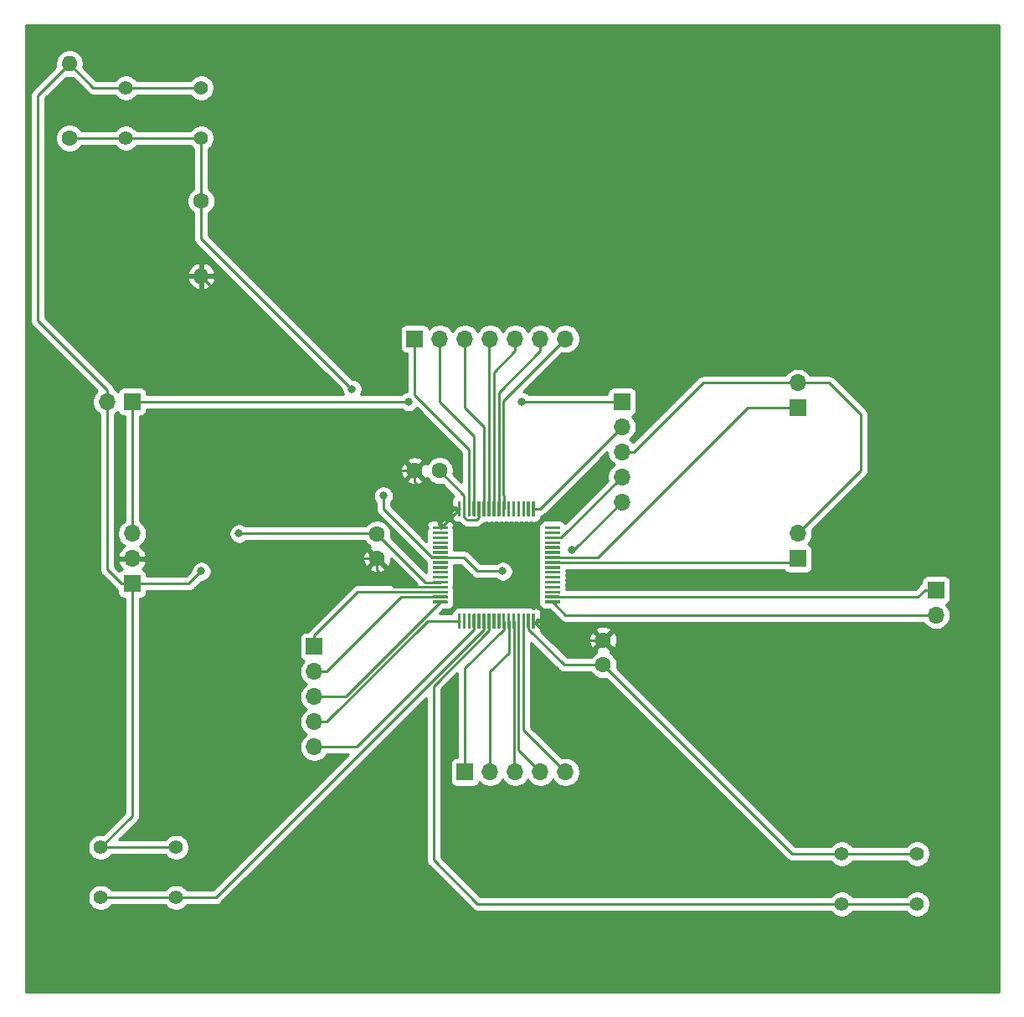
<source format=gtl>
G04 #@! TF.GenerationSoftware,KiCad,Pcbnew,5.1.5-52549c5~84~ubuntu18.04.1*
G04 #@! TF.CreationDate,2019-11-27T16:08:13-05:00*
G04 #@! TF.ProjectId,miniPCB,6d696e69-5043-4422-9e6b-696361645f70,rev?*
G04 #@! TF.SameCoordinates,Original*
G04 #@! TF.FileFunction,Copper,L1,Top*
G04 #@! TF.FilePolarity,Positive*
%FSLAX46Y46*%
G04 Gerber Fmt 4.6, Leading zero omitted, Abs format (unit mm)*
G04 Created by KiCad (PCBNEW 5.1.5-52549c5~84~ubuntu18.04.1) date 2019-11-27 16:08:13*
%MOMM*%
%LPD*%
G04 APERTURE LIST*
%ADD10C,0.100000*%
%ADD11C,1.397000*%
%ADD12O,1.600000X1.600000*%
%ADD13C,1.600000*%
%ADD14O,1.700000X1.700000*%
%ADD15R,1.700000X1.700000*%
%ADD16C,0.800000*%
%ADD17C,0.250000*%
%ADD18C,0.254000*%
G04 APERTURE END LIST*
G04 #@! TA.AperFunction,SMDPad,CuDef*
D10*
G36*
X132222351Y-81180361D02*
G01*
X132229632Y-81181441D01*
X132236771Y-81183229D01*
X132243701Y-81185709D01*
X132250355Y-81188856D01*
X132256668Y-81192640D01*
X132262579Y-81197024D01*
X132268033Y-81201967D01*
X132272976Y-81207421D01*
X132277360Y-81213332D01*
X132281144Y-81219645D01*
X132284291Y-81226299D01*
X132286771Y-81233229D01*
X132288559Y-81240368D01*
X132289639Y-81247649D01*
X132290000Y-81255000D01*
X132290000Y-82655000D01*
X132289639Y-82662351D01*
X132288559Y-82669632D01*
X132286771Y-82676771D01*
X132284291Y-82683701D01*
X132281144Y-82690355D01*
X132277360Y-82696668D01*
X132272976Y-82702579D01*
X132268033Y-82708033D01*
X132262579Y-82712976D01*
X132256668Y-82717360D01*
X132250355Y-82721144D01*
X132243701Y-82724291D01*
X132236771Y-82726771D01*
X132229632Y-82728559D01*
X132222351Y-82729639D01*
X132215000Y-82730000D01*
X132065000Y-82730000D01*
X132057649Y-82729639D01*
X132050368Y-82728559D01*
X132043229Y-82726771D01*
X132036299Y-82724291D01*
X132029645Y-82721144D01*
X132023332Y-82717360D01*
X132017421Y-82712976D01*
X132011967Y-82708033D01*
X132007024Y-82702579D01*
X132002640Y-82696668D01*
X131998856Y-82690355D01*
X131995709Y-82683701D01*
X131993229Y-82676771D01*
X131991441Y-82669632D01*
X131990361Y-82662351D01*
X131990000Y-82655000D01*
X131990000Y-81255000D01*
X131990361Y-81247649D01*
X131991441Y-81240368D01*
X131993229Y-81233229D01*
X131995709Y-81226299D01*
X131998856Y-81219645D01*
X132002640Y-81213332D01*
X132007024Y-81207421D01*
X132011967Y-81201967D01*
X132017421Y-81197024D01*
X132023332Y-81192640D01*
X132029645Y-81188856D01*
X132036299Y-81185709D01*
X132043229Y-81183229D01*
X132050368Y-81181441D01*
X132057649Y-81180361D01*
X132065000Y-81180000D01*
X132215000Y-81180000D01*
X132222351Y-81180361D01*
G37*
G04 #@! TD.AperFunction*
G04 #@! TA.AperFunction,SMDPad,CuDef*
G36*
X132722351Y-81180361D02*
G01*
X132729632Y-81181441D01*
X132736771Y-81183229D01*
X132743701Y-81185709D01*
X132750355Y-81188856D01*
X132756668Y-81192640D01*
X132762579Y-81197024D01*
X132768033Y-81201967D01*
X132772976Y-81207421D01*
X132777360Y-81213332D01*
X132781144Y-81219645D01*
X132784291Y-81226299D01*
X132786771Y-81233229D01*
X132788559Y-81240368D01*
X132789639Y-81247649D01*
X132790000Y-81255000D01*
X132790000Y-82655000D01*
X132789639Y-82662351D01*
X132788559Y-82669632D01*
X132786771Y-82676771D01*
X132784291Y-82683701D01*
X132781144Y-82690355D01*
X132777360Y-82696668D01*
X132772976Y-82702579D01*
X132768033Y-82708033D01*
X132762579Y-82712976D01*
X132756668Y-82717360D01*
X132750355Y-82721144D01*
X132743701Y-82724291D01*
X132736771Y-82726771D01*
X132729632Y-82728559D01*
X132722351Y-82729639D01*
X132715000Y-82730000D01*
X132565000Y-82730000D01*
X132557649Y-82729639D01*
X132550368Y-82728559D01*
X132543229Y-82726771D01*
X132536299Y-82724291D01*
X132529645Y-82721144D01*
X132523332Y-82717360D01*
X132517421Y-82712976D01*
X132511967Y-82708033D01*
X132507024Y-82702579D01*
X132502640Y-82696668D01*
X132498856Y-82690355D01*
X132495709Y-82683701D01*
X132493229Y-82676771D01*
X132491441Y-82669632D01*
X132490361Y-82662351D01*
X132490000Y-82655000D01*
X132490000Y-81255000D01*
X132490361Y-81247649D01*
X132491441Y-81240368D01*
X132493229Y-81233229D01*
X132495709Y-81226299D01*
X132498856Y-81219645D01*
X132502640Y-81213332D01*
X132507024Y-81207421D01*
X132511967Y-81201967D01*
X132517421Y-81197024D01*
X132523332Y-81192640D01*
X132529645Y-81188856D01*
X132536299Y-81185709D01*
X132543229Y-81183229D01*
X132550368Y-81181441D01*
X132557649Y-81180361D01*
X132565000Y-81180000D01*
X132715000Y-81180000D01*
X132722351Y-81180361D01*
G37*
G04 #@! TD.AperFunction*
G04 #@! TA.AperFunction,SMDPad,CuDef*
G36*
X133222351Y-81180361D02*
G01*
X133229632Y-81181441D01*
X133236771Y-81183229D01*
X133243701Y-81185709D01*
X133250355Y-81188856D01*
X133256668Y-81192640D01*
X133262579Y-81197024D01*
X133268033Y-81201967D01*
X133272976Y-81207421D01*
X133277360Y-81213332D01*
X133281144Y-81219645D01*
X133284291Y-81226299D01*
X133286771Y-81233229D01*
X133288559Y-81240368D01*
X133289639Y-81247649D01*
X133290000Y-81255000D01*
X133290000Y-82655000D01*
X133289639Y-82662351D01*
X133288559Y-82669632D01*
X133286771Y-82676771D01*
X133284291Y-82683701D01*
X133281144Y-82690355D01*
X133277360Y-82696668D01*
X133272976Y-82702579D01*
X133268033Y-82708033D01*
X133262579Y-82712976D01*
X133256668Y-82717360D01*
X133250355Y-82721144D01*
X133243701Y-82724291D01*
X133236771Y-82726771D01*
X133229632Y-82728559D01*
X133222351Y-82729639D01*
X133215000Y-82730000D01*
X133065000Y-82730000D01*
X133057649Y-82729639D01*
X133050368Y-82728559D01*
X133043229Y-82726771D01*
X133036299Y-82724291D01*
X133029645Y-82721144D01*
X133023332Y-82717360D01*
X133017421Y-82712976D01*
X133011967Y-82708033D01*
X133007024Y-82702579D01*
X133002640Y-82696668D01*
X132998856Y-82690355D01*
X132995709Y-82683701D01*
X132993229Y-82676771D01*
X132991441Y-82669632D01*
X132990361Y-82662351D01*
X132990000Y-82655000D01*
X132990000Y-81255000D01*
X132990361Y-81247649D01*
X132991441Y-81240368D01*
X132993229Y-81233229D01*
X132995709Y-81226299D01*
X132998856Y-81219645D01*
X133002640Y-81213332D01*
X133007024Y-81207421D01*
X133011967Y-81201967D01*
X133017421Y-81197024D01*
X133023332Y-81192640D01*
X133029645Y-81188856D01*
X133036299Y-81185709D01*
X133043229Y-81183229D01*
X133050368Y-81181441D01*
X133057649Y-81180361D01*
X133065000Y-81180000D01*
X133215000Y-81180000D01*
X133222351Y-81180361D01*
G37*
G04 #@! TD.AperFunction*
G04 #@! TA.AperFunction,SMDPad,CuDef*
G36*
X133722351Y-81180361D02*
G01*
X133729632Y-81181441D01*
X133736771Y-81183229D01*
X133743701Y-81185709D01*
X133750355Y-81188856D01*
X133756668Y-81192640D01*
X133762579Y-81197024D01*
X133768033Y-81201967D01*
X133772976Y-81207421D01*
X133777360Y-81213332D01*
X133781144Y-81219645D01*
X133784291Y-81226299D01*
X133786771Y-81233229D01*
X133788559Y-81240368D01*
X133789639Y-81247649D01*
X133790000Y-81255000D01*
X133790000Y-82655000D01*
X133789639Y-82662351D01*
X133788559Y-82669632D01*
X133786771Y-82676771D01*
X133784291Y-82683701D01*
X133781144Y-82690355D01*
X133777360Y-82696668D01*
X133772976Y-82702579D01*
X133768033Y-82708033D01*
X133762579Y-82712976D01*
X133756668Y-82717360D01*
X133750355Y-82721144D01*
X133743701Y-82724291D01*
X133736771Y-82726771D01*
X133729632Y-82728559D01*
X133722351Y-82729639D01*
X133715000Y-82730000D01*
X133565000Y-82730000D01*
X133557649Y-82729639D01*
X133550368Y-82728559D01*
X133543229Y-82726771D01*
X133536299Y-82724291D01*
X133529645Y-82721144D01*
X133523332Y-82717360D01*
X133517421Y-82712976D01*
X133511967Y-82708033D01*
X133507024Y-82702579D01*
X133502640Y-82696668D01*
X133498856Y-82690355D01*
X133495709Y-82683701D01*
X133493229Y-82676771D01*
X133491441Y-82669632D01*
X133490361Y-82662351D01*
X133490000Y-82655000D01*
X133490000Y-81255000D01*
X133490361Y-81247649D01*
X133491441Y-81240368D01*
X133493229Y-81233229D01*
X133495709Y-81226299D01*
X133498856Y-81219645D01*
X133502640Y-81213332D01*
X133507024Y-81207421D01*
X133511967Y-81201967D01*
X133517421Y-81197024D01*
X133523332Y-81192640D01*
X133529645Y-81188856D01*
X133536299Y-81185709D01*
X133543229Y-81183229D01*
X133550368Y-81181441D01*
X133557649Y-81180361D01*
X133565000Y-81180000D01*
X133715000Y-81180000D01*
X133722351Y-81180361D01*
G37*
G04 #@! TD.AperFunction*
G04 #@! TA.AperFunction,SMDPad,CuDef*
G36*
X134222351Y-81180361D02*
G01*
X134229632Y-81181441D01*
X134236771Y-81183229D01*
X134243701Y-81185709D01*
X134250355Y-81188856D01*
X134256668Y-81192640D01*
X134262579Y-81197024D01*
X134268033Y-81201967D01*
X134272976Y-81207421D01*
X134277360Y-81213332D01*
X134281144Y-81219645D01*
X134284291Y-81226299D01*
X134286771Y-81233229D01*
X134288559Y-81240368D01*
X134289639Y-81247649D01*
X134290000Y-81255000D01*
X134290000Y-82655000D01*
X134289639Y-82662351D01*
X134288559Y-82669632D01*
X134286771Y-82676771D01*
X134284291Y-82683701D01*
X134281144Y-82690355D01*
X134277360Y-82696668D01*
X134272976Y-82702579D01*
X134268033Y-82708033D01*
X134262579Y-82712976D01*
X134256668Y-82717360D01*
X134250355Y-82721144D01*
X134243701Y-82724291D01*
X134236771Y-82726771D01*
X134229632Y-82728559D01*
X134222351Y-82729639D01*
X134215000Y-82730000D01*
X134065000Y-82730000D01*
X134057649Y-82729639D01*
X134050368Y-82728559D01*
X134043229Y-82726771D01*
X134036299Y-82724291D01*
X134029645Y-82721144D01*
X134023332Y-82717360D01*
X134017421Y-82712976D01*
X134011967Y-82708033D01*
X134007024Y-82702579D01*
X134002640Y-82696668D01*
X133998856Y-82690355D01*
X133995709Y-82683701D01*
X133993229Y-82676771D01*
X133991441Y-82669632D01*
X133990361Y-82662351D01*
X133990000Y-82655000D01*
X133990000Y-81255000D01*
X133990361Y-81247649D01*
X133991441Y-81240368D01*
X133993229Y-81233229D01*
X133995709Y-81226299D01*
X133998856Y-81219645D01*
X134002640Y-81213332D01*
X134007024Y-81207421D01*
X134011967Y-81201967D01*
X134017421Y-81197024D01*
X134023332Y-81192640D01*
X134029645Y-81188856D01*
X134036299Y-81185709D01*
X134043229Y-81183229D01*
X134050368Y-81181441D01*
X134057649Y-81180361D01*
X134065000Y-81180000D01*
X134215000Y-81180000D01*
X134222351Y-81180361D01*
G37*
G04 #@! TD.AperFunction*
G04 #@! TA.AperFunction,SMDPad,CuDef*
G36*
X134722351Y-81180361D02*
G01*
X134729632Y-81181441D01*
X134736771Y-81183229D01*
X134743701Y-81185709D01*
X134750355Y-81188856D01*
X134756668Y-81192640D01*
X134762579Y-81197024D01*
X134768033Y-81201967D01*
X134772976Y-81207421D01*
X134777360Y-81213332D01*
X134781144Y-81219645D01*
X134784291Y-81226299D01*
X134786771Y-81233229D01*
X134788559Y-81240368D01*
X134789639Y-81247649D01*
X134790000Y-81255000D01*
X134790000Y-82655000D01*
X134789639Y-82662351D01*
X134788559Y-82669632D01*
X134786771Y-82676771D01*
X134784291Y-82683701D01*
X134781144Y-82690355D01*
X134777360Y-82696668D01*
X134772976Y-82702579D01*
X134768033Y-82708033D01*
X134762579Y-82712976D01*
X134756668Y-82717360D01*
X134750355Y-82721144D01*
X134743701Y-82724291D01*
X134736771Y-82726771D01*
X134729632Y-82728559D01*
X134722351Y-82729639D01*
X134715000Y-82730000D01*
X134565000Y-82730000D01*
X134557649Y-82729639D01*
X134550368Y-82728559D01*
X134543229Y-82726771D01*
X134536299Y-82724291D01*
X134529645Y-82721144D01*
X134523332Y-82717360D01*
X134517421Y-82712976D01*
X134511967Y-82708033D01*
X134507024Y-82702579D01*
X134502640Y-82696668D01*
X134498856Y-82690355D01*
X134495709Y-82683701D01*
X134493229Y-82676771D01*
X134491441Y-82669632D01*
X134490361Y-82662351D01*
X134490000Y-82655000D01*
X134490000Y-81255000D01*
X134490361Y-81247649D01*
X134491441Y-81240368D01*
X134493229Y-81233229D01*
X134495709Y-81226299D01*
X134498856Y-81219645D01*
X134502640Y-81213332D01*
X134507024Y-81207421D01*
X134511967Y-81201967D01*
X134517421Y-81197024D01*
X134523332Y-81192640D01*
X134529645Y-81188856D01*
X134536299Y-81185709D01*
X134543229Y-81183229D01*
X134550368Y-81181441D01*
X134557649Y-81180361D01*
X134565000Y-81180000D01*
X134715000Y-81180000D01*
X134722351Y-81180361D01*
G37*
G04 #@! TD.AperFunction*
G04 #@! TA.AperFunction,SMDPad,CuDef*
G36*
X135222351Y-81180361D02*
G01*
X135229632Y-81181441D01*
X135236771Y-81183229D01*
X135243701Y-81185709D01*
X135250355Y-81188856D01*
X135256668Y-81192640D01*
X135262579Y-81197024D01*
X135268033Y-81201967D01*
X135272976Y-81207421D01*
X135277360Y-81213332D01*
X135281144Y-81219645D01*
X135284291Y-81226299D01*
X135286771Y-81233229D01*
X135288559Y-81240368D01*
X135289639Y-81247649D01*
X135290000Y-81255000D01*
X135290000Y-82655000D01*
X135289639Y-82662351D01*
X135288559Y-82669632D01*
X135286771Y-82676771D01*
X135284291Y-82683701D01*
X135281144Y-82690355D01*
X135277360Y-82696668D01*
X135272976Y-82702579D01*
X135268033Y-82708033D01*
X135262579Y-82712976D01*
X135256668Y-82717360D01*
X135250355Y-82721144D01*
X135243701Y-82724291D01*
X135236771Y-82726771D01*
X135229632Y-82728559D01*
X135222351Y-82729639D01*
X135215000Y-82730000D01*
X135065000Y-82730000D01*
X135057649Y-82729639D01*
X135050368Y-82728559D01*
X135043229Y-82726771D01*
X135036299Y-82724291D01*
X135029645Y-82721144D01*
X135023332Y-82717360D01*
X135017421Y-82712976D01*
X135011967Y-82708033D01*
X135007024Y-82702579D01*
X135002640Y-82696668D01*
X134998856Y-82690355D01*
X134995709Y-82683701D01*
X134993229Y-82676771D01*
X134991441Y-82669632D01*
X134990361Y-82662351D01*
X134990000Y-82655000D01*
X134990000Y-81255000D01*
X134990361Y-81247649D01*
X134991441Y-81240368D01*
X134993229Y-81233229D01*
X134995709Y-81226299D01*
X134998856Y-81219645D01*
X135002640Y-81213332D01*
X135007024Y-81207421D01*
X135011967Y-81201967D01*
X135017421Y-81197024D01*
X135023332Y-81192640D01*
X135029645Y-81188856D01*
X135036299Y-81185709D01*
X135043229Y-81183229D01*
X135050368Y-81181441D01*
X135057649Y-81180361D01*
X135065000Y-81180000D01*
X135215000Y-81180000D01*
X135222351Y-81180361D01*
G37*
G04 #@! TD.AperFunction*
G04 #@! TA.AperFunction,SMDPad,CuDef*
G36*
X135722351Y-81180361D02*
G01*
X135729632Y-81181441D01*
X135736771Y-81183229D01*
X135743701Y-81185709D01*
X135750355Y-81188856D01*
X135756668Y-81192640D01*
X135762579Y-81197024D01*
X135768033Y-81201967D01*
X135772976Y-81207421D01*
X135777360Y-81213332D01*
X135781144Y-81219645D01*
X135784291Y-81226299D01*
X135786771Y-81233229D01*
X135788559Y-81240368D01*
X135789639Y-81247649D01*
X135790000Y-81255000D01*
X135790000Y-82655000D01*
X135789639Y-82662351D01*
X135788559Y-82669632D01*
X135786771Y-82676771D01*
X135784291Y-82683701D01*
X135781144Y-82690355D01*
X135777360Y-82696668D01*
X135772976Y-82702579D01*
X135768033Y-82708033D01*
X135762579Y-82712976D01*
X135756668Y-82717360D01*
X135750355Y-82721144D01*
X135743701Y-82724291D01*
X135736771Y-82726771D01*
X135729632Y-82728559D01*
X135722351Y-82729639D01*
X135715000Y-82730000D01*
X135565000Y-82730000D01*
X135557649Y-82729639D01*
X135550368Y-82728559D01*
X135543229Y-82726771D01*
X135536299Y-82724291D01*
X135529645Y-82721144D01*
X135523332Y-82717360D01*
X135517421Y-82712976D01*
X135511967Y-82708033D01*
X135507024Y-82702579D01*
X135502640Y-82696668D01*
X135498856Y-82690355D01*
X135495709Y-82683701D01*
X135493229Y-82676771D01*
X135491441Y-82669632D01*
X135490361Y-82662351D01*
X135490000Y-82655000D01*
X135490000Y-81255000D01*
X135490361Y-81247649D01*
X135491441Y-81240368D01*
X135493229Y-81233229D01*
X135495709Y-81226299D01*
X135498856Y-81219645D01*
X135502640Y-81213332D01*
X135507024Y-81207421D01*
X135511967Y-81201967D01*
X135517421Y-81197024D01*
X135523332Y-81192640D01*
X135529645Y-81188856D01*
X135536299Y-81185709D01*
X135543229Y-81183229D01*
X135550368Y-81181441D01*
X135557649Y-81180361D01*
X135565000Y-81180000D01*
X135715000Y-81180000D01*
X135722351Y-81180361D01*
G37*
G04 #@! TD.AperFunction*
G04 #@! TA.AperFunction,SMDPad,CuDef*
G36*
X136222351Y-81180361D02*
G01*
X136229632Y-81181441D01*
X136236771Y-81183229D01*
X136243701Y-81185709D01*
X136250355Y-81188856D01*
X136256668Y-81192640D01*
X136262579Y-81197024D01*
X136268033Y-81201967D01*
X136272976Y-81207421D01*
X136277360Y-81213332D01*
X136281144Y-81219645D01*
X136284291Y-81226299D01*
X136286771Y-81233229D01*
X136288559Y-81240368D01*
X136289639Y-81247649D01*
X136290000Y-81255000D01*
X136290000Y-82655000D01*
X136289639Y-82662351D01*
X136288559Y-82669632D01*
X136286771Y-82676771D01*
X136284291Y-82683701D01*
X136281144Y-82690355D01*
X136277360Y-82696668D01*
X136272976Y-82702579D01*
X136268033Y-82708033D01*
X136262579Y-82712976D01*
X136256668Y-82717360D01*
X136250355Y-82721144D01*
X136243701Y-82724291D01*
X136236771Y-82726771D01*
X136229632Y-82728559D01*
X136222351Y-82729639D01*
X136215000Y-82730000D01*
X136065000Y-82730000D01*
X136057649Y-82729639D01*
X136050368Y-82728559D01*
X136043229Y-82726771D01*
X136036299Y-82724291D01*
X136029645Y-82721144D01*
X136023332Y-82717360D01*
X136017421Y-82712976D01*
X136011967Y-82708033D01*
X136007024Y-82702579D01*
X136002640Y-82696668D01*
X135998856Y-82690355D01*
X135995709Y-82683701D01*
X135993229Y-82676771D01*
X135991441Y-82669632D01*
X135990361Y-82662351D01*
X135990000Y-82655000D01*
X135990000Y-81255000D01*
X135990361Y-81247649D01*
X135991441Y-81240368D01*
X135993229Y-81233229D01*
X135995709Y-81226299D01*
X135998856Y-81219645D01*
X136002640Y-81213332D01*
X136007024Y-81207421D01*
X136011967Y-81201967D01*
X136017421Y-81197024D01*
X136023332Y-81192640D01*
X136029645Y-81188856D01*
X136036299Y-81185709D01*
X136043229Y-81183229D01*
X136050368Y-81181441D01*
X136057649Y-81180361D01*
X136065000Y-81180000D01*
X136215000Y-81180000D01*
X136222351Y-81180361D01*
G37*
G04 #@! TD.AperFunction*
G04 #@! TA.AperFunction,SMDPad,CuDef*
G36*
X136722351Y-81180361D02*
G01*
X136729632Y-81181441D01*
X136736771Y-81183229D01*
X136743701Y-81185709D01*
X136750355Y-81188856D01*
X136756668Y-81192640D01*
X136762579Y-81197024D01*
X136768033Y-81201967D01*
X136772976Y-81207421D01*
X136777360Y-81213332D01*
X136781144Y-81219645D01*
X136784291Y-81226299D01*
X136786771Y-81233229D01*
X136788559Y-81240368D01*
X136789639Y-81247649D01*
X136790000Y-81255000D01*
X136790000Y-82655000D01*
X136789639Y-82662351D01*
X136788559Y-82669632D01*
X136786771Y-82676771D01*
X136784291Y-82683701D01*
X136781144Y-82690355D01*
X136777360Y-82696668D01*
X136772976Y-82702579D01*
X136768033Y-82708033D01*
X136762579Y-82712976D01*
X136756668Y-82717360D01*
X136750355Y-82721144D01*
X136743701Y-82724291D01*
X136736771Y-82726771D01*
X136729632Y-82728559D01*
X136722351Y-82729639D01*
X136715000Y-82730000D01*
X136565000Y-82730000D01*
X136557649Y-82729639D01*
X136550368Y-82728559D01*
X136543229Y-82726771D01*
X136536299Y-82724291D01*
X136529645Y-82721144D01*
X136523332Y-82717360D01*
X136517421Y-82712976D01*
X136511967Y-82708033D01*
X136507024Y-82702579D01*
X136502640Y-82696668D01*
X136498856Y-82690355D01*
X136495709Y-82683701D01*
X136493229Y-82676771D01*
X136491441Y-82669632D01*
X136490361Y-82662351D01*
X136490000Y-82655000D01*
X136490000Y-81255000D01*
X136490361Y-81247649D01*
X136491441Y-81240368D01*
X136493229Y-81233229D01*
X136495709Y-81226299D01*
X136498856Y-81219645D01*
X136502640Y-81213332D01*
X136507024Y-81207421D01*
X136511967Y-81201967D01*
X136517421Y-81197024D01*
X136523332Y-81192640D01*
X136529645Y-81188856D01*
X136536299Y-81185709D01*
X136543229Y-81183229D01*
X136550368Y-81181441D01*
X136557649Y-81180361D01*
X136565000Y-81180000D01*
X136715000Y-81180000D01*
X136722351Y-81180361D01*
G37*
G04 #@! TD.AperFunction*
G04 #@! TA.AperFunction,SMDPad,CuDef*
G36*
X137222351Y-81180361D02*
G01*
X137229632Y-81181441D01*
X137236771Y-81183229D01*
X137243701Y-81185709D01*
X137250355Y-81188856D01*
X137256668Y-81192640D01*
X137262579Y-81197024D01*
X137268033Y-81201967D01*
X137272976Y-81207421D01*
X137277360Y-81213332D01*
X137281144Y-81219645D01*
X137284291Y-81226299D01*
X137286771Y-81233229D01*
X137288559Y-81240368D01*
X137289639Y-81247649D01*
X137290000Y-81255000D01*
X137290000Y-82655000D01*
X137289639Y-82662351D01*
X137288559Y-82669632D01*
X137286771Y-82676771D01*
X137284291Y-82683701D01*
X137281144Y-82690355D01*
X137277360Y-82696668D01*
X137272976Y-82702579D01*
X137268033Y-82708033D01*
X137262579Y-82712976D01*
X137256668Y-82717360D01*
X137250355Y-82721144D01*
X137243701Y-82724291D01*
X137236771Y-82726771D01*
X137229632Y-82728559D01*
X137222351Y-82729639D01*
X137215000Y-82730000D01*
X137065000Y-82730000D01*
X137057649Y-82729639D01*
X137050368Y-82728559D01*
X137043229Y-82726771D01*
X137036299Y-82724291D01*
X137029645Y-82721144D01*
X137023332Y-82717360D01*
X137017421Y-82712976D01*
X137011967Y-82708033D01*
X137007024Y-82702579D01*
X137002640Y-82696668D01*
X136998856Y-82690355D01*
X136995709Y-82683701D01*
X136993229Y-82676771D01*
X136991441Y-82669632D01*
X136990361Y-82662351D01*
X136990000Y-82655000D01*
X136990000Y-81255000D01*
X136990361Y-81247649D01*
X136991441Y-81240368D01*
X136993229Y-81233229D01*
X136995709Y-81226299D01*
X136998856Y-81219645D01*
X137002640Y-81213332D01*
X137007024Y-81207421D01*
X137011967Y-81201967D01*
X137017421Y-81197024D01*
X137023332Y-81192640D01*
X137029645Y-81188856D01*
X137036299Y-81185709D01*
X137043229Y-81183229D01*
X137050368Y-81181441D01*
X137057649Y-81180361D01*
X137065000Y-81180000D01*
X137215000Y-81180000D01*
X137222351Y-81180361D01*
G37*
G04 #@! TD.AperFunction*
G04 #@! TA.AperFunction,SMDPad,CuDef*
G36*
X137722351Y-81180361D02*
G01*
X137729632Y-81181441D01*
X137736771Y-81183229D01*
X137743701Y-81185709D01*
X137750355Y-81188856D01*
X137756668Y-81192640D01*
X137762579Y-81197024D01*
X137768033Y-81201967D01*
X137772976Y-81207421D01*
X137777360Y-81213332D01*
X137781144Y-81219645D01*
X137784291Y-81226299D01*
X137786771Y-81233229D01*
X137788559Y-81240368D01*
X137789639Y-81247649D01*
X137790000Y-81255000D01*
X137790000Y-82655000D01*
X137789639Y-82662351D01*
X137788559Y-82669632D01*
X137786771Y-82676771D01*
X137784291Y-82683701D01*
X137781144Y-82690355D01*
X137777360Y-82696668D01*
X137772976Y-82702579D01*
X137768033Y-82708033D01*
X137762579Y-82712976D01*
X137756668Y-82717360D01*
X137750355Y-82721144D01*
X137743701Y-82724291D01*
X137736771Y-82726771D01*
X137729632Y-82728559D01*
X137722351Y-82729639D01*
X137715000Y-82730000D01*
X137565000Y-82730000D01*
X137557649Y-82729639D01*
X137550368Y-82728559D01*
X137543229Y-82726771D01*
X137536299Y-82724291D01*
X137529645Y-82721144D01*
X137523332Y-82717360D01*
X137517421Y-82712976D01*
X137511967Y-82708033D01*
X137507024Y-82702579D01*
X137502640Y-82696668D01*
X137498856Y-82690355D01*
X137495709Y-82683701D01*
X137493229Y-82676771D01*
X137491441Y-82669632D01*
X137490361Y-82662351D01*
X137490000Y-82655000D01*
X137490000Y-81255000D01*
X137490361Y-81247649D01*
X137491441Y-81240368D01*
X137493229Y-81233229D01*
X137495709Y-81226299D01*
X137498856Y-81219645D01*
X137502640Y-81213332D01*
X137507024Y-81207421D01*
X137511967Y-81201967D01*
X137517421Y-81197024D01*
X137523332Y-81192640D01*
X137529645Y-81188856D01*
X137536299Y-81185709D01*
X137543229Y-81183229D01*
X137550368Y-81181441D01*
X137557649Y-81180361D01*
X137565000Y-81180000D01*
X137715000Y-81180000D01*
X137722351Y-81180361D01*
G37*
G04 #@! TD.AperFunction*
G04 #@! TA.AperFunction,SMDPad,CuDef*
G36*
X138222351Y-81180361D02*
G01*
X138229632Y-81181441D01*
X138236771Y-81183229D01*
X138243701Y-81185709D01*
X138250355Y-81188856D01*
X138256668Y-81192640D01*
X138262579Y-81197024D01*
X138268033Y-81201967D01*
X138272976Y-81207421D01*
X138277360Y-81213332D01*
X138281144Y-81219645D01*
X138284291Y-81226299D01*
X138286771Y-81233229D01*
X138288559Y-81240368D01*
X138289639Y-81247649D01*
X138290000Y-81255000D01*
X138290000Y-82655000D01*
X138289639Y-82662351D01*
X138288559Y-82669632D01*
X138286771Y-82676771D01*
X138284291Y-82683701D01*
X138281144Y-82690355D01*
X138277360Y-82696668D01*
X138272976Y-82702579D01*
X138268033Y-82708033D01*
X138262579Y-82712976D01*
X138256668Y-82717360D01*
X138250355Y-82721144D01*
X138243701Y-82724291D01*
X138236771Y-82726771D01*
X138229632Y-82728559D01*
X138222351Y-82729639D01*
X138215000Y-82730000D01*
X138065000Y-82730000D01*
X138057649Y-82729639D01*
X138050368Y-82728559D01*
X138043229Y-82726771D01*
X138036299Y-82724291D01*
X138029645Y-82721144D01*
X138023332Y-82717360D01*
X138017421Y-82712976D01*
X138011967Y-82708033D01*
X138007024Y-82702579D01*
X138002640Y-82696668D01*
X137998856Y-82690355D01*
X137995709Y-82683701D01*
X137993229Y-82676771D01*
X137991441Y-82669632D01*
X137990361Y-82662351D01*
X137990000Y-82655000D01*
X137990000Y-81255000D01*
X137990361Y-81247649D01*
X137991441Y-81240368D01*
X137993229Y-81233229D01*
X137995709Y-81226299D01*
X137998856Y-81219645D01*
X138002640Y-81213332D01*
X138007024Y-81207421D01*
X138011967Y-81201967D01*
X138017421Y-81197024D01*
X138023332Y-81192640D01*
X138029645Y-81188856D01*
X138036299Y-81185709D01*
X138043229Y-81183229D01*
X138050368Y-81181441D01*
X138057649Y-81180361D01*
X138065000Y-81180000D01*
X138215000Y-81180000D01*
X138222351Y-81180361D01*
G37*
G04 #@! TD.AperFunction*
G04 #@! TA.AperFunction,SMDPad,CuDef*
G36*
X138722351Y-81180361D02*
G01*
X138729632Y-81181441D01*
X138736771Y-81183229D01*
X138743701Y-81185709D01*
X138750355Y-81188856D01*
X138756668Y-81192640D01*
X138762579Y-81197024D01*
X138768033Y-81201967D01*
X138772976Y-81207421D01*
X138777360Y-81213332D01*
X138781144Y-81219645D01*
X138784291Y-81226299D01*
X138786771Y-81233229D01*
X138788559Y-81240368D01*
X138789639Y-81247649D01*
X138790000Y-81255000D01*
X138790000Y-82655000D01*
X138789639Y-82662351D01*
X138788559Y-82669632D01*
X138786771Y-82676771D01*
X138784291Y-82683701D01*
X138781144Y-82690355D01*
X138777360Y-82696668D01*
X138772976Y-82702579D01*
X138768033Y-82708033D01*
X138762579Y-82712976D01*
X138756668Y-82717360D01*
X138750355Y-82721144D01*
X138743701Y-82724291D01*
X138736771Y-82726771D01*
X138729632Y-82728559D01*
X138722351Y-82729639D01*
X138715000Y-82730000D01*
X138565000Y-82730000D01*
X138557649Y-82729639D01*
X138550368Y-82728559D01*
X138543229Y-82726771D01*
X138536299Y-82724291D01*
X138529645Y-82721144D01*
X138523332Y-82717360D01*
X138517421Y-82712976D01*
X138511967Y-82708033D01*
X138507024Y-82702579D01*
X138502640Y-82696668D01*
X138498856Y-82690355D01*
X138495709Y-82683701D01*
X138493229Y-82676771D01*
X138491441Y-82669632D01*
X138490361Y-82662351D01*
X138490000Y-82655000D01*
X138490000Y-81255000D01*
X138490361Y-81247649D01*
X138491441Y-81240368D01*
X138493229Y-81233229D01*
X138495709Y-81226299D01*
X138498856Y-81219645D01*
X138502640Y-81213332D01*
X138507024Y-81207421D01*
X138511967Y-81201967D01*
X138517421Y-81197024D01*
X138523332Y-81192640D01*
X138529645Y-81188856D01*
X138536299Y-81185709D01*
X138543229Y-81183229D01*
X138550368Y-81181441D01*
X138557649Y-81180361D01*
X138565000Y-81180000D01*
X138715000Y-81180000D01*
X138722351Y-81180361D01*
G37*
G04 #@! TD.AperFunction*
G04 #@! TA.AperFunction,SMDPad,CuDef*
G36*
X139222351Y-81180361D02*
G01*
X139229632Y-81181441D01*
X139236771Y-81183229D01*
X139243701Y-81185709D01*
X139250355Y-81188856D01*
X139256668Y-81192640D01*
X139262579Y-81197024D01*
X139268033Y-81201967D01*
X139272976Y-81207421D01*
X139277360Y-81213332D01*
X139281144Y-81219645D01*
X139284291Y-81226299D01*
X139286771Y-81233229D01*
X139288559Y-81240368D01*
X139289639Y-81247649D01*
X139290000Y-81255000D01*
X139290000Y-82655000D01*
X139289639Y-82662351D01*
X139288559Y-82669632D01*
X139286771Y-82676771D01*
X139284291Y-82683701D01*
X139281144Y-82690355D01*
X139277360Y-82696668D01*
X139272976Y-82702579D01*
X139268033Y-82708033D01*
X139262579Y-82712976D01*
X139256668Y-82717360D01*
X139250355Y-82721144D01*
X139243701Y-82724291D01*
X139236771Y-82726771D01*
X139229632Y-82728559D01*
X139222351Y-82729639D01*
X139215000Y-82730000D01*
X139065000Y-82730000D01*
X139057649Y-82729639D01*
X139050368Y-82728559D01*
X139043229Y-82726771D01*
X139036299Y-82724291D01*
X139029645Y-82721144D01*
X139023332Y-82717360D01*
X139017421Y-82712976D01*
X139011967Y-82708033D01*
X139007024Y-82702579D01*
X139002640Y-82696668D01*
X138998856Y-82690355D01*
X138995709Y-82683701D01*
X138993229Y-82676771D01*
X138991441Y-82669632D01*
X138990361Y-82662351D01*
X138990000Y-82655000D01*
X138990000Y-81255000D01*
X138990361Y-81247649D01*
X138991441Y-81240368D01*
X138993229Y-81233229D01*
X138995709Y-81226299D01*
X138998856Y-81219645D01*
X139002640Y-81213332D01*
X139007024Y-81207421D01*
X139011967Y-81201967D01*
X139017421Y-81197024D01*
X139023332Y-81192640D01*
X139029645Y-81188856D01*
X139036299Y-81185709D01*
X139043229Y-81183229D01*
X139050368Y-81181441D01*
X139057649Y-81180361D01*
X139065000Y-81180000D01*
X139215000Y-81180000D01*
X139222351Y-81180361D01*
G37*
G04 #@! TD.AperFunction*
G04 #@! TA.AperFunction,SMDPad,CuDef*
G36*
X139722351Y-81180361D02*
G01*
X139729632Y-81181441D01*
X139736771Y-81183229D01*
X139743701Y-81185709D01*
X139750355Y-81188856D01*
X139756668Y-81192640D01*
X139762579Y-81197024D01*
X139768033Y-81201967D01*
X139772976Y-81207421D01*
X139777360Y-81213332D01*
X139781144Y-81219645D01*
X139784291Y-81226299D01*
X139786771Y-81233229D01*
X139788559Y-81240368D01*
X139789639Y-81247649D01*
X139790000Y-81255000D01*
X139790000Y-82655000D01*
X139789639Y-82662351D01*
X139788559Y-82669632D01*
X139786771Y-82676771D01*
X139784291Y-82683701D01*
X139781144Y-82690355D01*
X139777360Y-82696668D01*
X139772976Y-82702579D01*
X139768033Y-82708033D01*
X139762579Y-82712976D01*
X139756668Y-82717360D01*
X139750355Y-82721144D01*
X139743701Y-82724291D01*
X139736771Y-82726771D01*
X139729632Y-82728559D01*
X139722351Y-82729639D01*
X139715000Y-82730000D01*
X139565000Y-82730000D01*
X139557649Y-82729639D01*
X139550368Y-82728559D01*
X139543229Y-82726771D01*
X139536299Y-82724291D01*
X139529645Y-82721144D01*
X139523332Y-82717360D01*
X139517421Y-82712976D01*
X139511967Y-82708033D01*
X139507024Y-82702579D01*
X139502640Y-82696668D01*
X139498856Y-82690355D01*
X139495709Y-82683701D01*
X139493229Y-82676771D01*
X139491441Y-82669632D01*
X139490361Y-82662351D01*
X139490000Y-82655000D01*
X139490000Y-81255000D01*
X139490361Y-81247649D01*
X139491441Y-81240368D01*
X139493229Y-81233229D01*
X139495709Y-81226299D01*
X139498856Y-81219645D01*
X139502640Y-81213332D01*
X139507024Y-81207421D01*
X139511967Y-81201967D01*
X139517421Y-81197024D01*
X139523332Y-81192640D01*
X139529645Y-81188856D01*
X139536299Y-81185709D01*
X139543229Y-81183229D01*
X139550368Y-81181441D01*
X139557649Y-81180361D01*
X139565000Y-81180000D01*
X139715000Y-81180000D01*
X139722351Y-81180361D01*
G37*
G04 #@! TD.AperFunction*
G04 #@! TA.AperFunction,SMDPad,CuDef*
G36*
X142272351Y-83730361D02*
G01*
X142279632Y-83731441D01*
X142286771Y-83733229D01*
X142293701Y-83735709D01*
X142300355Y-83738856D01*
X142306668Y-83742640D01*
X142312579Y-83747024D01*
X142318033Y-83751967D01*
X142322976Y-83757421D01*
X142327360Y-83763332D01*
X142331144Y-83769645D01*
X142334291Y-83776299D01*
X142336771Y-83783229D01*
X142338559Y-83790368D01*
X142339639Y-83797649D01*
X142340000Y-83805000D01*
X142340000Y-83955000D01*
X142339639Y-83962351D01*
X142338559Y-83969632D01*
X142336771Y-83976771D01*
X142334291Y-83983701D01*
X142331144Y-83990355D01*
X142327360Y-83996668D01*
X142322976Y-84002579D01*
X142318033Y-84008033D01*
X142312579Y-84012976D01*
X142306668Y-84017360D01*
X142300355Y-84021144D01*
X142293701Y-84024291D01*
X142286771Y-84026771D01*
X142279632Y-84028559D01*
X142272351Y-84029639D01*
X142265000Y-84030000D01*
X140865000Y-84030000D01*
X140857649Y-84029639D01*
X140850368Y-84028559D01*
X140843229Y-84026771D01*
X140836299Y-84024291D01*
X140829645Y-84021144D01*
X140823332Y-84017360D01*
X140817421Y-84012976D01*
X140811967Y-84008033D01*
X140807024Y-84002579D01*
X140802640Y-83996668D01*
X140798856Y-83990355D01*
X140795709Y-83983701D01*
X140793229Y-83976771D01*
X140791441Y-83969632D01*
X140790361Y-83962351D01*
X140790000Y-83955000D01*
X140790000Y-83805000D01*
X140790361Y-83797649D01*
X140791441Y-83790368D01*
X140793229Y-83783229D01*
X140795709Y-83776299D01*
X140798856Y-83769645D01*
X140802640Y-83763332D01*
X140807024Y-83757421D01*
X140811967Y-83751967D01*
X140817421Y-83747024D01*
X140823332Y-83742640D01*
X140829645Y-83738856D01*
X140836299Y-83735709D01*
X140843229Y-83733229D01*
X140850368Y-83731441D01*
X140857649Y-83730361D01*
X140865000Y-83730000D01*
X142265000Y-83730000D01*
X142272351Y-83730361D01*
G37*
G04 #@! TD.AperFunction*
G04 #@! TA.AperFunction,SMDPad,CuDef*
G36*
X142272351Y-84230361D02*
G01*
X142279632Y-84231441D01*
X142286771Y-84233229D01*
X142293701Y-84235709D01*
X142300355Y-84238856D01*
X142306668Y-84242640D01*
X142312579Y-84247024D01*
X142318033Y-84251967D01*
X142322976Y-84257421D01*
X142327360Y-84263332D01*
X142331144Y-84269645D01*
X142334291Y-84276299D01*
X142336771Y-84283229D01*
X142338559Y-84290368D01*
X142339639Y-84297649D01*
X142340000Y-84305000D01*
X142340000Y-84455000D01*
X142339639Y-84462351D01*
X142338559Y-84469632D01*
X142336771Y-84476771D01*
X142334291Y-84483701D01*
X142331144Y-84490355D01*
X142327360Y-84496668D01*
X142322976Y-84502579D01*
X142318033Y-84508033D01*
X142312579Y-84512976D01*
X142306668Y-84517360D01*
X142300355Y-84521144D01*
X142293701Y-84524291D01*
X142286771Y-84526771D01*
X142279632Y-84528559D01*
X142272351Y-84529639D01*
X142265000Y-84530000D01*
X140865000Y-84530000D01*
X140857649Y-84529639D01*
X140850368Y-84528559D01*
X140843229Y-84526771D01*
X140836299Y-84524291D01*
X140829645Y-84521144D01*
X140823332Y-84517360D01*
X140817421Y-84512976D01*
X140811967Y-84508033D01*
X140807024Y-84502579D01*
X140802640Y-84496668D01*
X140798856Y-84490355D01*
X140795709Y-84483701D01*
X140793229Y-84476771D01*
X140791441Y-84469632D01*
X140790361Y-84462351D01*
X140790000Y-84455000D01*
X140790000Y-84305000D01*
X140790361Y-84297649D01*
X140791441Y-84290368D01*
X140793229Y-84283229D01*
X140795709Y-84276299D01*
X140798856Y-84269645D01*
X140802640Y-84263332D01*
X140807024Y-84257421D01*
X140811967Y-84251967D01*
X140817421Y-84247024D01*
X140823332Y-84242640D01*
X140829645Y-84238856D01*
X140836299Y-84235709D01*
X140843229Y-84233229D01*
X140850368Y-84231441D01*
X140857649Y-84230361D01*
X140865000Y-84230000D01*
X142265000Y-84230000D01*
X142272351Y-84230361D01*
G37*
G04 #@! TD.AperFunction*
G04 #@! TA.AperFunction,SMDPad,CuDef*
G36*
X142272351Y-84730361D02*
G01*
X142279632Y-84731441D01*
X142286771Y-84733229D01*
X142293701Y-84735709D01*
X142300355Y-84738856D01*
X142306668Y-84742640D01*
X142312579Y-84747024D01*
X142318033Y-84751967D01*
X142322976Y-84757421D01*
X142327360Y-84763332D01*
X142331144Y-84769645D01*
X142334291Y-84776299D01*
X142336771Y-84783229D01*
X142338559Y-84790368D01*
X142339639Y-84797649D01*
X142340000Y-84805000D01*
X142340000Y-84955000D01*
X142339639Y-84962351D01*
X142338559Y-84969632D01*
X142336771Y-84976771D01*
X142334291Y-84983701D01*
X142331144Y-84990355D01*
X142327360Y-84996668D01*
X142322976Y-85002579D01*
X142318033Y-85008033D01*
X142312579Y-85012976D01*
X142306668Y-85017360D01*
X142300355Y-85021144D01*
X142293701Y-85024291D01*
X142286771Y-85026771D01*
X142279632Y-85028559D01*
X142272351Y-85029639D01*
X142265000Y-85030000D01*
X140865000Y-85030000D01*
X140857649Y-85029639D01*
X140850368Y-85028559D01*
X140843229Y-85026771D01*
X140836299Y-85024291D01*
X140829645Y-85021144D01*
X140823332Y-85017360D01*
X140817421Y-85012976D01*
X140811967Y-85008033D01*
X140807024Y-85002579D01*
X140802640Y-84996668D01*
X140798856Y-84990355D01*
X140795709Y-84983701D01*
X140793229Y-84976771D01*
X140791441Y-84969632D01*
X140790361Y-84962351D01*
X140790000Y-84955000D01*
X140790000Y-84805000D01*
X140790361Y-84797649D01*
X140791441Y-84790368D01*
X140793229Y-84783229D01*
X140795709Y-84776299D01*
X140798856Y-84769645D01*
X140802640Y-84763332D01*
X140807024Y-84757421D01*
X140811967Y-84751967D01*
X140817421Y-84747024D01*
X140823332Y-84742640D01*
X140829645Y-84738856D01*
X140836299Y-84735709D01*
X140843229Y-84733229D01*
X140850368Y-84731441D01*
X140857649Y-84730361D01*
X140865000Y-84730000D01*
X142265000Y-84730000D01*
X142272351Y-84730361D01*
G37*
G04 #@! TD.AperFunction*
G04 #@! TA.AperFunction,SMDPad,CuDef*
G36*
X142272351Y-85230361D02*
G01*
X142279632Y-85231441D01*
X142286771Y-85233229D01*
X142293701Y-85235709D01*
X142300355Y-85238856D01*
X142306668Y-85242640D01*
X142312579Y-85247024D01*
X142318033Y-85251967D01*
X142322976Y-85257421D01*
X142327360Y-85263332D01*
X142331144Y-85269645D01*
X142334291Y-85276299D01*
X142336771Y-85283229D01*
X142338559Y-85290368D01*
X142339639Y-85297649D01*
X142340000Y-85305000D01*
X142340000Y-85455000D01*
X142339639Y-85462351D01*
X142338559Y-85469632D01*
X142336771Y-85476771D01*
X142334291Y-85483701D01*
X142331144Y-85490355D01*
X142327360Y-85496668D01*
X142322976Y-85502579D01*
X142318033Y-85508033D01*
X142312579Y-85512976D01*
X142306668Y-85517360D01*
X142300355Y-85521144D01*
X142293701Y-85524291D01*
X142286771Y-85526771D01*
X142279632Y-85528559D01*
X142272351Y-85529639D01*
X142265000Y-85530000D01*
X140865000Y-85530000D01*
X140857649Y-85529639D01*
X140850368Y-85528559D01*
X140843229Y-85526771D01*
X140836299Y-85524291D01*
X140829645Y-85521144D01*
X140823332Y-85517360D01*
X140817421Y-85512976D01*
X140811967Y-85508033D01*
X140807024Y-85502579D01*
X140802640Y-85496668D01*
X140798856Y-85490355D01*
X140795709Y-85483701D01*
X140793229Y-85476771D01*
X140791441Y-85469632D01*
X140790361Y-85462351D01*
X140790000Y-85455000D01*
X140790000Y-85305000D01*
X140790361Y-85297649D01*
X140791441Y-85290368D01*
X140793229Y-85283229D01*
X140795709Y-85276299D01*
X140798856Y-85269645D01*
X140802640Y-85263332D01*
X140807024Y-85257421D01*
X140811967Y-85251967D01*
X140817421Y-85247024D01*
X140823332Y-85242640D01*
X140829645Y-85238856D01*
X140836299Y-85235709D01*
X140843229Y-85233229D01*
X140850368Y-85231441D01*
X140857649Y-85230361D01*
X140865000Y-85230000D01*
X142265000Y-85230000D01*
X142272351Y-85230361D01*
G37*
G04 #@! TD.AperFunction*
G04 #@! TA.AperFunction,SMDPad,CuDef*
G36*
X142272351Y-85730361D02*
G01*
X142279632Y-85731441D01*
X142286771Y-85733229D01*
X142293701Y-85735709D01*
X142300355Y-85738856D01*
X142306668Y-85742640D01*
X142312579Y-85747024D01*
X142318033Y-85751967D01*
X142322976Y-85757421D01*
X142327360Y-85763332D01*
X142331144Y-85769645D01*
X142334291Y-85776299D01*
X142336771Y-85783229D01*
X142338559Y-85790368D01*
X142339639Y-85797649D01*
X142340000Y-85805000D01*
X142340000Y-85955000D01*
X142339639Y-85962351D01*
X142338559Y-85969632D01*
X142336771Y-85976771D01*
X142334291Y-85983701D01*
X142331144Y-85990355D01*
X142327360Y-85996668D01*
X142322976Y-86002579D01*
X142318033Y-86008033D01*
X142312579Y-86012976D01*
X142306668Y-86017360D01*
X142300355Y-86021144D01*
X142293701Y-86024291D01*
X142286771Y-86026771D01*
X142279632Y-86028559D01*
X142272351Y-86029639D01*
X142265000Y-86030000D01*
X140865000Y-86030000D01*
X140857649Y-86029639D01*
X140850368Y-86028559D01*
X140843229Y-86026771D01*
X140836299Y-86024291D01*
X140829645Y-86021144D01*
X140823332Y-86017360D01*
X140817421Y-86012976D01*
X140811967Y-86008033D01*
X140807024Y-86002579D01*
X140802640Y-85996668D01*
X140798856Y-85990355D01*
X140795709Y-85983701D01*
X140793229Y-85976771D01*
X140791441Y-85969632D01*
X140790361Y-85962351D01*
X140790000Y-85955000D01*
X140790000Y-85805000D01*
X140790361Y-85797649D01*
X140791441Y-85790368D01*
X140793229Y-85783229D01*
X140795709Y-85776299D01*
X140798856Y-85769645D01*
X140802640Y-85763332D01*
X140807024Y-85757421D01*
X140811967Y-85751967D01*
X140817421Y-85747024D01*
X140823332Y-85742640D01*
X140829645Y-85738856D01*
X140836299Y-85735709D01*
X140843229Y-85733229D01*
X140850368Y-85731441D01*
X140857649Y-85730361D01*
X140865000Y-85730000D01*
X142265000Y-85730000D01*
X142272351Y-85730361D01*
G37*
G04 #@! TD.AperFunction*
G04 #@! TA.AperFunction,SMDPad,CuDef*
G36*
X142272351Y-86230361D02*
G01*
X142279632Y-86231441D01*
X142286771Y-86233229D01*
X142293701Y-86235709D01*
X142300355Y-86238856D01*
X142306668Y-86242640D01*
X142312579Y-86247024D01*
X142318033Y-86251967D01*
X142322976Y-86257421D01*
X142327360Y-86263332D01*
X142331144Y-86269645D01*
X142334291Y-86276299D01*
X142336771Y-86283229D01*
X142338559Y-86290368D01*
X142339639Y-86297649D01*
X142340000Y-86305000D01*
X142340000Y-86455000D01*
X142339639Y-86462351D01*
X142338559Y-86469632D01*
X142336771Y-86476771D01*
X142334291Y-86483701D01*
X142331144Y-86490355D01*
X142327360Y-86496668D01*
X142322976Y-86502579D01*
X142318033Y-86508033D01*
X142312579Y-86512976D01*
X142306668Y-86517360D01*
X142300355Y-86521144D01*
X142293701Y-86524291D01*
X142286771Y-86526771D01*
X142279632Y-86528559D01*
X142272351Y-86529639D01*
X142265000Y-86530000D01*
X140865000Y-86530000D01*
X140857649Y-86529639D01*
X140850368Y-86528559D01*
X140843229Y-86526771D01*
X140836299Y-86524291D01*
X140829645Y-86521144D01*
X140823332Y-86517360D01*
X140817421Y-86512976D01*
X140811967Y-86508033D01*
X140807024Y-86502579D01*
X140802640Y-86496668D01*
X140798856Y-86490355D01*
X140795709Y-86483701D01*
X140793229Y-86476771D01*
X140791441Y-86469632D01*
X140790361Y-86462351D01*
X140790000Y-86455000D01*
X140790000Y-86305000D01*
X140790361Y-86297649D01*
X140791441Y-86290368D01*
X140793229Y-86283229D01*
X140795709Y-86276299D01*
X140798856Y-86269645D01*
X140802640Y-86263332D01*
X140807024Y-86257421D01*
X140811967Y-86251967D01*
X140817421Y-86247024D01*
X140823332Y-86242640D01*
X140829645Y-86238856D01*
X140836299Y-86235709D01*
X140843229Y-86233229D01*
X140850368Y-86231441D01*
X140857649Y-86230361D01*
X140865000Y-86230000D01*
X142265000Y-86230000D01*
X142272351Y-86230361D01*
G37*
G04 #@! TD.AperFunction*
G04 #@! TA.AperFunction,SMDPad,CuDef*
G36*
X142272351Y-86730361D02*
G01*
X142279632Y-86731441D01*
X142286771Y-86733229D01*
X142293701Y-86735709D01*
X142300355Y-86738856D01*
X142306668Y-86742640D01*
X142312579Y-86747024D01*
X142318033Y-86751967D01*
X142322976Y-86757421D01*
X142327360Y-86763332D01*
X142331144Y-86769645D01*
X142334291Y-86776299D01*
X142336771Y-86783229D01*
X142338559Y-86790368D01*
X142339639Y-86797649D01*
X142340000Y-86805000D01*
X142340000Y-86955000D01*
X142339639Y-86962351D01*
X142338559Y-86969632D01*
X142336771Y-86976771D01*
X142334291Y-86983701D01*
X142331144Y-86990355D01*
X142327360Y-86996668D01*
X142322976Y-87002579D01*
X142318033Y-87008033D01*
X142312579Y-87012976D01*
X142306668Y-87017360D01*
X142300355Y-87021144D01*
X142293701Y-87024291D01*
X142286771Y-87026771D01*
X142279632Y-87028559D01*
X142272351Y-87029639D01*
X142265000Y-87030000D01*
X140865000Y-87030000D01*
X140857649Y-87029639D01*
X140850368Y-87028559D01*
X140843229Y-87026771D01*
X140836299Y-87024291D01*
X140829645Y-87021144D01*
X140823332Y-87017360D01*
X140817421Y-87012976D01*
X140811967Y-87008033D01*
X140807024Y-87002579D01*
X140802640Y-86996668D01*
X140798856Y-86990355D01*
X140795709Y-86983701D01*
X140793229Y-86976771D01*
X140791441Y-86969632D01*
X140790361Y-86962351D01*
X140790000Y-86955000D01*
X140790000Y-86805000D01*
X140790361Y-86797649D01*
X140791441Y-86790368D01*
X140793229Y-86783229D01*
X140795709Y-86776299D01*
X140798856Y-86769645D01*
X140802640Y-86763332D01*
X140807024Y-86757421D01*
X140811967Y-86751967D01*
X140817421Y-86747024D01*
X140823332Y-86742640D01*
X140829645Y-86738856D01*
X140836299Y-86735709D01*
X140843229Y-86733229D01*
X140850368Y-86731441D01*
X140857649Y-86730361D01*
X140865000Y-86730000D01*
X142265000Y-86730000D01*
X142272351Y-86730361D01*
G37*
G04 #@! TD.AperFunction*
G04 #@! TA.AperFunction,SMDPad,CuDef*
G36*
X142272351Y-87230361D02*
G01*
X142279632Y-87231441D01*
X142286771Y-87233229D01*
X142293701Y-87235709D01*
X142300355Y-87238856D01*
X142306668Y-87242640D01*
X142312579Y-87247024D01*
X142318033Y-87251967D01*
X142322976Y-87257421D01*
X142327360Y-87263332D01*
X142331144Y-87269645D01*
X142334291Y-87276299D01*
X142336771Y-87283229D01*
X142338559Y-87290368D01*
X142339639Y-87297649D01*
X142340000Y-87305000D01*
X142340000Y-87455000D01*
X142339639Y-87462351D01*
X142338559Y-87469632D01*
X142336771Y-87476771D01*
X142334291Y-87483701D01*
X142331144Y-87490355D01*
X142327360Y-87496668D01*
X142322976Y-87502579D01*
X142318033Y-87508033D01*
X142312579Y-87512976D01*
X142306668Y-87517360D01*
X142300355Y-87521144D01*
X142293701Y-87524291D01*
X142286771Y-87526771D01*
X142279632Y-87528559D01*
X142272351Y-87529639D01*
X142265000Y-87530000D01*
X140865000Y-87530000D01*
X140857649Y-87529639D01*
X140850368Y-87528559D01*
X140843229Y-87526771D01*
X140836299Y-87524291D01*
X140829645Y-87521144D01*
X140823332Y-87517360D01*
X140817421Y-87512976D01*
X140811967Y-87508033D01*
X140807024Y-87502579D01*
X140802640Y-87496668D01*
X140798856Y-87490355D01*
X140795709Y-87483701D01*
X140793229Y-87476771D01*
X140791441Y-87469632D01*
X140790361Y-87462351D01*
X140790000Y-87455000D01*
X140790000Y-87305000D01*
X140790361Y-87297649D01*
X140791441Y-87290368D01*
X140793229Y-87283229D01*
X140795709Y-87276299D01*
X140798856Y-87269645D01*
X140802640Y-87263332D01*
X140807024Y-87257421D01*
X140811967Y-87251967D01*
X140817421Y-87247024D01*
X140823332Y-87242640D01*
X140829645Y-87238856D01*
X140836299Y-87235709D01*
X140843229Y-87233229D01*
X140850368Y-87231441D01*
X140857649Y-87230361D01*
X140865000Y-87230000D01*
X142265000Y-87230000D01*
X142272351Y-87230361D01*
G37*
G04 #@! TD.AperFunction*
G04 #@! TA.AperFunction,SMDPad,CuDef*
G36*
X142272351Y-87730361D02*
G01*
X142279632Y-87731441D01*
X142286771Y-87733229D01*
X142293701Y-87735709D01*
X142300355Y-87738856D01*
X142306668Y-87742640D01*
X142312579Y-87747024D01*
X142318033Y-87751967D01*
X142322976Y-87757421D01*
X142327360Y-87763332D01*
X142331144Y-87769645D01*
X142334291Y-87776299D01*
X142336771Y-87783229D01*
X142338559Y-87790368D01*
X142339639Y-87797649D01*
X142340000Y-87805000D01*
X142340000Y-87955000D01*
X142339639Y-87962351D01*
X142338559Y-87969632D01*
X142336771Y-87976771D01*
X142334291Y-87983701D01*
X142331144Y-87990355D01*
X142327360Y-87996668D01*
X142322976Y-88002579D01*
X142318033Y-88008033D01*
X142312579Y-88012976D01*
X142306668Y-88017360D01*
X142300355Y-88021144D01*
X142293701Y-88024291D01*
X142286771Y-88026771D01*
X142279632Y-88028559D01*
X142272351Y-88029639D01*
X142265000Y-88030000D01*
X140865000Y-88030000D01*
X140857649Y-88029639D01*
X140850368Y-88028559D01*
X140843229Y-88026771D01*
X140836299Y-88024291D01*
X140829645Y-88021144D01*
X140823332Y-88017360D01*
X140817421Y-88012976D01*
X140811967Y-88008033D01*
X140807024Y-88002579D01*
X140802640Y-87996668D01*
X140798856Y-87990355D01*
X140795709Y-87983701D01*
X140793229Y-87976771D01*
X140791441Y-87969632D01*
X140790361Y-87962351D01*
X140790000Y-87955000D01*
X140790000Y-87805000D01*
X140790361Y-87797649D01*
X140791441Y-87790368D01*
X140793229Y-87783229D01*
X140795709Y-87776299D01*
X140798856Y-87769645D01*
X140802640Y-87763332D01*
X140807024Y-87757421D01*
X140811967Y-87751967D01*
X140817421Y-87747024D01*
X140823332Y-87742640D01*
X140829645Y-87738856D01*
X140836299Y-87735709D01*
X140843229Y-87733229D01*
X140850368Y-87731441D01*
X140857649Y-87730361D01*
X140865000Y-87730000D01*
X142265000Y-87730000D01*
X142272351Y-87730361D01*
G37*
G04 #@! TD.AperFunction*
G04 #@! TA.AperFunction,SMDPad,CuDef*
G36*
X142272351Y-88230361D02*
G01*
X142279632Y-88231441D01*
X142286771Y-88233229D01*
X142293701Y-88235709D01*
X142300355Y-88238856D01*
X142306668Y-88242640D01*
X142312579Y-88247024D01*
X142318033Y-88251967D01*
X142322976Y-88257421D01*
X142327360Y-88263332D01*
X142331144Y-88269645D01*
X142334291Y-88276299D01*
X142336771Y-88283229D01*
X142338559Y-88290368D01*
X142339639Y-88297649D01*
X142340000Y-88305000D01*
X142340000Y-88455000D01*
X142339639Y-88462351D01*
X142338559Y-88469632D01*
X142336771Y-88476771D01*
X142334291Y-88483701D01*
X142331144Y-88490355D01*
X142327360Y-88496668D01*
X142322976Y-88502579D01*
X142318033Y-88508033D01*
X142312579Y-88512976D01*
X142306668Y-88517360D01*
X142300355Y-88521144D01*
X142293701Y-88524291D01*
X142286771Y-88526771D01*
X142279632Y-88528559D01*
X142272351Y-88529639D01*
X142265000Y-88530000D01*
X140865000Y-88530000D01*
X140857649Y-88529639D01*
X140850368Y-88528559D01*
X140843229Y-88526771D01*
X140836299Y-88524291D01*
X140829645Y-88521144D01*
X140823332Y-88517360D01*
X140817421Y-88512976D01*
X140811967Y-88508033D01*
X140807024Y-88502579D01*
X140802640Y-88496668D01*
X140798856Y-88490355D01*
X140795709Y-88483701D01*
X140793229Y-88476771D01*
X140791441Y-88469632D01*
X140790361Y-88462351D01*
X140790000Y-88455000D01*
X140790000Y-88305000D01*
X140790361Y-88297649D01*
X140791441Y-88290368D01*
X140793229Y-88283229D01*
X140795709Y-88276299D01*
X140798856Y-88269645D01*
X140802640Y-88263332D01*
X140807024Y-88257421D01*
X140811967Y-88251967D01*
X140817421Y-88247024D01*
X140823332Y-88242640D01*
X140829645Y-88238856D01*
X140836299Y-88235709D01*
X140843229Y-88233229D01*
X140850368Y-88231441D01*
X140857649Y-88230361D01*
X140865000Y-88230000D01*
X142265000Y-88230000D01*
X142272351Y-88230361D01*
G37*
G04 #@! TD.AperFunction*
G04 #@! TA.AperFunction,SMDPad,CuDef*
G36*
X142272351Y-88730361D02*
G01*
X142279632Y-88731441D01*
X142286771Y-88733229D01*
X142293701Y-88735709D01*
X142300355Y-88738856D01*
X142306668Y-88742640D01*
X142312579Y-88747024D01*
X142318033Y-88751967D01*
X142322976Y-88757421D01*
X142327360Y-88763332D01*
X142331144Y-88769645D01*
X142334291Y-88776299D01*
X142336771Y-88783229D01*
X142338559Y-88790368D01*
X142339639Y-88797649D01*
X142340000Y-88805000D01*
X142340000Y-88955000D01*
X142339639Y-88962351D01*
X142338559Y-88969632D01*
X142336771Y-88976771D01*
X142334291Y-88983701D01*
X142331144Y-88990355D01*
X142327360Y-88996668D01*
X142322976Y-89002579D01*
X142318033Y-89008033D01*
X142312579Y-89012976D01*
X142306668Y-89017360D01*
X142300355Y-89021144D01*
X142293701Y-89024291D01*
X142286771Y-89026771D01*
X142279632Y-89028559D01*
X142272351Y-89029639D01*
X142265000Y-89030000D01*
X140865000Y-89030000D01*
X140857649Y-89029639D01*
X140850368Y-89028559D01*
X140843229Y-89026771D01*
X140836299Y-89024291D01*
X140829645Y-89021144D01*
X140823332Y-89017360D01*
X140817421Y-89012976D01*
X140811967Y-89008033D01*
X140807024Y-89002579D01*
X140802640Y-88996668D01*
X140798856Y-88990355D01*
X140795709Y-88983701D01*
X140793229Y-88976771D01*
X140791441Y-88969632D01*
X140790361Y-88962351D01*
X140790000Y-88955000D01*
X140790000Y-88805000D01*
X140790361Y-88797649D01*
X140791441Y-88790368D01*
X140793229Y-88783229D01*
X140795709Y-88776299D01*
X140798856Y-88769645D01*
X140802640Y-88763332D01*
X140807024Y-88757421D01*
X140811967Y-88751967D01*
X140817421Y-88747024D01*
X140823332Y-88742640D01*
X140829645Y-88738856D01*
X140836299Y-88735709D01*
X140843229Y-88733229D01*
X140850368Y-88731441D01*
X140857649Y-88730361D01*
X140865000Y-88730000D01*
X142265000Y-88730000D01*
X142272351Y-88730361D01*
G37*
G04 #@! TD.AperFunction*
G04 #@! TA.AperFunction,SMDPad,CuDef*
G36*
X142272351Y-89230361D02*
G01*
X142279632Y-89231441D01*
X142286771Y-89233229D01*
X142293701Y-89235709D01*
X142300355Y-89238856D01*
X142306668Y-89242640D01*
X142312579Y-89247024D01*
X142318033Y-89251967D01*
X142322976Y-89257421D01*
X142327360Y-89263332D01*
X142331144Y-89269645D01*
X142334291Y-89276299D01*
X142336771Y-89283229D01*
X142338559Y-89290368D01*
X142339639Y-89297649D01*
X142340000Y-89305000D01*
X142340000Y-89455000D01*
X142339639Y-89462351D01*
X142338559Y-89469632D01*
X142336771Y-89476771D01*
X142334291Y-89483701D01*
X142331144Y-89490355D01*
X142327360Y-89496668D01*
X142322976Y-89502579D01*
X142318033Y-89508033D01*
X142312579Y-89512976D01*
X142306668Y-89517360D01*
X142300355Y-89521144D01*
X142293701Y-89524291D01*
X142286771Y-89526771D01*
X142279632Y-89528559D01*
X142272351Y-89529639D01*
X142265000Y-89530000D01*
X140865000Y-89530000D01*
X140857649Y-89529639D01*
X140850368Y-89528559D01*
X140843229Y-89526771D01*
X140836299Y-89524291D01*
X140829645Y-89521144D01*
X140823332Y-89517360D01*
X140817421Y-89512976D01*
X140811967Y-89508033D01*
X140807024Y-89502579D01*
X140802640Y-89496668D01*
X140798856Y-89490355D01*
X140795709Y-89483701D01*
X140793229Y-89476771D01*
X140791441Y-89469632D01*
X140790361Y-89462351D01*
X140790000Y-89455000D01*
X140790000Y-89305000D01*
X140790361Y-89297649D01*
X140791441Y-89290368D01*
X140793229Y-89283229D01*
X140795709Y-89276299D01*
X140798856Y-89269645D01*
X140802640Y-89263332D01*
X140807024Y-89257421D01*
X140811967Y-89251967D01*
X140817421Y-89247024D01*
X140823332Y-89242640D01*
X140829645Y-89238856D01*
X140836299Y-89235709D01*
X140843229Y-89233229D01*
X140850368Y-89231441D01*
X140857649Y-89230361D01*
X140865000Y-89230000D01*
X142265000Y-89230000D01*
X142272351Y-89230361D01*
G37*
G04 #@! TD.AperFunction*
G04 #@! TA.AperFunction,SMDPad,CuDef*
G36*
X142272351Y-89730361D02*
G01*
X142279632Y-89731441D01*
X142286771Y-89733229D01*
X142293701Y-89735709D01*
X142300355Y-89738856D01*
X142306668Y-89742640D01*
X142312579Y-89747024D01*
X142318033Y-89751967D01*
X142322976Y-89757421D01*
X142327360Y-89763332D01*
X142331144Y-89769645D01*
X142334291Y-89776299D01*
X142336771Y-89783229D01*
X142338559Y-89790368D01*
X142339639Y-89797649D01*
X142340000Y-89805000D01*
X142340000Y-89955000D01*
X142339639Y-89962351D01*
X142338559Y-89969632D01*
X142336771Y-89976771D01*
X142334291Y-89983701D01*
X142331144Y-89990355D01*
X142327360Y-89996668D01*
X142322976Y-90002579D01*
X142318033Y-90008033D01*
X142312579Y-90012976D01*
X142306668Y-90017360D01*
X142300355Y-90021144D01*
X142293701Y-90024291D01*
X142286771Y-90026771D01*
X142279632Y-90028559D01*
X142272351Y-90029639D01*
X142265000Y-90030000D01*
X140865000Y-90030000D01*
X140857649Y-90029639D01*
X140850368Y-90028559D01*
X140843229Y-90026771D01*
X140836299Y-90024291D01*
X140829645Y-90021144D01*
X140823332Y-90017360D01*
X140817421Y-90012976D01*
X140811967Y-90008033D01*
X140807024Y-90002579D01*
X140802640Y-89996668D01*
X140798856Y-89990355D01*
X140795709Y-89983701D01*
X140793229Y-89976771D01*
X140791441Y-89969632D01*
X140790361Y-89962351D01*
X140790000Y-89955000D01*
X140790000Y-89805000D01*
X140790361Y-89797649D01*
X140791441Y-89790368D01*
X140793229Y-89783229D01*
X140795709Y-89776299D01*
X140798856Y-89769645D01*
X140802640Y-89763332D01*
X140807024Y-89757421D01*
X140811967Y-89751967D01*
X140817421Y-89747024D01*
X140823332Y-89742640D01*
X140829645Y-89738856D01*
X140836299Y-89735709D01*
X140843229Y-89733229D01*
X140850368Y-89731441D01*
X140857649Y-89730361D01*
X140865000Y-89730000D01*
X142265000Y-89730000D01*
X142272351Y-89730361D01*
G37*
G04 #@! TD.AperFunction*
G04 #@! TA.AperFunction,SMDPad,CuDef*
G36*
X142272351Y-90230361D02*
G01*
X142279632Y-90231441D01*
X142286771Y-90233229D01*
X142293701Y-90235709D01*
X142300355Y-90238856D01*
X142306668Y-90242640D01*
X142312579Y-90247024D01*
X142318033Y-90251967D01*
X142322976Y-90257421D01*
X142327360Y-90263332D01*
X142331144Y-90269645D01*
X142334291Y-90276299D01*
X142336771Y-90283229D01*
X142338559Y-90290368D01*
X142339639Y-90297649D01*
X142340000Y-90305000D01*
X142340000Y-90455000D01*
X142339639Y-90462351D01*
X142338559Y-90469632D01*
X142336771Y-90476771D01*
X142334291Y-90483701D01*
X142331144Y-90490355D01*
X142327360Y-90496668D01*
X142322976Y-90502579D01*
X142318033Y-90508033D01*
X142312579Y-90512976D01*
X142306668Y-90517360D01*
X142300355Y-90521144D01*
X142293701Y-90524291D01*
X142286771Y-90526771D01*
X142279632Y-90528559D01*
X142272351Y-90529639D01*
X142265000Y-90530000D01*
X140865000Y-90530000D01*
X140857649Y-90529639D01*
X140850368Y-90528559D01*
X140843229Y-90526771D01*
X140836299Y-90524291D01*
X140829645Y-90521144D01*
X140823332Y-90517360D01*
X140817421Y-90512976D01*
X140811967Y-90508033D01*
X140807024Y-90502579D01*
X140802640Y-90496668D01*
X140798856Y-90490355D01*
X140795709Y-90483701D01*
X140793229Y-90476771D01*
X140791441Y-90469632D01*
X140790361Y-90462351D01*
X140790000Y-90455000D01*
X140790000Y-90305000D01*
X140790361Y-90297649D01*
X140791441Y-90290368D01*
X140793229Y-90283229D01*
X140795709Y-90276299D01*
X140798856Y-90269645D01*
X140802640Y-90263332D01*
X140807024Y-90257421D01*
X140811967Y-90251967D01*
X140817421Y-90247024D01*
X140823332Y-90242640D01*
X140829645Y-90238856D01*
X140836299Y-90235709D01*
X140843229Y-90233229D01*
X140850368Y-90231441D01*
X140857649Y-90230361D01*
X140865000Y-90230000D01*
X142265000Y-90230000D01*
X142272351Y-90230361D01*
G37*
G04 #@! TD.AperFunction*
G04 #@! TA.AperFunction,SMDPad,CuDef*
G36*
X142272351Y-90730361D02*
G01*
X142279632Y-90731441D01*
X142286771Y-90733229D01*
X142293701Y-90735709D01*
X142300355Y-90738856D01*
X142306668Y-90742640D01*
X142312579Y-90747024D01*
X142318033Y-90751967D01*
X142322976Y-90757421D01*
X142327360Y-90763332D01*
X142331144Y-90769645D01*
X142334291Y-90776299D01*
X142336771Y-90783229D01*
X142338559Y-90790368D01*
X142339639Y-90797649D01*
X142340000Y-90805000D01*
X142340000Y-90955000D01*
X142339639Y-90962351D01*
X142338559Y-90969632D01*
X142336771Y-90976771D01*
X142334291Y-90983701D01*
X142331144Y-90990355D01*
X142327360Y-90996668D01*
X142322976Y-91002579D01*
X142318033Y-91008033D01*
X142312579Y-91012976D01*
X142306668Y-91017360D01*
X142300355Y-91021144D01*
X142293701Y-91024291D01*
X142286771Y-91026771D01*
X142279632Y-91028559D01*
X142272351Y-91029639D01*
X142265000Y-91030000D01*
X140865000Y-91030000D01*
X140857649Y-91029639D01*
X140850368Y-91028559D01*
X140843229Y-91026771D01*
X140836299Y-91024291D01*
X140829645Y-91021144D01*
X140823332Y-91017360D01*
X140817421Y-91012976D01*
X140811967Y-91008033D01*
X140807024Y-91002579D01*
X140802640Y-90996668D01*
X140798856Y-90990355D01*
X140795709Y-90983701D01*
X140793229Y-90976771D01*
X140791441Y-90969632D01*
X140790361Y-90962351D01*
X140790000Y-90955000D01*
X140790000Y-90805000D01*
X140790361Y-90797649D01*
X140791441Y-90790368D01*
X140793229Y-90783229D01*
X140795709Y-90776299D01*
X140798856Y-90769645D01*
X140802640Y-90763332D01*
X140807024Y-90757421D01*
X140811967Y-90751967D01*
X140817421Y-90747024D01*
X140823332Y-90742640D01*
X140829645Y-90738856D01*
X140836299Y-90735709D01*
X140843229Y-90733229D01*
X140850368Y-90731441D01*
X140857649Y-90730361D01*
X140865000Y-90730000D01*
X142265000Y-90730000D01*
X142272351Y-90730361D01*
G37*
G04 #@! TD.AperFunction*
G04 #@! TA.AperFunction,SMDPad,CuDef*
G36*
X142272351Y-91230361D02*
G01*
X142279632Y-91231441D01*
X142286771Y-91233229D01*
X142293701Y-91235709D01*
X142300355Y-91238856D01*
X142306668Y-91242640D01*
X142312579Y-91247024D01*
X142318033Y-91251967D01*
X142322976Y-91257421D01*
X142327360Y-91263332D01*
X142331144Y-91269645D01*
X142334291Y-91276299D01*
X142336771Y-91283229D01*
X142338559Y-91290368D01*
X142339639Y-91297649D01*
X142340000Y-91305000D01*
X142340000Y-91455000D01*
X142339639Y-91462351D01*
X142338559Y-91469632D01*
X142336771Y-91476771D01*
X142334291Y-91483701D01*
X142331144Y-91490355D01*
X142327360Y-91496668D01*
X142322976Y-91502579D01*
X142318033Y-91508033D01*
X142312579Y-91512976D01*
X142306668Y-91517360D01*
X142300355Y-91521144D01*
X142293701Y-91524291D01*
X142286771Y-91526771D01*
X142279632Y-91528559D01*
X142272351Y-91529639D01*
X142265000Y-91530000D01*
X140865000Y-91530000D01*
X140857649Y-91529639D01*
X140850368Y-91528559D01*
X140843229Y-91526771D01*
X140836299Y-91524291D01*
X140829645Y-91521144D01*
X140823332Y-91517360D01*
X140817421Y-91512976D01*
X140811967Y-91508033D01*
X140807024Y-91502579D01*
X140802640Y-91496668D01*
X140798856Y-91490355D01*
X140795709Y-91483701D01*
X140793229Y-91476771D01*
X140791441Y-91469632D01*
X140790361Y-91462351D01*
X140790000Y-91455000D01*
X140790000Y-91305000D01*
X140790361Y-91297649D01*
X140791441Y-91290368D01*
X140793229Y-91283229D01*
X140795709Y-91276299D01*
X140798856Y-91269645D01*
X140802640Y-91263332D01*
X140807024Y-91257421D01*
X140811967Y-91251967D01*
X140817421Y-91247024D01*
X140823332Y-91242640D01*
X140829645Y-91238856D01*
X140836299Y-91235709D01*
X140843229Y-91233229D01*
X140850368Y-91231441D01*
X140857649Y-91230361D01*
X140865000Y-91230000D01*
X142265000Y-91230000D01*
X142272351Y-91230361D01*
G37*
G04 #@! TD.AperFunction*
G04 #@! TA.AperFunction,SMDPad,CuDef*
G36*
X139722351Y-92530361D02*
G01*
X139729632Y-92531441D01*
X139736771Y-92533229D01*
X139743701Y-92535709D01*
X139750355Y-92538856D01*
X139756668Y-92542640D01*
X139762579Y-92547024D01*
X139768033Y-92551967D01*
X139772976Y-92557421D01*
X139777360Y-92563332D01*
X139781144Y-92569645D01*
X139784291Y-92576299D01*
X139786771Y-92583229D01*
X139788559Y-92590368D01*
X139789639Y-92597649D01*
X139790000Y-92605000D01*
X139790000Y-94005000D01*
X139789639Y-94012351D01*
X139788559Y-94019632D01*
X139786771Y-94026771D01*
X139784291Y-94033701D01*
X139781144Y-94040355D01*
X139777360Y-94046668D01*
X139772976Y-94052579D01*
X139768033Y-94058033D01*
X139762579Y-94062976D01*
X139756668Y-94067360D01*
X139750355Y-94071144D01*
X139743701Y-94074291D01*
X139736771Y-94076771D01*
X139729632Y-94078559D01*
X139722351Y-94079639D01*
X139715000Y-94080000D01*
X139565000Y-94080000D01*
X139557649Y-94079639D01*
X139550368Y-94078559D01*
X139543229Y-94076771D01*
X139536299Y-94074291D01*
X139529645Y-94071144D01*
X139523332Y-94067360D01*
X139517421Y-94062976D01*
X139511967Y-94058033D01*
X139507024Y-94052579D01*
X139502640Y-94046668D01*
X139498856Y-94040355D01*
X139495709Y-94033701D01*
X139493229Y-94026771D01*
X139491441Y-94019632D01*
X139490361Y-94012351D01*
X139490000Y-94005000D01*
X139490000Y-92605000D01*
X139490361Y-92597649D01*
X139491441Y-92590368D01*
X139493229Y-92583229D01*
X139495709Y-92576299D01*
X139498856Y-92569645D01*
X139502640Y-92563332D01*
X139507024Y-92557421D01*
X139511967Y-92551967D01*
X139517421Y-92547024D01*
X139523332Y-92542640D01*
X139529645Y-92538856D01*
X139536299Y-92535709D01*
X139543229Y-92533229D01*
X139550368Y-92531441D01*
X139557649Y-92530361D01*
X139565000Y-92530000D01*
X139715000Y-92530000D01*
X139722351Y-92530361D01*
G37*
G04 #@! TD.AperFunction*
G04 #@! TA.AperFunction,SMDPad,CuDef*
G36*
X139222351Y-92530361D02*
G01*
X139229632Y-92531441D01*
X139236771Y-92533229D01*
X139243701Y-92535709D01*
X139250355Y-92538856D01*
X139256668Y-92542640D01*
X139262579Y-92547024D01*
X139268033Y-92551967D01*
X139272976Y-92557421D01*
X139277360Y-92563332D01*
X139281144Y-92569645D01*
X139284291Y-92576299D01*
X139286771Y-92583229D01*
X139288559Y-92590368D01*
X139289639Y-92597649D01*
X139290000Y-92605000D01*
X139290000Y-94005000D01*
X139289639Y-94012351D01*
X139288559Y-94019632D01*
X139286771Y-94026771D01*
X139284291Y-94033701D01*
X139281144Y-94040355D01*
X139277360Y-94046668D01*
X139272976Y-94052579D01*
X139268033Y-94058033D01*
X139262579Y-94062976D01*
X139256668Y-94067360D01*
X139250355Y-94071144D01*
X139243701Y-94074291D01*
X139236771Y-94076771D01*
X139229632Y-94078559D01*
X139222351Y-94079639D01*
X139215000Y-94080000D01*
X139065000Y-94080000D01*
X139057649Y-94079639D01*
X139050368Y-94078559D01*
X139043229Y-94076771D01*
X139036299Y-94074291D01*
X139029645Y-94071144D01*
X139023332Y-94067360D01*
X139017421Y-94062976D01*
X139011967Y-94058033D01*
X139007024Y-94052579D01*
X139002640Y-94046668D01*
X138998856Y-94040355D01*
X138995709Y-94033701D01*
X138993229Y-94026771D01*
X138991441Y-94019632D01*
X138990361Y-94012351D01*
X138990000Y-94005000D01*
X138990000Y-92605000D01*
X138990361Y-92597649D01*
X138991441Y-92590368D01*
X138993229Y-92583229D01*
X138995709Y-92576299D01*
X138998856Y-92569645D01*
X139002640Y-92563332D01*
X139007024Y-92557421D01*
X139011967Y-92551967D01*
X139017421Y-92547024D01*
X139023332Y-92542640D01*
X139029645Y-92538856D01*
X139036299Y-92535709D01*
X139043229Y-92533229D01*
X139050368Y-92531441D01*
X139057649Y-92530361D01*
X139065000Y-92530000D01*
X139215000Y-92530000D01*
X139222351Y-92530361D01*
G37*
G04 #@! TD.AperFunction*
G04 #@! TA.AperFunction,SMDPad,CuDef*
G36*
X138722351Y-92530361D02*
G01*
X138729632Y-92531441D01*
X138736771Y-92533229D01*
X138743701Y-92535709D01*
X138750355Y-92538856D01*
X138756668Y-92542640D01*
X138762579Y-92547024D01*
X138768033Y-92551967D01*
X138772976Y-92557421D01*
X138777360Y-92563332D01*
X138781144Y-92569645D01*
X138784291Y-92576299D01*
X138786771Y-92583229D01*
X138788559Y-92590368D01*
X138789639Y-92597649D01*
X138790000Y-92605000D01*
X138790000Y-94005000D01*
X138789639Y-94012351D01*
X138788559Y-94019632D01*
X138786771Y-94026771D01*
X138784291Y-94033701D01*
X138781144Y-94040355D01*
X138777360Y-94046668D01*
X138772976Y-94052579D01*
X138768033Y-94058033D01*
X138762579Y-94062976D01*
X138756668Y-94067360D01*
X138750355Y-94071144D01*
X138743701Y-94074291D01*
X138736771Y-94076771D01*
X138729632Y-94078559D01*
X138722351Y-94079639D01*
X138715000Y-94080000D01*
X138565000Y-94080000D01*
X138557649Y-94079639D01*
X138550368Y-94078559D01*
X138543229Y-94076771D01*
X138536299Y-94074291D01*
X138529645Y-94071144D01*
X138523332Y-94067360D01*
X138517421Y-94062976D01*
X138511967Y-94058033D01*
X138507024Y-94052579D01*
X138502640Y-94046668D01*
X138498856Y-94040355D01*
X138495709Y-94033701D01*
X138493229Y-94026771D01*
X138491441Y-94019632D01*
X138490361Y-94012351D01*
X138490000Y-94005000D01*
X138490000Y-92605000D01*
X138490361Y-92597649D01*
X138491441Y-92590368D01*
X138493229Y-92583229D01*
X138495709Y-92576299D01*
X138498856Y-92569645D01*
X138502640Y-92563332D01*
X138507024Y-92557421D01*
X138511967Y-92551967D01*
X138517421Y-92547024D01*
X138523332Y-92542640D01*
X138529645Y-92538856D01*
X138536299Y-92535709D01*
X138543229Y-92533229D01*
X138550368Y-92531441D01*
X138557649Y-92530361D01*
X138565000Y-92530000D01*
X138715000Y-92530000D01*
X138722351Y-92530361D01*
G37*
G04 #@! TD.AperFunction*
G04 #@! TA.AperFunction,SMDPad,CuDef*
G36*
X138222351Y-92530361D02*
G01*
X138229632Y-92531441D01*
X138236771Y-92533229D01*
X138243701Y-92535709D01*
X138250355Y-92538856D01*
X138256668Y-92542640D01*
X138262579Y-92547024D01*
X138268033Y-92551967D01*
X138272976Y-92557421D01*
X138277360Y-92563332D01*
X138281144Y-92569645D01*
X138284291Y-92576299D01*
X138286771Y-92583229D01*
X138288559Y-92590368D01*
X138289639Y-92597649D01*
X138290000Y-92605000D01*
X138290000Y-94005000D01*
X138289639Y-94012351D01*
X138288559Y-94019632D01*
X138286771Y-94026771D01*
X138284291Y-94033701D01*
X138281144Y-94040355D01*
X138277360Y-94046668D01*
X138272976Y-94052579D01*
X138268033Y-94058033D01*
X138262579Y-94062976D01*
X138256668Y-94067360D01*
X138250355Y-94071144D01*
X138243701Y-94074291D01*
X138236771Y-94076771D01*
X138229632Y-94078559D01*
X138222351Y-94079639D01*
X138215000Y-94080000D01*
X138065000Y-94080000D01*
X138057649Y-94079639D01*
X138050368Y-94078559D01*
X138043229Y-94076771D01*
X138036299Y-94074291D01*
X138029645Y-94071144D01*
X138023332Y-94067360D01*
X138017421Y-94062976D01*
X138011967Y-94058033D01*
X138007024Y-94052579D01*
X138002640Y-94046668D01*
X137998856Y-94040355D01*
X137995709Y-94033701D01*
X137993229Y-94026771D01*
X137991441Y-94019632D01*
X137990361Y-94012351D01*
X137990000Y-94005000D01*
X137990000Y-92605000D01*
X137990361Y-92597649D01*
X137991441Y-92590368D01*
X137993229Y-92583229D01*
X137995709Y-92576299D01*
X137998856Y-92569645D01*
X138002640Y-92563332D01*
X138007024Y-92557421D01*
X138011967Y-92551967D01*
X138017421Y-92547024D01*
X138023332Y-92542640D01*
X138029645Y-92538856D01*
X138036299Y-92535709D01*
X138043229Y-92533229D01*
X138050368Y-92531441D01*
X138057649Y-92530361D01*
X138065000Y-92530000D01*
X138215000Y-92530000D01*
X138222351Y-92530361D01*
G37*
G04 #@! TD.AperFunction*
G04 #@! TA.AperFunction,SMDPad,CuDef*
G36*
X137722351Y-92530361D02*
G01*
X137729632Y-92531441D01*
X137736771Y-92533229D01*
X137743701Y-92535709D01*
X137750355Y-92538856D01*
X137756668Y-92542640D01*
X137762579Y-92547024D01*
X137768033Y-92551967D01*
X137772976Y-92557421D01*
X137777360Y-92563332D01*
X137781144Y-92569645D01*
X137784291Y-92576299D01*
X137786771Y-92583229D01*
X137788559Y-92590368D01*
X137789639Y-92597649D01*
X137790000Y-92605000D01*
X137790000Y-94005000D01*
X137789639Y-94012351D01*
X137788559Y-94019632D01*
X137786771Y-94026771D01*
X137784291Y-94033701D01*
X137781144Y-94040355D01*
X137777360Y-94046668D01*
X137772976Y-94052579D01*
X137768033Y-94058033D01*
X137762579Y-94062976D01*
X137756668Y-94067360D01*
X137750355Y-94071144D01*
X137743701Y-94074291D01*
X137736771Y-94076771D01*
X137729632Y-94078559D01*
X137722351Y-94079639D01*
X137715000Y-94080000D01*
X137565000Y-94080000D01*
X137557649Y-94079639D01*
X137550368Y-94078559D01*
X137543229Y-94076771D01*
X137536299Y-94074291D01*
X137529645Y-94071144D01*
X137523332Y-94067360D01*
X137517421Y-94062976D01*
X137511967Y-94058033D01*
X137507024Y-94052579D01*
X137502640Y-94046668D01*
X137498856Y-94040355D01*
X137495709Y-94033701D01*
X137493229Y-94026771D01*
X137491441Y-94019632D01*
X137490361Y-94012351D01*
X137490000Y-94005000D01*
X137490000Y-92605000D01*
X137490361Y-92597649D01*
X137491441Y-92590368D01*
X137493229Y-92583229D01*
X137495709Y-92576299D01*
X137498856Y-92569645D01*
X137502640Y-92563332D01*
X137507024Y-92557421D01*
X137511967Y-92551967D01*
X137517421Y-92547024D01*
X137523332Y-92542640D01*
X137529645Y-92538856D01*
X137536299Y-92535709D01*
X137543229Y-92533229D01*
X137550368Y-92531441D01*
X137557649Y-92530361D01*
X137565000Y-92530000D01*
X137715000Y-92530000D01*
X137722351Y-92530361D01*
G37*
G04 #@! TD.AperFunction*
G04 #@! TA.AperFunction,SMDPad,CuDef*
G36*
X137222351Y-92530361D02*
G01*
X137229632Y-92531441D01*
X137236771Y-92533229D01*
X137243701Y-92535709D01*
X137250355Y-92538856D01*
X137256668Y-92542640D01*
X137262579Y-92547024D01*
X137268033Y-92551967D01*
X137272976Y-92557421D01*
X137277360Y-92563332D01*
X137281144Y-92569645D01*
X137284291Y-92576299D01*
X137286771Y-92583229D01*
X137288559Y-92590368D01*
X137289639Y-92597649D01*
X137290000Y-92605000D01*
X137290000Y-94005000D01*
X137289639Y-94012351D01*
X137288559Y-94019632D01*
X137286771Y-94026771D01*
X137284291Y-94033701D01*
X137281144Y-94040355D01*
X137277360Y-94046668D01*
X137272976Y-94052579D01*
X137268033Y-94058033D01*
X137262579Y-94062976D01*
X137256668Y-94067360D01*
X137250355Y-94071144D01*
X137243701Y-94074291D01*
X137236771Y-94076771D01*
X137229632Y-94078559D01*
X137222351Y-94079639D01*
X137215000Y-94080000D01*
X137065000Y-94080000D01*
X137057649Y-94079639D01*
X137050368Y-94078559D01*
X137043229Y-94076771D01*
X137036299Y-94074291D01*
X137029645Y-94071144D01*
X137023332Y-94067360D01*
X137017421Y-94062976D01*
X137011967Y-94058033D01*
X137007024Y-94052579D01*
X137002640Y-94046668D01*
X136998856Y-94040355D01*
X136995709Y-94033701D01*
X136993229Y-94026771D01*
X136991441Y-94019632D01*
X136990361Y-94012351D01*
X136990000Y-94005000D01*
X136990000Y-92605000D01*
X136990361Y-92597649D01*
X136991441Y-92590368D01*
X136993229Y-92583229D01*
X136995709Y-92576299D01*
X136998856Y-92569645D01*
X137002640Y-92563332D01*
X137007024Y-92557421D01*
X137011967Y-92551967D01*
X137017421Y-92547024D01*
X137023332Y-92542640D01*
X137029645Y-92538856D01*
X137036299Y-92535709D01*
X137043229Y-92533229D01*
X137050368Y-92531441D01*
X137057649Y-92530361D01*
X137065000Y-92530000D01*
X137215000Y-92530000D01*
X137222351Y-92530361D01*
G37*
G04 #@! TD.AperFunction*
G04 #@! TA.AperFunction,SMDPad,CuDef*
G36*
X136722351Y-92530361D02*
G01*
X136729632Y-92531441D01*
X136736771Y-92533229D01*
X136743701Y-92535709D01*
X136750355Y-92538856D01*
X136756668Y-92542640D01*
X136762579Y-92547024D01*
X136768033Y-92551967D01*
X136772976Y-92557421D01*
X136777360Y-92563332D01*
X136781144Y-92569645D01*
X136784291Y-92576299D01*
X136786771Y-92583229D01*
X136788559Y-92590368D01*
X136789639Y-92597649D01*
X136790000Y-92605000D01*
X136790000Y-94005000D01*
X136789639Y-94012351D01*
X136788559Y-94019632D01*
X136786771Y-94026771D01*
X136784291Y-94033701D01*
X136781144Y-94040355D01*
X136777360Y-94046668D01*
X136772976Y-94052579D01*
X136768033Y-94058033D01*
X136762579Y-94062976D01*
X136756668Y-94067360D01*
X136750355Y-94071144D01*
X136743701Y-94074291D01*
X136736771Y-94076771D01*
X136729632Y-94078559D01*
X136722351Y-94079639D01*
X136715000Y-94080000D01*
X136565000Y-94080000D01*
X136557649Y-94079639D01*
X136550368Y-94078559D01*
X136543229Y-94076771D01*
X136536299Y-94074291D01*
X136529645Y-94071144D01*
X136523332Y-94067360D01*
X136517421Y-94062976D01*
X136511967Y-94058033D01*
X136507024Y-94052579D01*
X136502640Y-94046668D01*
X136498856Y-94040355D01*
X136495709Y-94033701D01*
X136493229Y-94026771D01*
X136491441Y-94019632D01*
X136490361Y-94012351D01*
X136490000Y-94005000D01*
X136490000Y-92605000D01*
X136490361Y-92597649D01*
X136491441Y-92590368D01*
X136493229Y-92583229D01*
X136495709Y-92576299D01*
X136498856Y-92569645D01*
X136502640Y-92563332D01*
X136507024Y-92557421D01*
X136511967Y-92551967D01*
X136517421Y-92547024D01*
X136523332Y-92542640D01*
X136529645Y-92538856D01*
X136536299Y-92535709D01*
X136543229Y-92533229D01*
X136550368Y-92531441D01*
X136557649Y-92530361D01*
X136565000Y-92530000D01*
X136715000Y-92530000D01*
X136722351Y-92530361D01*
G37*
G04 #@! TD.AperFunction*
G04 #@! TA.AperFunction,SMDPad,CuDef*
G36*
X136222351Y-92530361D02*
G01*
X136229632Y-92531441D01*
X136236771Y-92533229D01*
X136243701Y-92535709D01*
X136250355Y-92538856D01*
X136256668Y-92542640D01*
X136262579Y-92547024D01*
X136268033Y-92551967D01*
X136272976Y-92557421D01*
X136277360Y-92563332D01*
X136281144Y-92569645D01*
X136284291Y-92576299D01*
X136286771Y-92583229D01*
X136288559Y-92590368D01*
X136289639Y-92597649D01*
X136290000Y-92605000D01*
X136290000Y-94005000D01*
X136289639Y-94012351D01*
X136288559Y-94019632D01*
X136286771Y-94026771D01*
X136284291Y-94033701D01*
X136281144Y-94040355D01*
X136277360Y-94046668D01*
X136272976Y-94052579D01*
X136268033Y-94058033D01*
X136262579Y-94062976D01*
X136256668Y-94067360D01*
X136250355Y-94071144D01*
X136243701Y-94074291D01*
X136236771Y-94076771D01*
X136229632Y-94078559D01*
X136222351Y-94079639D01*
X136215000Y-94080000D01*
X136065000Y-94080000D01*
X136057649Y-94079639D01*
X136050368Y-94078559D01*
X136043229Y-94076771D01*
X136036299Y-94074291D01*
X136029645Y-94071144D01*
X136023332Y-94067360D01*
X136017421Y-94062976D01*
X136011967Y-94058033D01*
X136007024Y-94052579D01*
X136002640Y-94046668D01*
X135998856Y-94040355D01*
X135995709Y-94033701D01*
X135993229Y-94026771D01*
X135991441Y-94019632D01*
X135990361Y-94012351D01*
X135990000Y-94005000D01*
X135990000Y-92605000D01*
X135990361Y-92597649D01*
X135991441Y-92590368D01*
X135993229Y-92583229D01*
X135995709Y-92576299D01*
X135998856Y-92569645D01*
X136002640Y-92563332D01*
X136007024Y-92557421D01*
X136011967Y-92551967D01*
X136017421Y-92547024D01*
X136023332Y-92542640D01*
X136029645Y-92538856D01*
X136036299Y-92535709D01*
X136043229Y-92533229D01*
X136050368Y-92531441D01*
X136057649Y-92530361D01*
X136065000Y-92530000D01*
X136215000Y-92530000D01*
X136222351Y-92530361D01*
G37*
G04 #@! TD.AperFunction*
G04 #@! TA.AperFunction,SMDPad,CuDef*
G36*
X135722351Y-92530361D02*
G01*
X135729632Y-92531441D01*
X135736771Y-92533229D01*
X135743701Y-92535709D01*
X135750355Y-92538856D01*
X135756668Y-92542640D01*
X135762579Y-92547024D01*
X135768033Y-92551967D01*
X135772976Y-92557421D01*
X135777360Y-92563332D01*
X135781144Y-92569645D01*
X135784291Y-92576299D01*
X135786771Y-92583229D01*
X135788559Y-92590368D01*
X135789639Y-92597649D01*
X135790000Y-92605000D01*
X135790000Y-94005000D01*
X135789639Y-94012351D01*
X135788559Y-94019632D01*
X135786771Y-94026771D01*
X135784291Y-94033701D01*
X135781144Y-94040355D01*
X135777360Y-94046668D01*
X135772976Y-94052579D01*
X135768033Y-94058033D01*
X135762579Y-94062976D01*
X135756668Y-94067360D01*
X135750355Y-94071144D01*
X135743701Y-94074291D01*
X135736771Y-94076771D01*
X135729632Y-94078559D01*
X135722351Y-94079639D01*
X135715000Y-94080000D01*
X135565000Y-94080000D01*
X135557649Y-94079639D01*
X135550368Y-94078559D01*
X135543229Y-94076771D01*
X135536299Y-94074291D01*
X135529645Y-94071144D01*
X135523332Y-94067360D01*
X135517421Y-94062976D01*
X135511967Y-94058033D01*
X135507024Y-94052579D01*
X135502640Y-94046668D01*
X135498856Y-94040355D01*
X135495709Y-94033701D01*
X135493229Y-94026771D01*
X135491441Y-94019632D01*
X135490361Y-94012351D01*
X135490000Y-94005000D01*
X135490000Y-92605000D01*
X135490361Y-92597649D01*
X135491441Y-92590368D01*
X135493229Y-92583229D01*
X135495709Y-92576299D01*
X135498856Y-92569645D01*
X135502640Y-92563332D01*
X135507024Y-92557421D01*
X135511967Y-92551967D01*
X135517421Y-92547024D01*
X135523332Y-92542640D01*
X135529645Y-92538856D01*
X135536299Y-92535709D01*
X135543229Y-92533229D01*
X135550368Y-92531441D01*
X135557649Y-92530361D01*
X135565000Y-92530000D01*
X135715000Y-92530000D01*
X135722351Y-92530361D01*
G37*
G04 #@! TD.AperFunction*
G04 #@! TA.AperFunction,SMDPad,CuDef*
G36*
X135222351Y-92530361D02*
G01*
X135229632Y-92531441D01*
X135236771Y-92533229D01*
X135243701Y-92535709D01*
X135250355Y-92538856D01*
X135256668Y-92542640D01*
X135262579Y-92547024D01*
X135268033Y-92551967D01*
X135272976Y-92557421D01*
X135277360Y-92563332D01*
X135281144Y-92569645D01*
X135284291Y-92576299D01*
X135286771Y-92583229D01*
X135288559Y-92590368D01*
X135289639Y-92597649D01*
X135290000Y-92605000D01*
X135290000Y-94005000D01*
X135289639Y-94012351D01*
X135288559Y-94019632D01*
X135286771Y-94026771D01*
X135284291Y-94033701D01*
X135281144Y-94040355D01*
X135277360Y-94046668D01*
X135272976Y-94052579D01*
X135268033Y-94058033D01*
X135262579Y-94062976D01*
X135256668Y-94067360D01*
X135250355Y-94071144D01*
X135243701Y-94074291D01*
X135236771Y-94076771D01*
X135229632Y-94078559D01*
X135222351Y-94079639D01*
X135215000Y-94080000D01*
X135065000Y-94080000D01*
X135057649Y-94079639D01*
X135050368Y-94078559D01*
X135043229Y-94076771D01*
X135036299Y-94074291D01*
X135029645Y-94071144D01*
X135023332Y-94067360D01*
X135017421Y-94062976D01*
X135011967Y-94058033D01*
X135007024Y-94052579D01*
X135002640Y-94046668D01*
X134998856Y-94040355D01*
X134995709Y-94033701D01*
X134993229Y-94026771D01*
X134991441Y-94019632D01*
X134990361Y-94012351D01*
X134990000Y-94005000D01*
X134990000Y-92605000D01*
X134990361Y-92597649D01*
X134991441Y-92590368D01*
X134993229Y-92583229D01*
X134995709Y-92576299D01*
X134998856Y-92569645D01*
X135002640Y-92563332D01*
X135007024Y-92557421D01*
X135011967Y-92551967D01*
X135017421Y-92547024D01*
X135023332Y-92542640D01*
X135029645Y-92538856D01*
X135036299Y-92535709D01*
X135043229Y-92533229D01*
X135050368Y-92531441D01*
X135057649Y-92530361D01*
X135065000Y-92530000D01*
X135215000Y-92530000D01*
X135222351Y-92530361D01*
G37*
G04 #@! TD.AperFunction*
G04 #@! TA.AperFunction,SMDPad,CuDef*
G36*
X134722351Y-92530361D02*
G01*
X134729632Y-92531441D01*
X134736771Y-92533229D01*
X134743701Y-92535709D01*
X134750355Y-92538856D01*
X134756668Y-92542640D01*
X134762579Y-92547024D01*
X134768033Y-92551967D01*
X134772976Y-92557421D01*
X134777360Y-92563332D01*
X134781144Y-92569645D01*
X134784291Y-92576299D01*
X134786771Y-92583229D01*
X134788559Y-92590368D01*
X134789639Y-92597649D01*
X134790000Y-92605000D01*
X134790000Y-94005000D01*
X134789639Y-94012351D01*
X134788559Y-94019632D01*
X134786771Y-94026771D01*
X134784291Y-94033701D01*
X134781144Y-94040355D01*
X134777360Y-94046668D01*
X134772976Y-94052579D01*
X134768033Y-94058033D01*
X134762579Y-94062976D01*
X134756668Y-94067360D01*
X134750355Y-94071144D01*
X134743701Y-94074291D01*
X134736771Y-94076771D01*
X134729632Y-94078559D01*
X134722351Y-94079639D01*
X134715000Y-94080000D01*
X134565000Y-94080000D01*
X134557649Y-94079639D01*
X134550368Y-94078559D01*
X134543229Y-94076771D01*
X134536299Y-94074291D01*
X134529645Y-94071144D01*
X134523332Y-94067360D01*
X134517421Y-94062976D01*
X134511967Y-94058033D01*
X134507024Y-94052579D01*
X134502640Y-94046668D01*
X134498856Y-94040355D01*
X134495709Y-94033701D01*
X134493229Y-94026771D01*
X134491441Y-94019632D01*
X134490361Y-94012351D01*
X134490000Y-94005000D01*
X134490000Y-92605000D01*
X134490361Y-92597649D01*
X134491441Y-92590368D01*
X134493229Y-92583229D01*
X134495709Y-92576299D01*
X134498856Y-92569645D01*
X134502640Y-92563332D01*
X134507024Y-92557421D01*
X134511967Y-92551967D01*
X134517421Y-92547024D01*
X134523332Y-92542640D01*
X134529645Y-92538856D01*
X134536299Y-92535709D01*
X134543229Y-92533229D01*
X134550368Y-92531441D01*
X134557649Y-92530361D01*
X134565000Y-92530000D01*
X134715000Y-92530000D01*
X134722351Y-92530361D01*
G37*
G04 #@! TD.AperFunction*
G04 #@! TA.AperFunction,SMDPad,CuDef*
G36*
X134222351Y-92530361D02*
G01*
X134229632Y-92531441D01*
X134236771Y-92533229D01*
X134243701Y-92535709D01*
X134250355Y-92538856D01*
X134256668Y-92542640D01*
X134262579Y-92547024D01*
X134268033Y-92551967D01*
X134272976Y-92557421D01*
X134277360Y-92563332D01*
X134281144Y-92569645D01*
X134284291Y-92576299D01*
X134286771Y-92583229D01*
X134288559Y-92590368D01*
X134289639Y-92597649D01*
X134290000Y-92605000D01*
X134290000Y-94005000D01*
X134289639Y-94012351D01*
X134288559Y-94019632D01*
X134286771Y-94026771D01*
X134284291Y-94033701D01*
X134281144Y-94040355D01*
X134277360Y-94046668D01*
X134272976Y-94052579D01*
X134268033Y-94058033D01*
X134262579Y-94062976D01*
X134256668Y-94067360D01*
X134250355Y-94071144D01*
X134243701Y-94074291D01*
X134236771Y-94076771D01*
X134229632Y-94078559D01*
X134222351Y-94079639D01*
X134215000Y-94080000D01*
X134065000Y-94080000D01*
X134057649Y-94079639D01*
X134050368Y-94078559D01*
X134043229Y-94076771D01*
X134036299Y-94074291D01*
X134029645Y-94071144D01*
X134023332Y-94067360D01*
X134017421Y-94062976D01*
X134011967Y-94058033D01*
X134007024Y-94052579D01*
X134002640Y-94046668D01*
X133998856Y-94040355D01*
X133995709Y-94033701D01*
X133993229Y-94026771D01*
X133991441Y-94019632D01*
X133990361Y-94012351D01*
X133990000Y-94005000D01*
X133990000Y-92605000D01*
X133990361Y-92597649D01*
X133991441Y-92590368D01*
X133993229Y-92583229D01*
X133995709Y-92576299D01*
X133998856Y-92569645D01*
X134002640Y-92563332D01*
X134007024Y-92557421D01*
X134011967Y-92551967D01*
X134017421Y-92547024D01*
X134023332Y-92542640D01*
X134029645Y-92538856D01*
X134036299Y-92535709D01*
X134043229Y-92533229D01*
X134050368Y-92531441D01*
X134057649Y-92530361D01*
X134065000Y-92530000D01*
X134215000Y-92530000D01*
X134222351Y-92530361D01*
G37*
G04 #@! TD.AperFunction*
G04 #@! TA.AperFunction,SMDPad,CuDef*
G36*
X133722351Y-92530361D02*
G01*
X133729632Y-92531441D01*
X133736771Y-92533229D01*
X133743701Y-92535709D01*
X133750355Y-92538856D01*
X133756668Y-92542640D01*
X133762579Y-92547024D01*
X133768033Y-92551967D01*
X133772976Y-92557421D01*
X133777360Y-92563332D01*
X133781144Y-92569645D01*
X133784291Y-92576299D01*
X133786771Y-92583229D01*
X133788559Y-92590368D01*
X133789639Y-92597649D01*
X133790000Y-92605000D01*
X133790000Y-94005000D01*
X133789639Y-94012351D01*
X133788559Y-94019632D01*
X133786771Y-94026771D01*
X133784291Y-94033701D01*
X133781144Y-94040355D01*
X133777360Y-94046668D01*
X133772976Y-94052579D01*
X133768033Y-94058033D01*
X133762579Y-94062976D01*
X133756668Y-94067360D01*
X133750355Y-94071144D01*
X133743701Y-94074291D01*
X133736771Y-94076771D01*
X133729632Y-94078559D01*
X133722351Y-94079639D01*
X133715000Y-94080000D01*
X133565000Y-94080000D01*
X133557649Y-94079639D01*
X133550368Y-94078559D01*
X133543229Y-94076771D01*
X133536299Y-94074291D01*
X133529645Y-94071144D01*
X133523332Y-94067360D01*
X133517421Y-94062976D01*
X133511967Y-94058033D01*
X133507024Y-94052579D01*
X133502640Y-94046668D01*
X133498856Y-94040355D01*
X133495709Y-94033701D01*
X133493229Y-94026771D01*
X133491441Y-94019632D01*
X133490361Y-94012351D01*
X133490000Y-94005000D01*
X133490000Y-92605000D01*
X133490361Y-92597649D01*
X133491441Y-92590368D01*
X133493229Y-92583229D01*
X133495709Y-92576299D01*
X133498856Y-92569645D01*
X133502640Y-92563332D01*
X133507024Y-92557421D01*
X133511967Y-92551967D01*
X133517421Y-92547024D01*
X133523332Y-92542640D01*
X133529645Y-92538856D01*
X133536299Y-92535709D01*
X133543229Y-92533229D01*
X133550368Y-92531441D01*
X133557649Y-92530361D01*
X133565000Y-92530000D01*
X133715000Y-92530000D01*
X133722351Y-92530361D01*
G37*
G04 #@! TD.AperFunction*
G04 #@! TA.AperFunction,SMDPad,CuDef*
G36*
X133222351Y-92530361D02*
G01*
X133229632Y-92531441D01*
X133236771Y-92533229D01*
X133243701Y-92535709D01*
X133250355Y-92538856D01*
X133256668Y-92542640D01*
X133262579Y-92547024D01*
X133268033Y-92551967D01*
X133272976Y-92557421D01*
X133277360Y-92563332D01*
X133281144Y-92569645D01*
X133284291Y-92576299D01*
X133286771Y-92583229D01*
X133288559Y-92590368D01*
X133289639Y-92597649D01*
X133290000Y-92605000D01*
X133290000Y-94005000D01*
X133289639Y-94012351D01*
X133288559Y-94019632D01*
X133286771Y-94026771D01*
X133284291Y-94033701D01*
X133281144Y-94040355D01*
X133277360Y-94046668D01*
X133272976Y-94052579D01*
X133268033Y-94058033D01*
X133262579Y-94062976D01*
X133256668Y-94067360D01*
X133250355Y-94071144D01*
X133243701Y-94074291D01*
X133236771Y-94076771D01*
X133229632Y-94078559D01*
X133222351Y-94079639D01*
X133215000Y-94080000D01*
X133065000Y-94080000D01*
X133057649Y-94079639D01*
X133050368Y-94078559D01*
X133043229Y-94076771D01*
X133036299Y-94074291D01*
X133029645Y-94071144D01*
X133023332Y-94067360D01*
X133017421Y-94062976D01*
X133011967Y-94058033D01*
X133007024Y-94052579D01*
X133002640Y-94046668D01*
X132998856Y-94040355D01*
X132995709Y-94033701D01*
X132993229Y-94026771D01*
X132991441Y-94019632D01*
X132990361Y-94012351D01*
X132990000Y-94005000D01*
X132990000Y-92605000D01*
X132990361Y-92597649D01*
X132991441Y-92590368D01*
X132993229Y-92583229D01*
X132995709Y-92576299D01*
X132998856Y-92569645D01*
X133002640Y-92563332D01*
X133007024Y-92557421D01*
X133011967Y-92551967D01*
X133017421Y-92547024D01*
X133023332Y-92542640D01*
X133029645Y-92538856D01*
X133036299Y-92535709D01*
X133043229Y-92533229D01*
X133050368Y-92531441D01*
X133057649Y-92530361D01*
X133065000Y-92530000D01*
X133215000Y-92530000D01*
X133222351Y-92530361D01*
G37*
G04 #@! TD.AperFunction*
G04 #@! TA.AperFunction,SMDPad,CuDef*
G36*
X132722351Y-92530361D02*
G01*
X132729632Y-92531441D01*
X132736771Y-92533229D01*
X132743701Y-92535709D01*
X132750355Y-92538856D01*
X132756668Y-92542640D01*
X132762579Y-92547024D01*
X132768033Y-92551967D01*
X132772976Y-92557421D01*
X132777360Y-92563332D01*
X132781144Y-92569645D01*
X132784291Y-92576299D01*
X132786771Y-92583229D01*
X132788559Y-92590368D01*
X132789639Y-92597649D01*
X132790000Y-92605000D01*
X132790000Y-94005000D01*
X132789639Y-94012351D01*
X132788559Y-94019632D01*
X132786771Y-94026771D01*
X132784291Y-94033701D01*
X132781144Y-94040355D01*
X132777360Y-94046668D01*
X132772976Y-94052579D01*
X132768033Y-94058033D01*
X132762579Y-94062976D01*
X132756668Y-94067360D01*
X132750355Y-94071144D01*
X132743701Y-94074291D01*
X132736771Y-94076771D01*
X132729632Y-94078559D01*
X132722351Y-94079639D01*
X132715000Y-94080000D01*
X132565000Y-94080000D01*
X132557649Y-94079639D01*
X132550368Y-94078559D01*
X132543229Y-94076771D01*
X132536299Y-94074291D01*
X132529645Y-94071144D01*
X132523332Y-94067360D01*
X132517421Y-94062976D01*
X132511967Y-94058033D01*
X132507024Y-94052579D01*
X132502640Y-94046668D01*
X132498856Y-94040355D01*
X132495709Y-94033701D01*
X132493229Y-94026771D01*
X132491441Y-94019632D01*
X132490361Y-94012351D01*
X132490000Y-94005000D01*
X132490000Y-92605000D01*
X132490361Y-92597649D01*
X132491441Y-92590368D01*
X132493229Y-92583229D01*
X132495709Y-92576299D01*
X132498856Y-92569645D01*
X132502640Y-92563332D01*
X132507024Y-92557421D01*
X132511967Y-92551967D01*
X132517421Y-92547024D01*
X132523332Y-92542640D01*
X132529645Y-92538856D01*
X132536299Y-92535709D01*
X132543229Y-92533229D01*
X132550368Y-92531441D01*
X132557649Y-92530361D01*
X132565000Y-92530000D01*
X132715000Y-92530000D01*
X132722351Y-92530361D01*
G37*
G04 #@! TD.AperFunction*
G04 #@! TA.AperFunction,SMDPad,CuDef*
G36*
X132222351Y-92530361D02*
G01*
X132229632Y-92531441D01*
X132236771Y-92533229D01*
X132243701Y-92535709D01*
X132250355Y-92538856D01*
X132256668Y-92542640D01*
X132262579Y-92547024D01*
X132268033Y-92551967D01*
X132272976Y-92557421D01*
X132277360Y-92563332D01*
X132281144Y-92569645D01*
X132284291Y-92576299D01*
X132286771Y-92583229D01*
X132288559Y-92590368D01*
X132289639Y-92597649D01*
X132290000Y-92605000D01*
X132290000Y-94005000D01*
X132289639Y-94012351D01*
X132288559Y-94019632D01*
X132286771Y-94026771D01*
X132284291Y-94033701D01*
X132281144Y-94040355D01*
X132277360Y-94046668D01*
X132272976Y-94052579D01*
X132268033Y-94058033D01*
X132262579Y-94062976D01*
X132256668Y-94067360D01*
X132250355Y-94071144D01*
X132243701Y-94074291D01*
X132236771Y-94076771D01*
X132229632Y-94078559D01*
X132222351Y-94079639D01*
X132215000Y-94080000D01*
X132065000Y-94080000D01*
X132057649Y-94079639D01*
X132050368Y-94078559D01*
X132043229Y-94076771D01*
X132036299Y-94074291D01*
X132029645Y-94071144D01*
X132023332Y-94067360D01*
X132017421Y-94062976D01*
X132011967Y-94058033D01*
X132007024Y-94052579D01*
X132002640Y-94046668D01*
X131998856Y-94040355D01*
X131995709Y-94033701D01*
X131993229Y-94026771D01*
X131991441Y-94019632D01*
X131990361Y-94012351D01*
X131990000Y-94005000D01*
X131990000Y-92605000D01*
X131990361Y-92597649D01*
X131991441Y-92590368D01*
X131993229Y-92583229D01*
X131995709Y-92576299D01*
X131998856Y-92569645D01*
X132002640Y-92563332D01*
X132007024Y-92557421D01*
X132011967Y-92551967D01*
X132017421Y-92547024D01*
X132023332Y-92542640D01*
X132029645Y-92538856D01*
X132036299Y-92535709D01*
X132043229Y-92533229D01*
X132050368Y-92531441D01*
X132057649Y-92530361D01*
X132065000Y-92530000D01*
X132215000Y-92530000D01*
X132222351Y-92530361D01*
G37*
G04 #@! TD.AperFunction*
G04 #@! TA.AperFunction,SMDPad,CuDef*
G36*
X130922351Y-91230361D02*
G01*
X130929632Y-91231441D01*
X130936771Y-91233229D01*
X130943701Y-91235709D01*
X130950355Y-91238856D01*
X130956668Y-91242640D01*
X130962579Y-91247024D01*
X130968033Y-91251967D01*
X130972976Y-91257421D01*
X130977360Y-91263332D01*
X130981144Y-91269645D01*
X130984291Y-91276299D01*
X130986771Y-91283229D01*
X130988559Y-91290368D01*
X130989639Y-91297649D01*
X130990000Y-91305000D01*
X130990000Y-91455000D01*
X130989639Y-91462351D01*
X130988559Y-91469632D01*
X130986771Y-91476771D01*
X130984291Y-91483701D01*
X130981144Y-91490355D01*
X130977360Y-91496668D01*
X130972976Y-91502579D01*
X130968033Y-91508033D01*
X130962579Y-91512976D01*
X130956668Y-91517360D01*
X130950355Y-91521144D01*
X130943701Y-91524291D01*
X130936771Y-91526771D01*
X130929632Y-91528559D01*
X130922351Y-91529639D01*
X130915000Y-91530000D01*
X129515000Y-91530000D01*
X129507649Y-91529639D01*
X129500368Y-91528559D01*
X129493229Y-91526771D01*
X129486299Y-91524291D01*
X129479645Y-91521144D01*
X129473332Y-91517360D01*
X129467421Y-91512976D01*
X129461967Y-91508033D01*
X129457024Y-91502579D01*
X129452640Y-91496668D01*
X129448856Y-91490355D01*
X129445709Y-91483701D01*
X129443229Y-91476771D01*
X129441441Y-91469632D01*
X129440361Y-91462351D01*
X129440000Y-91455000D01*
X129440000Y-91305000D01*
X129440361Y-91297649D01*
X129441441Y-91290368D01*
X129443229Y-91283229D01*
X129445709Y-91276299D01*
X129448856Y-91269645D01*
X129452640Y-91263332D01*
X129457024Y-91257421D01*
X129461967Y-91251967D01*
X129467421Y-91247024D01*
X129473332Y-91242640D01*
X129479645Y-91238856D01*
X129486299Y-91235709D01*
X129493229Y-91233229D01*
X129500368Y-91231441D01*
X129507649Y-91230361D01*
X129515000Y-91230000D01*
X130915000Y-91230000D01*
X130922351Y-91230361D01*
G37*
G04 #@! TD.AperFunction*
G04 #@! TA.AperFunction,SMDPad,CuDef*
G36*
X130922351Y-90730361D02*
G01*
X130929632Y-90731441D01*
X130936771Y-90733229D01*
X130943701Y-90735709D01*
X130950355Y-90738856D01*
X130956668Y-90742640D01*
X130962579Y-90747024D01*
X130968033Y-90751967D01*
X130972976Y-90757421D01*
X130977360Y-90763332D01*
X130981144Y-90769645D01*
X130984291Y-90776299D01*
X130986771Y-90783229D01*
X130988559Y-90790368D01*
X130989639Y-90797649D01*
X130990000Y-90805000D01*
X130990000Y-90955000D01*
X130989639Y-90962351D01*
X130988559Y-90969632D01*
X130986771Y-90976771D01*
X130984291Y-90983701D01*
X130981144Y-90990355D01*
X130977360Y-90996668D01*
X130972976Y-91002579D01*
X130968033Y-91008033D01*
X130962579Y-91012976D01*
X130956668Y-91017360D01*
X130950355Y-91021144D01*
X130943701Y-91024291D01*
X130936771Y-91026771D01*
X130929632Y-91028559D01*
X130922351Y-91029639D01*
X130915000Y-91030000D01*
X129515000Y-91030000D01*
X129507649Y-91029639D01*
X129500368Y-91028559D01*
X129493229Y-91026771D01*
X129486299Y-91024291D01*
X129479645Y-91021144D01*
X129473332Y-91017360D01*
X129467421Y-91012976D01*
X129461967Y-91008033D01*
X129457024Y-91002579D01*
X129452640Y-90996668D01*
X129448856Y-90990355D01*
X129445709Y-90983701D01*
X129443229Y-90976771D01*
X129441441Y-90969632D01*
X129440361Y-90962351D01*
X129440000Y-90955000D01*
X129440000Y-90805000D01*
X129440361Y-90797649D01*
X129441441Y-90790368D01*
X129443229Y-90783229D01*
X129445709Y-90776299D01*
X129448856Y-90769645D01*
X129452640Y-90763332D01*
X129457024Y-90757421D01*
X129461967Y-90751967D01*
X129467421Y-90747024D01*
X129473332Y-90742640D01*
X129479645Y-90738856D01*
X129486299Y-90735709D01*
X129493229Y-90733229D01*
X129500368Y-90731441D01*
X129507649Y-90730361D01*
X129515000Y-90730000D01*
X130915000Y-90730000D01*
X130922351Y-90730361D01*
G37*
G04 #@! TD.AperFunction*
G04 #@! TA.AperFunction,SMDPad,CuDef*
G36*
X130922351Y-90230361D02*
G01*
X130929632Y-90231441D01*
X130936771Y-90233229D01*
X130943701Y-90235709D01*
X130950355Y-90238856D01*
X130956668Y-90242640D01*
X130962579Y-90247024D01*
X130968033Y-90251967D01*
X130972976Y-90257421D01*
X130977360Y-90263332D01*
X130981144Y-90269645D01*
X130984291Y-90276299D01*
X130986771Y-90283229D01*
X130988559Y-90290368D01*
X130989639Y-90297649D01*
X130990000Y-90305000D01*
X130990000Y-90455000D01*
X130989639Y-90462351D01*
X130988559Y-90469632D01*
X130986771Y-90476771D01*
X130984291Y-90483701D01*
X130981144Y-90490355D01*
X130977360Y-90496668D01*
X130972976Y-90502579D01*
X130968033Y-90508033D01*
X130962579Y-90512976D01*
X130956668Y-90517360D01*
X130950355Y-90521144D01*
X130943701Y-90524291D01*
X130936771Y-90526771D01*
X130929632Y-90528559D01*
X130922351Y-90529639D01*
X130915000Y-90530000D01*
X129515000Y-90530000D01*
X129507649Y-90529639D01*
X129500368Y-90528559D01*
X129493229Y-90526771D01*
X129486299Y-90524291D01*
X129479645Y-90521144D01*
X129473332Y-90517360D01*
X129467421Y-90512976D01*
X129461967Y-90508033D01*
X129457024Y-90502579D01*
X129452640Y-90496668D01*
X129448856Y-90490355D01*
X129445709Y-90483701D01*
X129443229Y-90476771D01*
X129441441Y-90469632D01*
X129440361Y-90462351D01*
X129440000Y-90455000D01*
X129440000Y-90305000D01*
X129440361Y-90297649D01*
X129441441Y-90290368D01*
X129443229Y-90283229D01*
X129445709Y-90276299D01*
X129448856Y-90269645D01*
X129452640Y-90263332D01*
X129457024Y-90257421D01*
X129461967Y-90251967D01*
X129467421Y-90247024D01*
X129473332Y-90242640D01*
X129479645Y-90238856D01*
X129486299Y-90235709D01*
X129493229Y-90233229D01*
X129500368Y-90231441D01*
X129507649Y-90230361D01*
X129515000Y-90230000D01*
X130915000Y-90230000D01*
X130922351Y-90230361D01*
G37*
G04 #@! TD.AperFunction*
G04 #@! TA.AperFunction,SMDPad,CuDef*
G36*
X130922351Y-89730361D02*
G01*
X130929632Y-89731441D01*
X130936771Y-89733229D01*
X130943701Y-89735709D01*
X130950355Y-89738856D01*
X130956668Y-89742640D01*
X130962579Y-89747024D01*
X130968033Y-89751967D01*
X130972976Y-89757421D01*
X130977360Y-89763332D01*
X130981144Y-89769645D01*
X130984291Y-89776299D01*
X130986771Y-89783229D01*
X130988559Y-89790368D01*
X130989639Y-89797649D01*
X130990000Y-89805000D01*
X130990000Y-89955000D01*
X130989639Y-89962351D01*
X130988559Y-89969632D01*
X130986771Y-89976771D01*
X130984291Y-89983701D01*
X130981144Y-89990355D01*
X130977360Y-89996668D01*
X130972976Y-90002579D01*
X130968033Y-90008033D01*
X130962579Y-90012976D01*
X130956668Y-90017360D01*
X130950355Y-90021144D01*
X130943701Y-90024291D01*
X130936771Y-90026771D01*
X130929632Y-90028559D01*
X130922351Y-90029639D01*
X130915000Y-90030000D01*
X129515000Y-90030000D01*
X129507649Y-90029639D01*
X129500368Y-90028559D01*
X129493229Y-90026771D01*
X129486299Y-90024291D01*
X129479645Y-90021144D01*
X129473332Y-90017360D01*
X129467421Y-90012976D01*
X129461967Y-90008033D01*
X129457024Y-90002579D01*
X129452640Y-89996668D01*
X129448856Y-89990355D01*
X129445709Y-89983701D01*
X129443229Y-89976771D01*
X129441441Y-89969632D01*
X129440361Y-89962351D01*
X129440000Y-89955000D01*
X129440000Y-89805000D01*
X129440361Y-89797649D01*
X129441441Y-89790368D01*
X129443229Y-89783229D01*
X129445709Y-89776299D01*
X129448856Y-89769645D01*
X129452640Y-89763332D01*
X129457024Y-89757421D01*
X129461967Y-89751967D01*
X129467421Y-89747024D01*
X129473332Y-89742640D01*
X129479645Y-89738856D01*
X129486299Y-89735709D01*
X129493229Y-89733229D01*
X129500368Y-89731441D01*
X129507649Y-89730361D01*
X129515000Y-89730000D01*
X130915000Y-89730000D01*
X130922351Y-89730361D01*
G37*
G04 #@! TD.AperFunction*
G04 #@! TA.AperFunction,SMDPad,CuDef*
G36*
X130922351Y-89230361D02*
G01*
X130929632Y-89231441D01*
X130936771Y-89233229D01*
X130943701Y-89235709D01*
X130950355Y-89238856D01*
X130956668Y-89242640D01*
X130962579Y-89247024D01*
X130968033Y-89251967D01*
X130972976Y-89257421D01*
X130977360Y-89263332D01*
X130981144Y-89269645D01*
X130984291Y-89276299D01*
X130986771Y-89283229D01*
X130988559Y-89290368D01*
X130989639Y-89297649D01*
X130990000Y-89305000D01*
X130990000Y-89455000D01*
X130989639Y-89462351D01*
X130988559Y-89469632D01*
X130986771Y-89476771D01*
X130984291Y-89483701D01*
X130981144Y-89490355D01*
X130977360Y-89496668D01*
X130972976Y-89502579D01*
X130968033Y-89508033D01*
X130962579Y-89512976D01*
X130956668Y-89517360D01*
X130950355Y-89521144D01*
X130943701Y-89524291D01*
X130936771Y-89526771D01*
X130929632Y-89528559D01*
X130922351Y-89529639D01*
X130915000Y-89530000D01*
X129515000Y-89530000D01*
X129507649Y-89529639D01*
X129500368Y-89528559D01*
X129493229Y-89526771D01*
X129486299Y-89524291D01*
X129479645Y-89521144D01*
X129473332Y-89517360D01*
X129467421Y-89512976D01*
X129461967Y-89508033D01*
X129457024Y-89502579D01*
X129452640Y-89496668D01*
X129448856Y-89490355D01*
X129445709Y-89483701D01*
X129443229Y-89476771D01*
X129441441Y-89469632D01*
X129440361Y-89462351D01*
X129440000Y-89455000D01*
X129440000Y-89305000D01*
X129440361Y-89297649D01*
X129441441Y-89290368D01*
X129443229Y-89283229D01*
X129445709Y-89276299D01*
X129448856Y-89269645D01*
X129452640Y-89263332D01*
X129457024Y-89257421D01*
X129461967Y-89251967D01*
X129467421Y-89247024D01*
X129473332Y-89242640D01*
X129479645Y-89238856D01*
X129486299Y-89235709D01*
X129493229Y-89233229D01*
X129500368Y-89231441D01*
X129507649Y-89230361D01*
X129515000Y-89230000D01*
X130915000Y-89230000D01*
X130922351Y-89230361D01*
G37*
G04 #@! TD.AperFunction*
G04 #@! TA.AperFunction,SMDPad,CuDef*
G36*
X130922351Y-88730361D02*
G01*
X130929632Y-88731441D01*
X130936771Y-88733229D01*
X130943701Y-88735709D01*
X130950355Y-88738856D01*
X130956668Y-88742640D01*
X130962579Y-88747024D01*
X130968033Y-88751967D01*
X130972976Y-88757421D01*
X130977360Y-88763332D01*
X130981144Y-88769645D01*
X130984291Y-88776299D01*
X130986771Y-88783229D01*
X130988559Y-88790368D01*
X130989639Y-88797649D01*
X130990000Y-88805000D01*
X130990000Y-88955000D01*
X130989639Y-88962351D01*
X130988559Y-88969632D01*
X130986771Y-88976771D01*
X130984291Y-88983701D01*
X130981144Y-88990355D01*
X130977360Y-88996668D01*
X130972976Y-89002579D01*
X130968033Y-89008033D01*
X130962579Y-89012976D01*
X130956668Y-89017360D01*
X130950355Y-89021144D01*
X130943701Y-89024291D01*
X130936771Y-89026771D01*
X130929632Y-89028559D01*
X130922351Y-89029639D01*
X130915000Y-89030000D01*
X129515000Y-89030000D01*
X129507649Y-89029639D01*
X129500368Y-89028559D01*
X129493229Y-89026771D01*
X129486299Y-89024291D01*
X129479645Y-89021144D01*
X129473332Y-89017360D01*
X129467421Y-89012976D01*
X129461967Y-89008033D01*
X129457024Y-89002579D01*
X129452640Y-88996668D01*
X129448856Y-88990355D01*
X129445709Y-88983701D01*
X129443229Y-88976771D01*
X129441441Y-88969632D01*
X129440361Y-88962351D01*
X129440000Y-88955000D01*
X129440000Y-88805000D01*
X129440361Y-88797649D01*
X129441441Y-88790368D01*
X129443229Y-88783229D01*
X129445709Y-88776299D01*
X129448856Y-88769645D01*
X129452640Y-88763332D01*
X129457024Y-88757421D01*
X129461967Y-88751967D01*
X129467421Y-88747024D01*
X129473332Y-88742640D01*
X129479645Y-88738856D01*
X129486299Y-88735709D01*
X129493229Y-88733229D01*
X129500368Y-88731441D01*
X129507649Y-88730361D01*
X129515000Y-88730000D01*
X130915000Y-88730000D01*
X130922351Y-88730361D01*
G37*
G04 #@! TD.AperFunction*
G04 #@! TA.AperFunction,SMDPad,CuDef*
G36*
X130922351Y-88230361D02*
G01*
X130929632Y-88231441D01*
X130936771Y-88233229D01*
X130943701Y-88235709D01*
X130950355Y-88238856D01*
X130956668Y-88242640D01*
X130962579Y-88247024D01*
X130968033Y-88251967D01*
X130972976Y-88257421D01*
X130977360Y-88263332D01*
X130981144Y-88269645D01*
X130984291Y-88276299D01*
X130986771Y-88283229D01*
X130988559Y-88290368D01*
X130989639Y-88297649D01*
X130990000Y-88305000D01*
X130990000Y-88455000D01*
X130989639Y-88462351D01*
X130988559Y-88469632D01*
X130986771Y-88476771D01*
X130984291Y-88483701D01*
X130981144Y-88490355D01*
X130977360Y-88496668D01*
X130972976Y-88502579D01*
X130968033Y-88508033D01*
X130962579Y-88512976D01*
X130956668Y-88517360D01*
X130950355Y-88521144D01*
X130943701Y-88524291D01*
X130936771Y-88526771D01*
X130929632Y-88528559D01*
X130922351Y-88529639D01*
X130915000Y-88530000D01*
X129515000Y-88530000D01*
X129507649Y-88529639D01*
X129500368Y-88528559D01*
X129493229Y-88526771D01*
X129486299Y-88524291D01*
X129479645Y-88521144D01*
X129473332Y-88517360D01*
X129467421Y-88512976D01*
X129461967Y-88508033D01*
X129457024Y-88502579D01*
X129452640Y-88496668D01*
X129448856Y-88490355D01*
X129445709Y-88483701D01*
X129443229Y-88476771D01*
X129441441Y-88469632D01*
X129440361Y-88462351D01*
X129440000Y-88455000D01*
X129440000Y-88305000D01*
X129440361Y-88297649D01*
X129441441Y-88290368D01*
X129443229Y-88283229D01*
X129445709Y-88276299D01*
X129448856Y-88269645D01*
X129452640Y-88263332D01*
X129457024Y-88257421D01*
X129461967Y-88251967D01*
X129467421Y-88247024D01*
X129473332Y-88242640D01*
X129479645Y-88238856D01*
X129486299Y-88235709D01*
X129493229Y-88233229D01*
X129500368Y-88231441D01*
X129507649Y-88230361D01*
X129515000Y-88230000D01*
X130915000Y-88230000D01*
X130922351Y-88230361D01*
G37*
G04 #@! TD.AperFunction*
G04 #@! TA.AperFunction,SMDPad,CuDef*
G36*
X130922351Y-87730361D02*
G01*
X130929632Y-87731441D01*
X130936771Y-87733229D01*
X130943701Y-87735709D01*
X130950355Y-87738856D01*
X130956668Y-87742640D01*
X130962579Y-87747024D01*
X130968033Y-87751967D01*
X130972976Y-87757421D01*
X130977360Y-87763332D01*
X130981144Y-87769645D01*
X130984291Y-87776299D01*
X130986771Y-87783229D01*
X130988559Y-87790368D01*
X130989639Y-87797649D01*
X130990000Y-87805000D01*
X130990000Y-87955000D01*
X130989639Y-87962351D01*
X130988559Y-87969632D01*
X130986771Y-87976771D01*
X130984291Y-87983701D01*
X130981144Y-87990355D01*
X130977360Y-87996668D01*
X130972976Y-88002579D01*
X130968033Y-88008033D01*
X130962579Y-88012976D01*
X130956668Y-88017360D01*
X130950355Y-88021144D01*
X130943701Y-88024291D01*
X130936771Y-88026771D01*
X130929632Y-88028559D01*
X130922351Y-88029639D01*
X130915000Y-88030000D01*
X129515000Y-88030000D01*
X129507649Y-88029639D01*
X129500368Y-88028559D01*
X129493229Y-88026771D01*
X129486299Y-88024291D01*
X129479645Y-88021144D01*
X129473332Y-88017360D01*
X129467421Y-88012976D01*
X129461967Y-88008033D01*
X129457024Y-88002579D01*
X129452640Y-87996668D01*
X129448856Y-87990355D01*
X129445709Y-87983701D01*
X129443229Y-87976771D01*
X129441441Y-87969632D01*
X129440361Y-87962351D01*
X129440000Y-87955000D01*
X129440000Y-87805000D01*
X129440361Y-87797649D01*
X129441441Y-87790368D01*
X129443229Y-87783229D01*
X129445709Y-87776299D01*
X129448856Y-87769645D01*
X129452640Y-87763332D01*
X129457024Y-87757421D01*
X129461967Y-87751967D01*
X129467421Y-87747024D01*
X129473332Y-87742640D01*
X129479645Y-87738856D01*
X129486299Y-87735709D01*
X129493229Y-87733229D01*
X129500368Y-87731441D01*
X129507649Y-87730361D01*
X129515000Y-87730000D01*
X130915000Y-87730000D01*
X130922351Y-87730361D01*
G37*
G04 #@! TD.AperFunction*
G04 #@! TA.AperFunction,SMDPad,CuDef*
G36*
X130922351Y-87230361D02*
G01*
X130929632Y-87231441D01*
X130936771Y-87233229D01*
X130943701Y-87235709D01*
X130950355Y-87238856D01*
X130956668Y-87242640D01*
X130962579Y-87247024D01*
X130968033Y-87251967D01*
X130972976Y-87257421D01*
X130977360Y-87263332D01*
X130981144Y-87269645D01*
X130984291Y-87276299D01*
X130986771Y-87283229D01*
X130988559Y-87290368D01*
X130989639Y-87297649D01*
X130990000Y-87305000D01*
X130990000Y-87455000D01*
X130989639Y-87462351D01*
X130988559Y-87469632D01*
X130986771Y-87476771D01*
X130984291Y-87483701D01*
X130981144Y-87490355D01*
X130977360Y-87496668D01*
X130972976Y-87502579D01*
X130968033Y-87508033D01*
X130962579Y-87512976D01*
X130956668Y-87517360D01*
X130950355Y-87521144D01*
X130943701Y-87524291D01*
X130936771Y-87526771D01*
X130929632Y-87528559D01*
X130922351Y-87529639D01*
X130915000Y-87530000D01*
X129515000Y-87530000D01*
X129507649Y-87529639D01*
X129500368Y-87528559D01*
X129493229Y-87526771D01*
X129486299Y-87524291D01*
X129479645Y-87521144D01*
X129473332Y-87517360D01*
X129467421Y-87512976D01*
X129461967Y-87508033D01*
X129457024Y-87502579D01*
X129452640Y-87496668D01*
X129448856Y-87490355D01*
X129445709Y-87483701D01*
X129443229Y-87476771D01*
X129441441Y-87469632D01*
X129440361Y-87462351D01*
X129440000Y-87455000D01*
X129440000Y-87305000D01*
X129440361Y-87297649D01*
X129441441Y-87290368D01*
X129443229Y-87283229D01*
X129445709Y-87276299D01*
X129448856Y-87269645D01*
X129452640Y-87263332D01*
X129457024Y-87257421D01*
X129461967Y-87251967D01*
X129467421Y-87247024D01*
X129473332Y-87242640D01*
X129479645Y-87238856D01*
X129486299Y-87235709D01*
X129493229Y-87233229D01*
X129500368Y-87231441D01*
X129507649Y-87230361D01*
X129515000Y-87230000D01*
X130915000Y-87230000D01*
X130922351Y-87230361D01*
G37*
G04 #@! TD.AperFunction*
G04 #@! TA.AperFunction,SMDPad,CuDef*
G36*
X130922351Y-86730361D02*
G01*
X130929632Y-86731441D01*
X130936771Y-86733229D01*
X130943701Y-86735709D01*
X130950355Y-86738856D01*
X130956668Y-86742640D01*
X130962579Y-86747024D01*
X130968033Y-86751967D01*
X130972976Y-86757421D01*
X130977360Y-86763332D01*
X130981144Y-86769645D01*
X130984291Y-86776299D01*
X130986771Y-86783229D01*
X130988559Y-86790368D01*
X130989639Y-86797649D01*
X130990000Y-86805000D01*
X130990000Y-86955000D01*
X130989639Y-86962351D01*
X130988559Y-86969632D01*
X130986771Y-86976771D01*
X130984291Y-86983701D01*
X130981144Y-86990355D01*
X130977360Y-86996668D01*
X130972976Y-87002579D01*
X130968033Y-87008033D01*
X130962579Y-87012976D01*
X130956668Y-87017360D01*
X130950355Y-87021144D01*
X130943701Y-87024291D01*
X130936771Y-87026771D01*
X130929632Y-87028559D01*
X130922351Y-87029639D01*
X130915000Y-87030000D01*
X129515000Y-87030000D01*
X129507649Y-87029639D01*
X129500368Y-87028559D01*
X129493229Y-87026771D01*
X129486299Y-87024291D01*
X129479645Y-87021144D01*
X129473332Y-87017360D01*
X129467421Y-87012976D01*
X129461967Y-87008033D01*
X129457024Y-87002579D01*
X129452640Y-86996668D01*
X129448856Y-86990355D01*
X129445709Y-86983701D01*
X129443229Y-86976771D01*
X129441441Y-86969632D01*
X129440361Y-86962351D01*
X129440000Y-86955000D01*
X129440000Y-86805000D01*
X129440361Y-86797649D01*
X129441441Y-86790368D01*
X129443229Y-86783229D01*
X129445709Y-86776299D01*
X129448856Y-86769645D01*
X129452640Y-86763332D01*
X129457024Y-86757421D01*
X129461967Y-86751967D01*
X129467421Y-86747024D01*
X129473332Y-86742640D01*
X129479645Y-86738856D01*
X129486299Y-86735709D01*
X129493229Y-86733229D01*
X129500368Y-86731441D01*
X129507649Y-86730361D01*
X129515000Y-86730000D01*
X130915000Y-86730000D01*
X130922351Y-86730361D01*
G37*
G04 #@! TD.AperFunction*
G04 #@! TA.AperFunction,SMDPad,CuDef*
G36*
X130922351Y-86230361D02*
G01*
X130929632Y-86231441D01*
X130936771Y-86233229D01*
X130943701Y-86235709D01*
X130950355Y-86238856D01*
X130956668Y-86242640D01*
X130962579Y-86247024D01*
X130968033Y-86251967D01*
X130972976Y-86257421D01*
X130977360Y-86263332D01*
X130981144Y-86269645D01*
X130984291Y-86276299D01*
X130986771Y-86283229D01*
X130988559Y-86290368D01*
X130989639Y-86297649D01*
X130990000Y-86305000D01*
X130990000Y-86455000D01*
X130989639Y-86462351D01*
X130988559Y-86469632D01*
X130986771Y-86476771D01*
X130984291Y-86483701D01*
X130981144Y-86490355D01*
X130977360Y-86496668D01*
X130972976Y-86502579D01*
X130968033Y-86508033D01*
X130962579Y-86512976D01*
X130956668Y-86517360D01*
X130950355Y-86521144D01*
X130943701Y-86524291D01*
X130936771Y-86526771D01*
X130929632Y-86528559D01*
X130922351Y-86529639D01*
X130915000Y-86530000D01*
X129515000Y-86530000D01*
X129507649Y-86529639D01*
X129500368Y-86528559D01*
X129493229Y-86526771D01*
X129486299Y-86524291D01*
X129479645Y-86521144D01*
X129473332Y-86517360D01*
X129467421Y-86512976D01*
X129461967Y-86508033D01*
X129457024Y-86502579D01*
X129452640Y-86496668D01*
X129448856Y-86490355D01*
X129445709Y-86483701D01*
X129443229Y-86476771D01*
X129441441Y-86469632D01*
X129440361Y-86462351D01*
X129440000Y-86455000D01*
X129440000Y-86305000D01*
X129440361Y-86297649D01*
X129441441Y-86290368D01*
X129443229Y-86283229D01*
X129445709Y-86276299D01*
X129448856Y-86269645D01*
X129452640Y-86263332D01*
X129457024Y-86257421D01*
X129461967Y-86251967D01*
X129467421Y-86247024D01*
X129473332Y-86242640D01*
X129479645Y-86238856D01*
X129486299Y-86235709D01*
X129493229Y-86233229D01*
X129500368Y-86231441D01*
X129507649Y-86230361D01*
X129515000Y-86230000D01*
X130915000Y-86230000D01*
X130922351Y-86230361D01*
G37*
G04 #@! TD.AperFunction*
G04 #@! TA.AperFunction,SMDPad,CuDef*
G36*
X130922351Y-85730361D02*
G01*
X130929632Y-85731441D01*
X130936771Y-85733229D01*
X130943701Y-85735709D01*
X130950355Y-85738856D01*
X130956668Y-85742640D01*
X130962579Y-85747024D01*
X130968033Y-85751967D01*
X130972976Y-85757421D01*
X130977360Y-85763332D01*
X130981144Y-85769645D01*
X130984291Y-85776299D01*
X130986771Y-85783229D01*
X130988559Y-85790368D01*
X130989639Y-85797649D01*
X130990000Y-85805000D01*
X130990000Y-85955000D01*
X130989639Y-85962351D01*
X130988559Y-85969632D01*
X130986771Y-85976771D01*
X130984291Y-85983701D01*
X130981144Y-85990355D01*
X130977360Y-85996668D01*
X130972976Y-86002579D01*
X130968033Y-86008033D01*
X130962579Y-86012976D01*
X130956668Y-86017360D01*
X130950355Y-86021144D01*
X130943701Y-86024291D01*
X130936771Y-86026771D01*
X130929632Y-86028559D01*
X130922351Y-86029639D01*
X130915000Y-86030000D01*
X129515000Y-86030000D01*
X129507649Y-86029639D01*
X129500368Y-86028559D01*
X129493229Y-86026771D01*
X129486299Y-86024291D01*
X129479645Y-86021144D01*
X129473332Y-86017360D01*
X129467421Y-86012976D01*
X129461967Y-86008033D01*
X129457024Y-86002579D01*
X129452640Y-85996668D01*
X129448856Y-85990355D01*
X129445709Y-85983701D01*
X129443229Y-85976771D01*
X129441441Y-85969632D01*
X129440361Y-85962351D01*
X129440000Y-85955000D01*
X129440000Y-85805000D01*
X129440361Y-85797649D01*
X129441441Y-85790368D01*
X129443229Y-85783229D01*
X129445709Y-85776299D01*
X129448856Y-85769645D01*
X129452640Y-85763332D01*
X129457024Y-85757421D01*
X129461967Y-85751967D01*
X129467421Y-85747024D01*
X129473332Y-85742640D01*
X129479645Y-85738856D01*
X129486299Y-85735709D01*
X129493229Y-85733229D01*
X129500368Y-85731441D01*
X129507649Y-85730361D01*
X129515000Y-85730000D01*
X130915000Y-85730000D01*
X130922351Y-85730361D01*
G37*
G04 #@! TD.AperFunction*
G04 #@! TA.AperFunction,SMDPad,CuDef*
G36*
X130922351Y-85230361D02*
G01*
X130929632Y-85231441D01*
X130936771Y-85233229D01*
X130943701Y-85235709D01*
X130950355Y-85238856D01*
X130956668Y-85242640D01*
X130962579Y-85247024D01*
X130968033Y-85251967D01*
X130972976Y-85257421D01*
X130977360Y-85263332D01*
X130981144Y-85269645D01*
X130984291Y-85276299D01*
X130986771Y-85283229D01*
X130988559Y-85290368D01*
X130989639Y-85297649D01*
X130990000Y-85305000D01*
X130990000Y-85455000D01*
X130989639Y-85462351D01*
X130988559Y-85469632D01*
X130986771Y-85476771D01*
X130984291Y-85483701D01*
X130981144Y-85490355D01*
X130977360Y-85496668D01*
X130972976Y-85502579D01*
X130968033Y-85508033D01*
X130962579Y-85512976D01*
X130956668Y-85517360D01*
X130950355Y-85521144D01*
X130943701Y-85524291D01*
X130936771Y-85526771D01*
X130929632Y-85528559D01*
X130922351Y-85529639D01*
X130915000Y-85530000D01*
X129515000Y-85530000D01*
X129507649Y-85529639D01*
X129500368Y-85528559D01*
X129493229Y-85526771D01*
X129486299Y-85524291D01*
X129479645Y-85521144D01*
X129473332Y-85517360D01*
X129467421Y-85512976D01*
X129461967Y-85508033D01*
X129457024Y-85502579D01*
X129452640Y-85496668D01*
X129448856Y-85490355D01*
X129445709Y-85483701D01*
X129443229Y-85476771D01*
X129441441Y-85469632D01*
X129440361Y-85462351D01*
X129440000Y-85455000D01*
X129440000Y-85305000D01*
X129440361Y-85297649D01*
X129441441Y-85290368D01*
X129443229Y-85283229D01*
X129445709Y-85276299D01*
X129448856Y-85269645D01*
X129452640Y-85263332D01*
X129457024Y-85257421D01*
X129461967Y-85251967D01*
X129467421Y-85247024D01*
X129473332Y-85242640D01*
X129479645Y-85238856D01*
X129486299Y-85235709D01*
X129493229Y-85233229D01*
X129500368Y-85231441D01*
X129507649Y-85230361D01*
X129515000Y-85230000D01*
X130915000Y-85230000D01*
X130922351Y-85230361D01*
G37*
G04 #@! TD.AperFunction*
G04 #@! TA.AperFunction,SMDPad,CuDef*
G36*
X130922351Y-84730361D02*
G01*
X130929632Y-84731441D01*
X130936771Y-84733229D01*
X130943701Y-84735709D01*
X130950355Y-84738856D01*
X130956668Y-84742640D01*
X130962579Y-84747024D01*
X130968033Y-84751967D01*
X130972976Y-84757421D01*
X130977360Y-84763332D01*
X130981144Y-84769645D01*
X130984291Y-84776299D01*
X130986771Y-84783229D01*
X130988559Y-84790368D01*
X130989639Y-84797649D01*
X130990000Y-84805000D01*
X130990000Y-84955000D01*
X130989639Y-84962351D01*
X130988559Y-84969632D01*
X130986771Y-84976771D01*
X130984291Y-84983701D01*
X130981144Y-84990355D01*
X130977360Y-84996668D01*
X130972976Y-85002579D01*
X130968033Y-85008033D01*
X130962579Y-85012976D01*
X130956668Y-85017360D01*
X130950355Y-85021144D01*
X130943701Y-85024291D01*
X130936771Y-85026771D01*
X130929632Y-85028559D01*
X130922351Y-85029639D01*
X130915000Y-85030000D01*
X129515000Y-85030000D01*
X129507649Y-85029639D01*
X129500368Y-85028559D01*
X129493229Y-85026771D01*
X129486299Y-85024291D01*
X129479645Y-85021144D01*
X129473332Y-85017360D01*
X129467421Y-85012976D01*
X129461967Y-85008033D01*
X129457024Y-85002579D01*
X129452640Y-84996668D01*
X129448856Y-84990355D01*
X129445709Y-84983701D01*
X129443229Y-84976771D01*
X129441441Y-84969632D01*
X129440361Y-84962351D01*
X129440000Y-84955000D01*
X129440000Y-84805000D01*
X129440361Y-84797649D01*
X129441441Y-84790368D01*
X129443229Y-84783229D01*
X129445709Y-84776299D01*
X129448856Y-84769645D01*
X129452640Y-84763332D01*
X129457024Y-84757421D01*
X129461967Y-84751967D01*
X129467421Y-84747024D01*
X129473332Y-84742640D01*
X129479645Y-84738856D01*
X129486299Y-84735709D01*
X129493229Y-84733229D01*
X129500368Y-84731441D01*
X129507649Y-84730361D01*
X129515000Y-84730000D01*
X130915000Y-84730000D01*
X130922351Y-84730361D01*
G37*
G04 #@! TD.AperFunction*
G04 #@! TA.AperFunction,SMDPad,CuDef*
G36*
X130922351Y-84230361D02*
G01*
X130929632Y-84231441D01*
X130936771Y-84233229D01*
X130943701Y-84235709D01*
X130950355Y-84238856D01*
X130956668Y-84242640D01*
X130962579Y-84247024D01*
X130968033Y-84251967D01*
X130972976Y-84257421D01*
X130977360Y-84263332D01*
X130981144Y-84269645D01*
X130984291Y-84276299D01*
X130986771Y-84283229D01*
X130988559Y-84290368D01*
X130989639Y-84297649D01*
X130990000Y-84305000D01*
X130990000Y-84455000D01*
X130989639Y-84462351D01*
X130988559Y-84469632D01*
X130986771Y-84476771D01*
X130984291Y-84483701D01*
X130981144Y-84490355D01*
X130977360Y-84496668D01*
X130972976Y-84502579D01*
X130968033Y-84508033D01*
X130962579Y-84512976D01*
X130956668Y-84517360D01*
X130950355Y-84521144D01*
X130943701Y-84524291D01*
X130936771Y-84526771D01*
X130929632Y-84528559D01*
X130922351Y-84529639D01*
X130915000Y-84530000D01*
X129515000Y-84530000D01*
X129507649Y-84529639D01*
X129500368Y-84528559D01*
X129493229Y-84526771D01*
X129486299Y-84524291D01*
X129479645Y-84521144D01*
X129473332Y-84517360D01*
X129467421Y-84512976D01*
X129461967Y-84508033D01*
X129457024Y-84502579D01*
X129452640Y-84496668D01*
X129448856Y-84490355D01*
X129445709Y-84483701D01*
X129443229Y-84476771D01*
X129441441Y-84469632D01*
X129440361Y-84462351D01*
X129440000Y-84455000D01*
X129440000Y-84305000D01*
X129440361Y-84297649D01*
X129441441Y-84290368D01*
X129443229Y-84283229D01*
X129445709Y-84276299D01*
X129448856Y-84269645D01*
X129452640Y-84263332D01*
X129457024Y-84257421D01*
X129461967Y-84251967D01*
X129467421Y-84247024D01*
X129473332Y-84242640D01*
X129479645Y-84238856D01*
X129486299Y-84235709D01*
X129493229Y-84233229D01*
X129500368Y-84231441D01*
X129507649Y-84230361D01*
X129515000Y-84230000D01*
X130915000Y-84230000D01*
X130922351Y-84230361D01*
G37*
G04 #@! TD.AperFunction*
G04 #@! TA.AperFunction,SMDPad,CuDef*
G36*
X130922351Y-83730361D02*
G01*
X130929632Y-83731441D01*
X130936771Y-83733229D01*
X130943701Y-83735709D01*
X130950355Y-83738856D01*
X130956668Y-83742640D01*
X130962579Y-83747024D01*
X130968033Y-83751967D01*
X130972976Y-83757421D01*
X130977360Y-83763332D01*
X130981144Y-83769645D01*
X130984291Y-83776299D01*
X130986771Y-83783229D01*
X130988559Y-83790368D01*
X130989639Y-83797649D01*
X130990000Y-83805000D01*
X130990000Y-83955000D01*
X130989639Y-83962351D01*
X130988559Y-83969632D01*
X130986771Y-83976771D01*
X130984291Y-83983701D01*
X130981144Y-83990355D01*
X130977360Y-83996668D01*
X130972976Y-84002579D01*
X130968033Y-84008033D01*
X130962579Y-84012976D01*
X130956668Y-84017360D01*
X130950355Y-84021144D01*
X130943701Y-84024291D01*
X130936771Y-84026771D01*
X130929632Y-84028559D01*
X130922351Y-84029639D01*
X130915000Y-84030000D01*
X129515000Y-84030000D01*
X129507649Y-84029639D01*
X129500368Y-84028559D01*
X129493229Y-84026771D01*
X129486299Y-84024291D01*
X129479645Y-84021144D01*
X129473332Y-84017360D01*
X129467421Y-84012976D01*
X129461967Y-84008033D01*
X129457024Y-84002579D01*
X129452640Y-83996668D01*
X129448856Y-83990355D01*
X129445709Y-83983701D01*
X129443229Y-83976771D01*
X129441441Y-83969632D01*
X129440361Y-83962351D01*
X129440000Y-83955000D01*
X129440000Y-83805000D01*
X129440361Y-83797649D01*
X129441441Y-83790368D01*
X129443229Y-83783229D01*
X129445709Y-83776299D01*
X129448856Y-83769645D01*
X129452640Y-83763332D01*
X129457024Y-83757421D01*
X129461967Y-83751967D01*
X129467421Y-83747024D01*
X129473332Y-83742640D01*
X129479645Y-83738856D01*
X129486299Y-83735709D01*
X129493229Y-83733229D01*
X129500368Y-83731441D01*
X129507649Y-83730361D01*
X129515000Y-83730000D01*
X130915000Y-83730000D01*
X130922351Y-83730361D01*
G37*
G04 #@! TD.AperFunction*
D11*
X170815000Y-121920000D03*
X170815000Y-116840000D03*
X178435000Y-121920000D03*
X178435000Y-116840000D03*
X103505000Y-116205000D03*
X103505000Y-121285000D03*
X95885000Y-116205000D03*
X95885000Y-121285000D03*
X98425000Y-44450000D03*
X98425000Y-39370000D03*
X106045000Y-44450000D03*
X106045000Y-39370000D03*
D12*
X106045000Y-58420000D03*
D13*
X106045000Y-50800000D03*
D14*
X142875000Y-64770000D03*
X140335000Y-64770000D03*
X137795000Y-64770000D03*
X135255000Y-64770000D03*
X132715000Y-64770000D03*
X130175000Y-64770000D03*
D15*
X127635000Y-64770000D03*
D14*
X142875000Y-108585000D03*
X140335000Y-108585000D03*
X137795000Y-108585000D03*
X135255000Y-108585000D03*
D15*
X132715000Y-108585000D03*
D14*
X180340000Y-92710000D03*
D15*
X180340000Y-90170000D03*
X166370000Y-71755000D03*
D14*
X166370000Y-69215000D03*
X166370000Y-84455000D03*
D15*
X166370000Y-86995000D03*
D14*
X148590000Y-81280000D03*
X148590000Y-78740000D03*
X148590000Y-76200000D03*
X148590000Y-73660000D03*
D15*
X148590000Y-71120000D03*
D14*
X117475000Y-106045000D03*
X117475000Y-103505000D03*
X117475000Y-100965000D03*
X117475000Y-98425000D03*
D15*
X117475000Y-95885000D03*
D14*
X99060000Y-84455000D03*
X99060000Y-86995000D03*
D15*
X99060000Y-89535000D03*
D14*
X96520000Y-71120000D03*
D15*
X99060000Y-71120000D03*
D13*
X130135000Y-78105000D03*
X127635000Y-78105000D03*
X146685000Y-97750000D03*
X146685000Y-95250000D03*
X123825000Y-84495000D03*
X123825000Y-86995000D03*
D12*
X92710000Y-36950000D03*
D13*
X92710000Y-44450000D03*
D16*
X106045000Y-88265000D03*
X109855000Y-84455000D03*
X121285000Y-69850000D03*
X124460000Y-80645000D03*
X143510000Y-86155000D03*
X136525000Y-88265000D03*
X117475000Y-69850000D03*
X117475000Y-72390000D03*
X127000000Y-71120000D03*
X138430000Y-71120000D03*
D17*
X170815000Y-116840000D02*
X178435000Y-116840000D01*
X95885000Y-116205000D02*
X103505000Y-116205000D01*
X128710000Y-89380000D02*
X130215000Y-89380000D01*
X123825000Y-84495000D02*
X128710000Y-89380000D01*
X132640000Y-80610000D02*
X132640000Y-81955000D01*
X130135000Y-78105000D02*
X132640000Y-80610000D01*
X95130000Y-39370000D02*
X98425000Y-39370000D01*
X92710000Y-36950000D02*
X95130000Y-39370000D01*
X98425000Y-39370000D02*
X106045000Y-39370000D01*
X97960000Y-89535000D02*
X99060000Y-89535000D01*
X96520000Y-88095000D02*
X97960000Y-89535000D01*
X96520000Y-71120000D02*
X96520000Y-88095000D01*
X99060000Y-113030000D02*
X95885000Y-116205000D01*
X99060000Y-89535000D02*
X99060000Y-113030000D01*
X99060000Y-89535000D02*
X104775000Y-89535000D01*
X104775000Y-89535000D02*
X106045000Y-88265000D01*
X123785000Y-84455000D02*
X123825000Y-84495000D01*
X109855000Y-84455000D02*
X123785000Y-84455000D01*
X139140000Y-94080000D02*
X139140000Y-93305000D01*
X139140000Y-94145702D02*
X139140000Y-94080000D01*
X142744298Y-97750000D02*
X139140000Y-94145702D01*
X146685000Y-97750000D02*
X142744298Y-97750000D01*
X165775000Y-116840000D02*
X146685000Y-97750000D01*
X170815000Y-116840000D02*
X165775000Y-116840000D01*
X166370000Y-69215000D02*
X169545000Y-69215000D01*
X169545000Y-69215000D02*
X172720000Y-72390000D01*
X172720000Y-78105000D02*
X166370000Y-84455000D01*
X172720000Y-72390000D02*
X172720000Y-78105000D01*
X165167919Y-69215000D02*
X166370000Y-69215000D01*
X156777081Y-69215000D02*
X165167919Y-69215000D01*
X149792081Y-76200000D02*
X156777081Y-69215000D01*
X148590000Y-76200000D02*
X149792081Y-76200000D01*
X96520000Y-69917919D02*
X89535000Y-62932919D01*
X96520000Y-71120000D02*
X96520000Y-69917919D01*
X89535000Y-40125000D02*
X92710000Y-36950000D01*
X89535000Y-62932919D02*
X89535000Y-40125000D01*
X134140000Y-82730000D02*
X134140000Y-81955000D01*
X134140000Y-82795702D02*
X134140000Y-82730000D01*
X132899308Y-83055010D02*
X133880692Y-83055010D01*
X133880692Y-83055010D02*
X134140000Y-82795702D01*
X132640000Y-82795702D02*
X132899308Y-83055010D01*
X132640000Y-81955000D02*
X132640000Y-82795702D01*
X92710000Y-44450000D02*
X98425000Y-44450000D01*
X98425000Y-44450000D02*
X106045000Y-44450000D01*
X106045000Y-44450000D02*
X106045000Y-50800000D01*
X106045000Y-50800000D02*
X106045000Y-54610000D01*
X106045000Y-54610000D02*
X121285000Y-69850000D01*
X130190010Y-86904990D02*
X130215000Y-86880000D01*
X129399288Y-86904990D02*
X130190010Y-86904990D01*
X124460000Y-80645000D02*
X124460000Y-81965702D01*
X124460000Y-81965702D02*
X129399288Y-86904990D01*
X148590000Y-81280000D02*
X143715000Y-86155000D01*
X143715000Y-86155000D02*
X143510000Y-86155000D01*
X130215000Y-86880000D02*
X132600000Y-86880000D01*
X133985000Y-88265000D02*
X136525000Y-88265000D01*
X132600000Y-86880000D02*
X133985000Y-88265000D01*
X129440000Y-89880000D02*
X130215000Y-89880000D01*
X125578630Y-89880000D02*
X129440000Y-89880000D01*
X123825000Y-88126370D02*
X125578630Y-89880000D01*
X123825000Y-86995000D02*
X123825000Y-88126370D01*
X123825000Y-86995000D02*
X99060000Y-86995000D01*
X131990000Y-81955000D02*
X132140000Y-81955000D01*
X130353630Y-81955000D02*
X131990000Y-81955000D01*
X127635000Y-79236370D02*
X130353630Y-81955000D01*
X127635000Y-78105000D02*
X127635000Y-79236370D01*
X106045000Y-58420000D02*
X117475000Y-69850000D01*
X117475000Y-72390000D02*
X117475000Y-73025000D01*
X122555000Y-78105000D02*
X127635000Y-78105000D01*
X117475000Y-73025000D02*
X122555000Y-78105000D01*
X141585000Y-95250000D02*
X139640000Y-93305000D01*
X146685000Y-95250000D02*
X141585000Y-95250000D01*
X130365000Y-83730000D02*
X132140000Y-81955000D01*
X130215000Y-83880000D02*
X130365000Y-83730000D01*
X99060000Y-72220000D02*
X99060000Y-84455000D01*
X99060000Y-71120000D02*
X99060000Y-72220000D01*
X99060000Y-71120000D02*
X127000000Y-71120000D01*
X138430000Y-71120000D02*
X148590000Y-71120000D01*
X133640000Y-94080000D02*
X133640000Y-93305000D01*
X133640000Y-94145702D02*
X133640000Y-94080000D01*
X121740702Y-106045000D02*
X133640000Y-94145702D01*
X117475000Y-106045000D02*
X121740702Y-106045000D01*
X117475000Y-103505000D02*
X118745000Y-103505000D01*
X128945000Y-93305000D02*
X132140000Y-93305000D01*
X118745000Y-103505000D02*
X128945000Y-93305000D01*
X120630000Y-100965000D02*
X130215000Y-91380000D01*
X117475000Y-100965000D02*
X120630000Y-100965000D01*
X129440000Y-90880000D02*
X130215000Y-90880000D01*
X118677081Y-98425000D02*
X126222081Y-90880000D01*
X126222081Y-90880000D02*
X129440000Y-90880000D01*
X117475000Y-98425000D02*
X118677081Y-98425000D01*
X129440000Y-90380000D02*
X130215000Y-90380000D01*
X121880000Y-90380000D02*
X129440000Y-90380000D01*
X117475000Y-94785000D02*
X121880000Y-90380000D01*
X117475000Y-95885000D02*
X117475000Y-94785000D01*
X142450000Y-84880000D02*
X141565000Y-84880000D01*
X148590000Y-78740000D02*
X142450000Y-84880000D01*
X140295000Y-81955000D02*
X148590000Y-73660000D01*
X139640000Y-81955000D02*
X140295000Y-81955000D01*
X165985000Y-87380000D02*
X166370000Y-86995000D01*
X141565000Y-87380000D02*
X165985000Y-87380000D01*
X141565000Y-86880000D02*
X146165000Y-86880000D01*
X161290000Y-71755000D02*
X166370000Y-71755000D01*
X146165000Y-86880000D02*
X161290000Y-71755000D01*
X141715000Y-91530000D02*
X141715000Y-91550000D01*
X141565000Y-91380000D02*
X141715000Y-91530000D01*
X142875000Y-92710000D02*
X180340000Y-92710000D01*
X141715000Y-91550000D02*
X142875000Y-92710000D01*
X142340000Y-90880000D02*
X141565000Y-90880000D01*
X178530000Y-90880000D02*
X142340000Y-90880000D01*
X179240000Y-90170000D02*
X178530000Y-90880000D01*
X180340000Y-90170000D02*
X179240000Y-90170000D01*
X138640000Y-104350000D02*
X142875000Y-108585000D01*
X138640000Y-93305000D02*
X138640000Y-104350000D01*
X138140000Y-106390000D02*
X140335000Y-108585000D01*
X138140000Y-93305000D02*
X138140000Y-106390000D01*
X137640000Y-108430000D02*
X137795000Y-108585000D01*
X137640000Y-93305000D02*
X137640000Y-108430000D01*
X137140000Y-93305000D02*
X137140000Y-96540000D01*
X135255000Y-98425000D02*
X135255000Y-108585000D01*
X137140000Y-96540000D02*
X135255000Y-98425000D01*
X136640000Y-94145702D02*
X132715000Y-98070702D01*
X136640000Y-93305000D02*
X136640000Y-94145702D01*
X132715000Y-98070702D02*
X132715000Y-108585000D01*
X142875000Y-64770000D02*
X136590010Y-71054990D01*
X136640000Y-81180000D02*
X136640000Y-81955000D01*
X136590010Y-80545692D02*
X136640000Y-80595682D01*
X136640000Y-80595682D02*
X136640000Y-81180000D01*
X136590010Y-71054990D02*
X136590010Y-80545692D01*
X136140000Y-81180000D02*
X136140000Y-81955000D01*
X136140000Y-70167081D02*
X136140000Y-81180000D01*
X140335000Y-65972081D02*
X136140000Y-70167081D01*
X140335000Y-64770000D02*
X140335000Y-65972081D01*
X135640000Y-81180000D02*
X135640000Y-81955000D01*
X135640000Y-68127081D02*
X135640000Y-81180000D01*
X137795000Y-65972081D02*
X135640000Y-68127081D01*
X137795000Y-64770000D02*
X137795000Y-65972081D01*
X135140000Y-64885000D02*
X135255000Y-64770000D01*
X135140000Y-81955000D02*
X135140000Y-64885000D01*
X134640000Y-73680000D02*
X134640000Y-81955000D01*
X132715000Y-64770000D02*
X132715000Y-71755000D01*
X132715000Y-71755000D02*
X134640000Y-73680000D01*
X133640000Y-81180000D02*
X133640000Y-81955000D01*
X133640000Y-81955000D02*
X133640000Y-74585000D01*
X130175000Y-71120000D02*
X130175000Y-64770000D01*
X133640000Y-74585000D02*
X130175000Y-71120000D01*
X133140000Y-75990000D02*
X133140000Y-81955000D01*
X127635000Y-64770000D02*
X127635000Y-70485000D01*
X127635000Y-70485000D02*
X133140000Y-75990000D01*
X104492828Y-121285000D02*
X103505000Y-121285000D01*
X107500702Y-121285000D02*
X104492828Y-121285000D01*
X134640000Y-94145702D02*
X107500702Y-121285000D01*
X134640000Y-93305000D02*
X134640000Y-94145702D01*
X95885000Y-121285000D02*
X103505000Y-121285000D01*
X135140000Y-94282112D02*
X129540000Y-99882112D01*
X135140000Y-93305000D02*
X135140000Y-94282112D01*
X129540000Y-99882112D02*
X129540000Y-117475000D01*
X133985000Y-121920000D02*
X170815000Y-121920000D01*
X129540000Y-117475000D02*
X133985000Y-121920000D01*
X178435000Y-121920000D02*
X170815000Y-121920000D01*
D18*
G36*
X186665001Y-130785000D02*
G01*
X88290000Y-130785000D01*
X88290000Y-121153662D01*
X94551500Y-121153662D01*
X94551500Y-121416338D01*
X94602746Y-121673968D01*
X94703268Y-121916649D01*
X94849203Y-122135057D01*
X95034943Y-122320797D01*
X95253351Y-122466732D01*
X95496032Y-122567254D01*
X95753662Y-122618500D01*
X96016338Y-122618500D01*
X96273968Y-122567254D01*
X96516649Y-122466732D01*
X96735057Y-122320797D01*
X96920797Y-122135057D01*
X96980971Y-122045000D01*
X102409029Y-122045000D01*
X102469203Y-122135057D01*
X102654943Y-122320797D01*
X102873351Y-122466732D01*
X103116032Y-122567254D01*
X103373662Y-122618500D01*
X103636338Y-122618500D01*
X103893968Y-122567254D01*
X104136649Y-122466732D01*
X104355057Y-122320797D01*
X104540797Y-122135057D01*
X104600971Y-122045000D01*
X107463380Y-122045000D01*
X107500702Y-122048676D01*
X107538024Y-122045000D01*
X107538035Y-122045000D01*
X107649688Y-122034003D01*
X107792949Y-121990546D01*
X107924978Y-121919974D01*
X108040703Y-121825001D01*
X108064506Y-121795997D01*
X128780000Y-101080504D01*
X128780001Y-117437667D01*
X128776324Y-117475000D01*
X128780001Y-117512333D01*
X128787553Y-117589003D01*
X128790998Y-117623985D01*
X128834454Y-117767246D01*
X128905026Y-117899276D01*
X128976201Y-117986002D01*
X129000000Y-118015001D01*
X129028998Y-118038799D01*
X133421201Y-122431003D01*
X133444999Y-122460001D01*
X133560724Y-122554974D01*
X133692753Y-122625546D01*
X133836014Y-122669003D01*
X133947667Y-122680000D01*
X133947676Y-122680000D01*
X133984999Y-122683676D01*
X134022322Y-122680000D01*
X169719029Y-122680000D01*
X169779203Y-122770057D01*
X169964943Y-122955797D01*
X170183351Y-123101732D01*
X170426032Y-123202254D01*
X170683662Y-123253500D01*
X170946338Y-123253500D01*
X171203968Y-123202254D01*
X171446649Y-123101732D01*
X171665057Y-122955797D01*
X171850797Y-122770057D01*
X171910971Y-122680000D01*
X177339029Y-122680000D01*
X177399203Y-122770057D01*
X177584943Y-122955797D01*
X177803351Y-123101732D01*
X178046032Y-123202254D01*
X178303662Y-123253500D01*
X178566338Y-123253500D01*
X178823968Y-123202254D01*
X179066649Y-123101732D01*
X179285057Y-122955797D01*
X179470797Y-122770057D01*
X179616732Y-122551649D01*
X179717254Y-122308968D01*
X179768500Y-122051338D01*
X179768500Y-121788662D01*
X179717254Y-121531032D01*
X179616732Y-121288351D01*
X179470797Y-121069943D01*
X179285057Y-120884203D01*
X179066649Y-120738268D01*
X178823968Y-120637746D01*
X178566338Y-120586500D01*
X178303662Y-120586500D01*
X178046032Y-120637746D01*
X177803351Y-120738268D01*
X177584943Y-120884203D01*
X177399203Y-121069943D01*
X177339029Y-121160000D01*
X171910971Y-121160000D01*
X171850797Y-121069943D01*
X171665057Y-120884203D01*
X171446649Y-120738268D01*
X171203968Y-120637746D01*
X170946338Y-120586500D01*
X170683662Y-120586500D01*
X170426032Y-120637746D01*
X170183351Y-120738268D01*
X169964943Y-120884203D01*
X169779203Y-121069943D01*
X169719029Y-121160000D01*
X134299802Y-121160000D01*
X130300000Y-117160199D01*
X130300000Y-100196913D01*
X131955000Y-98541913D01*
X131955001Y-107096928D01*
X131865000Y-107096928D01*
X131740518Y-107109188D01*
X131620820Y-107145498D01*
X131510506Y-107204463D01*
X131413815Y-107283815D01*
X131334463Y-107380506D01*
X131275498Y-107490820D01*
X131239188Y-107610518D01*
X131226928Y-107735000D01*
X131226928Y-109435000D01*
X131239188Y-109559482D01*
X131275498Y-109679180D01*
X131334463Y-109789494D01*
X131413815Y-109886185D01*
X131510506Y-109965537D01*
X131620820Y-110024502D01*
X131740518Y-110060812D01*
X131865000Y-110073072D01*
X133565000Y-110073072D01*
X133689482Y-110060812D01*
X133809180Y-110024502D01*
X133919494Y-109965537D01*
X134016185Y-109886185D01*
X134095537Y-109789494D01*
X134154502Y-109679180D01*
X134176513Y-109606620D01*
X134308368Y-109738475D01*
X134551589Y-109900990D01*
X134821842Y-110012932D01*
X135108740Y-110070000D01*
X135401260Y-110070000D01*
X135688158Y-110012932D01*
X135958411Y-109900990D01*
X136201632Y-109738475D01*
X136408475Y-109531632D01*
X136525000Y-109357240D01*
X136641525Y-109531632D01*
X136848368Y-109738475D01*
X137091589Y-109900990D01*
X137361842Y-110012932D01*
X137648740Y-110070000D01*
X137941260Y-110070000D01*
X138228158Y-110012932D01*
X138498411Y-109900990D01*
X138741632Y-109738475D01*
X138948475Y-109531632D01*
X139065000Y-109357240D01*
X139181525Y-109531632D01*
X139388368Y-109738475D01*
X139631589Y-109900990D01*
X139901842Y-110012932D01*
X140188740Y-110070000D01*
X140481260Y-110070000D01*
X140768158Y-110012932D01*
X141038411Y-109900990D01*
X141281632Y-109738475D01*
X141488475Y-109531632D01*
X141605000Y-109357240D01*
X141721525Y-109531632D01*
X141928368Y-109738475D01*
X142171589Y-109900990D01*
X142441842Y-110012932D01*
X142728740Y-110070000D01*
X143021260Y-110070000D01*
X143308158Y-110012932D01*
X143578411Y-109900990D01*
X143821632Y-109738475D01*
X144028475Y-109531632D01*
X144190990Y-109288411D01*
X144302932Y-109018158D01*
X144360000Y-108731260D01*
X144360000Y-108438740D01*
X144302932Y-108151842D01*
X144190990Y-107881589D01*
X144028475Y-107638368D01*
X143821632Y-107431525D01*
X143578411Y-107269010D01*
X143308158Y-107157068D01*
X143021260Y-107100000D01*
X142728740Y-107100000D01*
X142508593Y-107143790D01*
X139400000Y-104035199D01*
X139400000Y-95480503D01*
X142180498Y-98261002D01*
X142204297Y-98290001D01*
X142233295Y-98313799D01*
X142320021Y-98384974D01*
X142452051Y-98455546D01*
X142595312Y-98499003D01*
X142706965Y-98510000D01*
X142706974Y-98510000D01*
X142744297Y-98513676D01*
X142781620Y-98510000D01*
X145466957Y-98510000D01*
X145570363Y-98664759D01*
X145770241Y-98864637D01*
X146005273Y-99021680D01*
X146266426Y-99129853D01*
X146543665Y-99185000D01*
X146826335Y-99185000D01*
X147008887Y-99148688D01*
X165211201Y-117351003D01*
X165234999Y-117380001D01*
X165263997Y-117403799D01*
X165350723Y-117474974D01*
X165469571Y-117538500D01*
X165482753Y-117545546D01*
X165626014Y-117589003D01*
X165737667Y-117600000D01*
X165737677Y-117600000D01*
X165775000Y-117603676D01*
X165812323Y-117600000D01*
X169719029Y-117600000D01*
X169779203Y-117690057D01*
X169964943Y-117875797D01*
X170183351Y-118021732D01*
X170426032Y-118122254D01*
X170683662Y-118173500D01*
X170946338Y-118173500D01*
X171203968Y-118122254D01*
X171446649Y-118021732D01*
X171665057Y-117875797D01*
X171850797Y-117690057D01*
X171910971Y-117600000D01*
X177339029Y-117600000D01*
X177399203Y-117690057D01*
X177584943Y-117875797D01*
X177803351Y-118021732D01*
X178046032Y-118122254D01*
X178303662Y-118173500D01*
X178566338Y-118173500D01*
X178823968Y-118122254D01*
X179066649Y-118021732D01*
X179285057Y-117875797D01*
X179470797Y-117690057D01*
X179616732Y-117471649D01*
X179717254Y-117228968D01*
X179768500Y-116971338D01*
X179768500Y-116708662D01*
X179717254Y-116451032D01*
X179616732Y-116208351D01*
X179470797Y-115989943D01*
X179285057Y-115804203D01*
X179066649Y-115658268D01*
X178823968Y-115557746D01*
X178566338Y-115506500D01*
X178303662Y-115506500D01*
X178046032Y-115557746D01*
X177803351Y-115658268D01*
X177584943Y-115804203D01*
X177399203Y-115989943D01*
X177339029Y-116080000D01*
X171910971Y-116080000D01*
X171850797Y-115989943D01*
X171665057Y-115804203D01*
X171446649Y-115658268D01*
X171203968Y-115557746D01*
X170946338Y-115506500D01*
X170683662Y-115506500D01*
X170426032Y-115557746D01*
X170183351Y-115658268D01*
X169964943Y-115804203D01*
X169779203Y-115989943D01*
X169719029Y-116080000D01*
X166089802Y-116080000D01*
X148083688Y-98073887D01*
X148120000Y-97891335D01*
X148120000Y-97608665D01*
X148064853Y-97331426D01*
X147956680Y-97070273D01*
X147799637Y-96835241D01*
X147599759Y-96635363D01*
X147399131Y-96501308D01*
X147426514Y-96486671D01*
X147498097Y-96242702D01*
X146685000Y-95429605D01*
X145871903Y-96242702D01*
X145943486Y-96486671D01*
X145972341Y-96500324D01*
X145770241Y-96635363D01*
X145570363Y-96835241D01*
X145466957Y-96990000D01*
X143059100Y-96990000D01*
X141389612Y-95320512D01*
X145244783Y-95320512D01*
X145286213Y-95600130D01*
X145381397Y-95866292D01*
X145448329Y-95991514D01*
X145692298Y-96063097D01*
X146505395Y-95250000D01*
X146864605Y-95250000D01*
X147677702Y-96063097D01*
X147921671Y-95991514D01*
X148042571Y-95736004D01*
X148111300Y-95461816D01*
X148125217Y-95179488D01*
X148083787Y-94899870D01*
X147988603Y-94633708D01*
X147921671Y-94508486D01*
X147677702Y-94436903D01*
X146864605Y-95250000D01*
X146505395Y-95250000D01*
X145692298Y-94436903D01*
X145448329Y-94508486D01*
X145327429Y-94763996D01*
X145258700Y-95038184D01*
X145244783Y-95320512D01*
X141389612Y-95320512D01*
X140383367Y-94314268D01*
X140399748Y-94257298D01*
X145871903Y-94257298D01*
X146685000Y-95070395D01*
X147498097Y-94257298D01*
X147426514Y-94013329D01*
X147171004Y-93892429D01*
X146896816Y-93823700D01*
X146614488Y-93809783D01*
X146334870Y-93851213D01*
X146068708Y-93946397D01*
X145943486Y-94013329D01*
X145871903Y-94257298D01*
X140399748Y-94257298D01*
X140417554Y-94195376D01*
X140428005Y-94070729D01*
X140425000Y-93590750D01*
X140266250Y-93432000D01*
X139928072Y-93432000D01*
X139928072Y-93178000D01*
X140266250Y-93178000D01*
X140425000Y-93019250D01*
X140428005Y-92539271D01*
X140417554Y-92414624D01*
X140382987Y-92294411D01*
X140325632Y-92183252D01*
X140247693Y-92085418D01*
X140152165Y-92004669D01*
X140042719Y-91944108D01*
X139923561Y-91906063D01*
X139821750Y-91895000D01*
X139663000Y-92053750D01*
X139663000Y-92054645D01*
X139611162Y-92012102D01*
X139534232Y-91970982D01*
X139458250Y-91895000D01*
X139356439Y-91906063D01*
X139356003Y-91906202D01*
X139354113Y-91905629D01*
X139215000Y-91891928D01*
X139065000Y-91891928D01*
X138925887Y-91905629D01*
X138890000Y-91916515D01*
X138854113Y-91905629D01*
X138715000Y-91891928D01*
X138565000Y-91891928D01*
X138425887Y-91905629D01*
X138390000Y-91916515D01*
X138354113Y-91905629D01*
X138215000Y-91891928D01*
X138065000Y-91891928D01*
X137925887Y-91905629D01*
X137890000Y-91916515D01*
X137854113Y-91905629D01*
X137715000Y-91891928D01*
X137565000Y-91891928D01*
X137425887Y-91905629D01*
X137390000Y-91916515D01*
X137354113Y-91905629D01*
X137215000Y-91891928D01*
X137065000Y-91891928D01*
X136925887Y-91905629D01*
X136890000Y-91916515D01*
X136854113Y-91905629D01*
X136715000Y-91891928D01*
X136565000Y-91891928D01*
X136425887Y-91905629D01*
X136390000Y-91916515D01*
X136354113Y-91905629D01*
X136215000Y-91891928D01*
X136065000Y-91891928D01*
X135925887Y-91905629D01*
X135890000Y-91916515D01*
X135854113Y-91905629D01*
X135715000Y-91891928D01*
X135565000Y-91891928D01*
X135425887Y-91905629D01*
X135390000Y-91916515D01*
X135354113Y-91905629D01*
X135215000Y-91891928D01*
X135065000Y-91891928D01*
X134925887Y-91905629D01*
X134890000Y-91916515D01*
X134854113Y-91905629D01*
X134715000Y-91891928D01*
X134565000Y-91891928D01*
X134425887Y-91905629D01*
X134390000Y-91916515D01*
X134354113Y-91905629D01*
X134215000Y-91891928D01*
X134065000Y-91891928D01*
X133925887Y-91905629D01*
X133890000Y-91916515D01*
X133854113Y-91905629D01*
X133715000Y-91891928D01*
X133565000Y-91891928D01*
X133425887Y-91905629D01*
X133390000Y-91916515D01*
X133354113Y-91905629D01*
X133215000Y-91891928D01*
X133065000Y-91891928D01*
X132925887Y-91905629D01*
X132890000Y-91916515D01*
X132854113Y-91905629D01*
X132715000Y-91891928D01*
X132565000Y-91891928D01*
X132425887Y-91905629D01*
X132390000Y-91916515D01*
X132354113Y-91905629D01*
X132215000Y-91891928D01*
X132065000Y-91891928D01*
X131925887Y-91905629D01*
X131792119Y-91946207D01*
X131668838Y-92012102D01*
X131560782Y-92100782D01*
X131472102Y-92208838D01*
X131406207Y-92332119D01*
X131365629Y-92465887D01*
X131357837Y-92545000D01*
X130124802Y-92545000D01*
X130501730Y-92168072D01*
X130915000Y-92168072D01*
X131054113Y-92154371D01*
X131187881Y-92113793D01*
X131311162Y-92047898D01*
X131419218Y-91959218D01*
X131507898Y-91851162D01*
X131573793Y-91727881D01*
X131614371Y-91594113D01*
X131628072Y-91455000D01*
X131628072Y-91305000D01*
X131614371Y-91165887D01*
X131603485Y-91130000D01*
X131614371Y-91094113D01*
X131628072Y-90955000D01*
X131628072Y-90805000D01*
X131614371Y-90665887D01*
X131603485Y-90630000D01*
X131614371Y-90594113D01*
X131628072Y-90455000D01*
X131628072Y-90305000D01*
X131614371Y-90165887D01*
X131613798Y-90163997D01*
X131613937Y-90163561D01*
X131625000Y-90061750D01*
X131549018Y-89985768D01*
X131507898Y-89908838D01*
X131484231Y-89880000D01*
X131507898Y-89851162D01*
X131549018Y-89774232D01*
X131625000Y-89698250D01*
X131613937Y-89596439D01*
X131613798Y-89596003D01*
X131614371Y-89594113D01*
X131628072Y-89455000D01*
X131628072Y-89305000D01*
X131614371Y-89165887D01*
X131603485Y-89130000D01*
X131614371Y-89094113D01*
X131628072Y-88955000D01*
X131628072Y-88805000D01*
X131614371Y-88665887D01*
X131603485Y-88630000D01*
X131614371Y-88594113D01*
X131628072Y-88455000D01*
X131628072Y-88305000D01*
X131614371Y-88165887D01*
X131603485Y-88130000D01*
X131614371Y-88094113D01*
X131628072Y-87955000D01*
X131628072Y-87805000D01*
X131614371Y-87665887D01*
X131606518Y-87640000D01*
X132285199Y-87640000D01*
X133421201Y-88776003D01*
X133444999Y-88805001D01*
X133560724Y-88899974D01*
X133692753Y-88970546D01*
X133836014Y-89014003D01*
X133947667Y-89025000D01*
X133947675Y-89025000D01*
X133985000Y-89028676D01*
X134022325Y-89025000D01*
X135821289Y-89025000D01*
X135865226Y-89068937D01*
X136034744Y-89182205D01*
X136223102Y-89260226D01*
X136423061Y-89300000D01*
X136626939Y-89300000D01*
X136826898Y-89260226D01*
X137015256Y-89182205D01*
X137184774Y-89068937D01*
X137328937Y-88924774D01*
X137442205Y-88755256D01*
X137520226Y-88566898D01*
X137560000Y-88366939D01*
X137560000Y-88163061D01*
X137520226Y-87963102D01*
X137442205Y-87774744D01*
X137328937Y-87605226D01*
X137184774Y-87461063D01*
X137015256Y-87347795D01*
X136826898Y-87269774D01*
X136626939Y-87230000D01*
X136423061Y-87230000D01*
X136223102Y-87269774D01*
X136034744Y-87347795D01*
X135865226Y-87461063D01*
X135821289Y-87505000D01*
X134299802Y-87505000D01*
X133163804Y-86369003D01*
X133140001Y-86339999D01*
X133024276Y-86245026D01*
X132892247Y-86174454D01*
X132748986Y-86130997D01*
X132637333Y-86120000D01*
X132637322Y-86120000D01*
X132600000Y-86116324D01*
X132562678Y-86120000D01*
X131606518Y-86120000D01*
X131614371Y-86094113D01*
X131628072Y-85955000D01*
X131628072Y-85805000D01*
X131614371Y-85665887D01*
X131603485Y-85630000D01*
X131614371Y-85594113D01*
X131628072Y-85455000D01*
X131628072Y-85305000D01*
X131614371Y-85165887D01*
X131603485Y-85130000D01*
X131614371Y-85094113D01*
X131628072Y-84955000D01*
X131628072Y-84805000D01*
X131614371Y-84665887D01*
X131603485Y-84630000D01*
X131614371Y-84594113D01*
X131628072Y-84455000D01*
X131628072Y-84305000D01*
X131614371Y-84165887D01*
X131613798Y-84163997D01*
X131613937Y-84163561D01*
X131625000Y-84061750D01*
X131549018Y-83985768D01*
X131507898Y-83908838D01*
X131465355Y-83857000D01*
X131466250Y-83857000D01*
X131625000Y-83698250D01*
X131613937Y-83596439D01*
X131575892Y-83477281D01*
X131515331Y-83367835D01*
X131434582Y-83272307D01*
X131336748Y-83194368D01*
X131225589Y-83137013D01*
X131105376Y-83102446D01*
X130980729Y-83091995D01*
X130500750Y-83095000D01*
X130342000Y-83253750D01*
X130342000Y-83591928D01*
X130088000Y-83591928D01*
X130088000Y-83253750D01*
X129929250Y-83095000D01*
X129449271Y-83091995D01*
X129324624Y-83102446D01*
X129204411Y-83137013D01*
X129093252Y-83194368D01*
X128995418Y-83272307D01*
X128914669Y-83367835D01*
X128854108Y-83477281D01*
X128816063Y-83596439D01*
X128805000Y-83698250D01*
X128963750Y-83857000D01*
X128964645Y-83857000D01*
X128922102Y-83908838D01*
X128880982Y-83985768D01*
X128805000Y-84061750D01*
X128816063Y-84163561D01*
X128816202Y-84163997D01*
X128815629Y-84165887D01*
X128801928Y-84305000D01*
X128801928Y-84455000D01*
X128815629Y-84594113D01*
X128826515Y-84630000D01*
X128815629Y-84665887D01*
X128801928Y-84805000D01*
X128801928Y-84955000D01*
X128815629Y-85094113D01*
X128826515Y-85130000D01*
X128815629Y-85165887D01*
X128808399Y-85239299D01*
X125220000Y-81650901D01*
X125220000Y-81348711D01*
X125263937Y-81304774D01*
X125377205Y-81135256D01*
X125455226Y-80946898D01*
X125495000Y-80746939D01*
X125495000Y-80543061D01*
X125455226Y-80343102D01*
X125377205Y-80154744D01*
X125263937Y-79985226D01*
X125119774Y-79841063D01*
X124950256Y-79727795D01*
X124761898Y-79649774D01*
X124561939Y-79610000D01*
X124358061Y-79610000D01*
X124158102Y-79649774D01*
X123969744Y-79727795D01*
X123800226Y-79841063D01*
X123656063Y-79985226D01*
X123542795Y-80154744D01*
X123464774Y-80343102D01*
X123425000Y-80543061D01*
X123425000Y-80746939D01*
X123464774Y-80946898D01*
X123542795Y-81135256D01*
X123656063Y-81304774D01*
X123700001Y-81348712D01*
X123700001Y-81928370D01*
X123696324Y-81965702D01*
X123700001Y-82003035D01*
X123709062Y-82095026D01*
X123710998Y-82114687D01*
X123754454Y-82257948D01*
X123825026Y-82389978D01*
X123896201Y-82476704D01*
X123920000Y-82505703D01*
X123948998Y-82529501D01*
X128801928Y-87382432D01*
X128801928Y-87455000D01*
X128815629Y-87594113D01*
X128826515Y-87630000D01*
X128815629Y-87665887D01*
X128801928Y-87805000D01*
X128801928Y-87955000D01*
X128815629Y-88094113D01*
X128826515Y-88130000D01*
X128815629Y-88165887D01*
X128801928Y-88305000D01*
X128801928Y-88397126D01*
X125223688Y-84818887D01*
X125260000Y-84636335D01*
X125260000Y-84353665D01*
X125204853Y-84076426D01*
X125096680Y-83815273D01*
X124939637Y-83580241D01*
X124739759Y-83380363D01*
X124504727Y-83223320D01*
X124243574Y-83115147D01*
X123966335Y-83060000D01*
X123683665Y-83060000D01*
X123406426Y-83115147D01*
X123145273Y-83223320D01*
X122910241Y-83380363D01*
X122710363Y-83580241D01*
X122633684Y-83695000D01*
X110558711Y-83695000D01*
X110514774Y-83651063D01*
X110345256Y-83537795D01*
X110156898Y-83459774D01*
X109956939Y-83420000D01*
X109753061Y-83420000D01*
X109553102Y-83459774D01*
X109364744Y-83537795D01*
X109195226Y-83651063D01*
X109051063Y-83795226D01*
X108937795Y-83964744D01*
X108859774Y-84153102D01*
X108820000Y-84353061D01*
X108820000Y-84556939D01*
X108859774Y-84756898D01*
X108937795Y-84945256D01*
X109051063Y-85114774D01*
X109195226Y-85258937D01*
X109364744Y-85372205D01*
X109553102Y-85450226D01*
X109753061Y-85490000D01*
X109956939Y-85490000D01*
X110156898Y-85450226D01*
X110345256Y-85372205D01*
X110514774Y-85258937D01*
X110558711Y-85215000D01*
X122580229Y-85215000D01*
X122710363Y-85409759D01*
X122910241Y-85609637D01*
X123110869Y-85743692D01*
X123083486Y-85758329D01*
X123011903Y-86002298D01*
X123825000Y-86815395D01*
X123839143Y-86801253D01*
X124018748Y-86980858D01*
X124004605Y-86995000D01*
X124817702Y-87808097D01*
X125061671Y-87736514D01*
X125182571Y-87481004D01*
X125251300Y-87206816D01*
X125261199Y-87006000D01*
X127875198Y-89620000D01*
X121917325Y-89620000D01*
X121880000Y-89616324D01*
X121842675Y-89620000D01*
X121842667Y-89620000D01*
X121731014Y-89630997D01*
X121587753Y-89674454D01*
X121455724Y-89745026D01*
X121339999Y-89839999D01*
X121316201Y-89868997D01*
X116963998Y-94221201D01*
X116935000Y-94244999D01*
X116911202Y-94273997D01*
X116911201Y-94273998D01*
X116840026Y-94360724D01*
X116820674Y-94396928D01*
X116625000Y-94396928D01*
X116500518Y-94409188D01*
X116380820Y-94445498D01*
X116270506Y-94504463D01*
X116173815Y-94583815D01*
X116094463Y-94680506D01*
X116035498Y-94790820D01*
X115999188Y-94910518D01*
X115986928Y-95035000D01*
X115986928Y-96735000D01*
X115999188Y-96859482D01*
X116035498Y-96979180D01*
X116094463Y-97089494D01*
X116173815Y-97186185D01*
X116270506Y-97265537D01*
X116380820Y-97324502D01*
X116453380Y-97346513D01*
X116321525Y-97478368D01*
X116159010Y-97721589D01*
X116047068Y-97991842D01*
X115990000Y-98278740D01*
X115990000Y-98571260D01*
X116047068Y-98858158D01*
X116159010Y-99128411D01*
X116321525Y-99371632D01*
X116528368Y-99578475D01*
X116702760Y-99695000D01*
X116528368Y-99811525D01*
X116321525Y-100018368D01*
X116159010Y-100261589D01*
X116047068Y-100531842D01*
X115990000Y-100818740D01*
X115990000Y-101111260D01*
X116047068Y-101398158D01*
X116159010Y-101668411D01*
X116321525Y-101911632D01*
X116528368Y-102118475D01*
X116702760Y-102235000D01*
X116528368Y-102351525D01*
X116321525Y-102558368D01*
X116159010Y-102801589D01*
X116047068Y-103071842D01*
X115990000Y-103358740D01*
X115990000Y-103651260D01*
X116047068Y-103938158D01*
X116159010Y-104208411D01*
X116321525Y-104451632D01*
X116528368Y-104658475D01*
X116702760Y-104775000D01*
X116528368Y-104891525D01*
X116321525Y-105098368D01*
X116159010Y-105341589D01*
X116047068Y-105611842D01*
X115990000Y-105898740D01*
X115990000Y-106191260D01*
X116047068Y-106478158D01*
X116159010Y-106748411D01*
X116321525Y-106991632D01*
X116528368Y-107198475D01*
X116771589Y-107360990D01*
X117041842Y-107472932D01*
X117328740Y-107530000D01*
X117621260Y-107530000D01*
X117908158Y-107472932D01*
X118178411Y-107360990D01*
X118421632Y-107198475D01*
X118628475Y-106991632D01*
X118753178Y-106805000D01*
X120905900Y-106805000D01*
X107185901Y-120525000D01*
X104600971Y-120525000D01*
X104540797Y-120434943D01*
X104355057Y-120249203D01*
X104136649Y-120103268D01*
X103893968Y-120002746D01*
X103636338Y-119951500D01*
X103373662Y-119951500D01*
X103116032Y-120002746D01*
X102873351Y-120103268D01*
X102654943Y-120249203D01*
X102469203Y-120434943D01*
X102409029Y-120525000D01*
X96980971Y-120525000D01*
X96920797Y-120434943D01*
X96735057Y-120249203D01*
X96516649Y-120103268D01*
X96273968Y-120002746D01*
X96016338Y-119951500D01*
X95753662Y-119951500D01*
X95496032Y-120002746D01*
X95253351Y-120103268D01*
X95034943Y-120249203D01*
X94849203Y-120434943D01*
X94703268Y-120653351D01*
X94602746Y-120896032D01*
X94551500Y-121153662D01*
X88290000Y-121153662D01*
X88290000Y-40125000D01*
X88771324Y-40125000D01*
X88775001Y-40162333D01*
X88775000Y-62895597D01*
X88771324Y-62932919D01*
X88775000Y-62970241D01*
X88775000Y-62970251D01*
X88785997Y-63081904D01*
X88829454Y-63225165D01*
X88900026Y-63357195D01*
X88926508Y-63389463D01*
X88994999Y-63472920D01*
X89024003Y-63496723D01*
X95533586Y-70006307D01*
X95366525Y-70173368D01*
X95204010Y-70416589D01*
X95092068Y-70686842D01*
X95035000Y-70973740D01*
X95035000Y-71266260D01*
X95092068Y-71553158D01*
X95204010Y-71823411D01*
X95366525Y-72066632D01*
X95573368Y-72273475D01*
X95760000Y-72398179D01*
X95760001Y-88057667D01*
X95756324Y-88095000D01*
X95760001Y-88132333D01*
X95770998Y-88243986D01*
X95777373Y-88265001D01*
X95814454Y-88387246D01*
X95885026Y-88519276D01*
X95918873Y-88560518D01*
X95980000Y-88635001D01*
X96008998Y-88658799D01*
X97396201Y-90046003D01*
X97419999Y-90075001D01*
X97448997Y-90098799D01*
X97535724Y-90169974D01*
X97571928Y-90189326D01*
X97571928Y-90385000D01*
X97584188Y-90509482D01*
X97620498Y-90629180D01*
X97679463Y-90739494D01*
X97758815Y-90836185D01*
X97855506Y-90915537D01*
X97965820Y-90974502D01*
X98085518Y-91010812D01*
X98210000Y-91023072D01*
X98300000Y-91023072D01*
X98300001Y-112715197D01*
X96122568Y-114892631D01*
X96016338Y-114871500D01*
X95753662Y-114871500D01*
X95496032Y-114922746D01*
X95253351Y-115023268D01*
X95034943Y-115169203D01*
X94849203Y-115354943D01*
X94703268Y-115573351D01*
X94602746Y-115816032D01*
X94551500Y-116073662D01*
X94551500Y-116336338D01*
X94602746Y-116593968D01*
X94703268Y-116836649D01*
X94849203Y-117055057D01*
X95034943Y-117240797D01*
X95253351Y-117386732D01*
X95496032Y-117487254D01*
X95753662Y-117538500D01*
X96016338Y-117538500D01*
X96273968Y-117487254D01*
X96516649Y-117386732D01*
X96735057Y-117240797D01*
X96920797Y-117055057D01*
X96980971Y-116965000D01*
X102409029Y-116965000D01*
X102469203Y-117055057D01*
X102654943Y-117240797D01*
X102873351Y-117386732D01*
X103116032Y-117487254D01*
X103373662Y-117538500D01*
X103636338Y-117538500D01*
X103893968Y-117487254D01*
X104136649Y-117386732D01*
X104355057Y-117240797D01*
X104540797Y-117055057D01*
X104686732Y-116836649D01*
X104787254Y-116593968D01*
X104838500Y-116336338D01*
X104838500Y-116073662D01*
X104787254Y-115816032D01*
X104686732Y-115573351D01*
X104540797Y-115354943D01*
X104355057Y-115169203D01*
X104136649Y-115023268D01*
X103893968Y-114922746D01*
X103636338Y-114871500D01*
X103373662Y-114871500D01*
X103116032Y-114922746D01*
X102873351Y-115023268D01*
X102654943Y-115169203D01*
X102469203Y-115354943D01*
X102409029Y-115445000D01*
X97719801Y-115445000D01*
X99571003Y-113593799D01*
X99600001Y-113570001D01*
X99626332Y-113537917D01*
X99694974Y-113454277D01*
X99765546Y-113322247D01*
X99809003Y-113178986D01*
X99820000Y-113067333D01*
X99820000Y-113067324D01*
X99823676Y-113030001D01*
X99820000Y-112992678D01*
X99820000Y-91023072D01*
X99910000Y-91023072D01*
X100034482Y-91010812D01*
X100154180Y-90974502D01*
X100264494Y-90915537D01*
X100361185Y-90836185D01*
X100440537Y-90739494D01*
X100499502Y-90629180D01*
X100535812Y-90509482D01*
X100548072Y-90385000D01*
X100548072Y-90295000D01*
X104737678Y-90295000D01*
X104775000Y-90298676D01*
X104812322Y-90295000D01*
X104812333Y-90295000D01*
X104923986Y-90284003D01*
X105067247Y-90240546D01*
X105199276Y-90169974D01*
X105315001Y-90075001D01*
X105338804Y-90045997D01*
X106084802Y-89300000D01*
X106146939Y-89300000D01*
X106346898Y-89260226D01*
X106535256Y-89182205D01*
X106704774Y-89068937D01*
X106848937Y-88924774D01*
X106962205Y-88755256D01*
X107040226Y-88566898D01*
X107080000Y-88366939D01*
X107080000Y-88163061D01*
X107045120Y-87987702D01*
X123011903Y-87987702D01*
X123083486Y-88231671D01*
X123338996Y-88352571D01*
X123613184Y-88421300D01*
X123895512Y-88435217D01*
X124175130Y-88393787D01*
X124441292Y-88298603D01*
X124566514Y-88231671D01*
X124638097Y-87987702D01*
X123825000Y-87174605D01*
X123011903Y-87987702D01*
X107045120Y-87987702D01*
X107040226Y-87963102D01*
X106962205Y-87774744D01*
X106848937Y-87605226D01*
X106704774Y-87461063D01*
X106535256Y-87347795D01*
X106346898Y-87269774D01*
X106146939Y-87230000D01*
X105943061Y-87230000D01*
X105743102Y-87269774D01*
X105554744Y-87347795D01*
X105385226Y-87461063D01*
X105241063Y-87605226D01*
X105127795Y-87774744D01*
X105049774Y-87963102D01*
X105010000Y-88163061D01*
X105010000Y-88225198D01*
X104460199Y-88775000D01*
X100548072Y-88775000D01*
X100548072Y-88685000D01*
X100535812Y-88560518D01*
X100499502Y-88440820D01*
X100440537Y-88330506D01*
X100361185Y-88233815D01*
X100264494Y-88154463D01*
X100154180Y-88095498D01*
X100073534Y-88071034D01*
X100157588Y-87995269D01*
X100331641Y-87761920D01*
X100456825Y-87499099D01*
X100501476Y-87351890D01*
X100380155Y-87122000D01*
X99187000Y-87122000D01*
X99187000Y-87142000D01*
X98933000Y-87142000D01*
X98933000Y-87122000D01*
X97739845Y-87122000D01*
X97618524Y-87351890D01*
X97663175Y-87499099D01*
X97788359Y-87761920D01*
X97962412Y-87995269D01*
X98046466Y-88071034D01*
X97965820Y-88095498D01*
X97855506Y-88154463D01*
X97758815Y-88233815D01*
X97747457Y-88247655D01*
X97280000Y-87780199D01*
X97280000Y-87065512D01*
X122384783Y-87065512D01*
X122426213Y-87345130D01*
X122521397Y-87611292D01*
X122588329Y-87736514D01*
X122832298Y-87808097D01*
X123645395Y-86995000D01*
X122832298Y-86181903D01*
X122588329Y-86253486D01*
X122467429Y-86508996D01*
X122398700Y-86783184D01*
X122384783Y-87065512D01*
X97280000Y-87065512D01*
X97280000Y-72398178D01*
X97466632Y-72273475D01*
X97598487Y-72141620D01*
X97620498Y-72214180D01*
X97679463Y-72324494D01*
X97758815Y-72421185D01*
X97855506Y-72500537D01*
X97965820Y-72559502D01*
X98085518Y-72595812D01*
X98210000Y-72608072D01*
X98300000Y-72608072D01*
X98300001Y-83176821D01*
X98113368Y-83301525D01*
X97906525Y-83508368D01*
X97744010Y-83751589D01*
X97632068Y-84021842D01*
X97575000Y-84308740D01*
X97575000Y-84601260D01*
X97632068Y-84888158D01*
X97744010Y-85158411D01*
X97906525Y-85401632D01*
X98113368Y-85608475D01*
X98295534Y-85730195D01*
X98178645Y-85799822D01*
X97962412Y-85994731D01*
X97788359Y-86228080D01*
X97663175Y-86490901D01*
X97618524Y-86638110D01*
X97739845Y-86868000D01*
X98933000Y-86868000D01*
X98933000Y-86848000D01*
X99187000Y-86848000D01*
X99187000Y-86868000D01*
X100380155Y-86868000D01*
X100501476Y-86638110D01*
X100456825Y-86490901D01*
X100331641Y-86228080D01*
X100157588Y-85994731D01*
X99941355Y-85799822D01*
X99824466Y-85730195D01*
X100006632Y-85608475D01*
X100213475Y-85401632D01*
X100375990Y-85158411D01*
X100487932Y-84888158D01*
X100545000Y-84601260D01*
X100545000Y-84308740D01*
X100487932Y-84021842D01*
X100375990Y-83751589D01*
X100213475Y-83508368D01*
X100006632Y-83301525D01*
X99820000Y-83176822D01*
X99820000Y-79097702D01*
X126821903Y-79097702D01*
X126893486Y-79341671D01*
X127148996Y-79462571D01*
X127423184Y-79531300D01*
X127705512Y-79545217D01*
X127985130Y-79503787D01*
X128251292Y-79408603D01*
X128376514Y-79341671D01*
X128448097Y-79097702D01*
X127635000Y-78284605D01*
X126821903Y-79097702D01*
X99820000Y-79097702D01*
X99820000Y-78175512D01*
X126194783Y-78175512D01*
X126236213Y-78455130D01*
X126331397Y-78721292D01*
X126398329Y-78846514D01*
X126642298Y-78918097D01*
X127455395Y-78105000D01*
X126642298Y-77291903D01*
X126398329Y-77363486D01*
X126277429Y-77618996D01*
X126208700Y-77893184D01*
X126194783Y-78175512D01*
X99820000Y-78175512D01*
X99820000Y-77112298D01*
X126821903Y-77112298D01*
X127635000Y-77925395D01*
X128448097Y-77112298D01*
X128376514Y-76868329D01*
X128121004Y-76747429D01*
X127846816Y-76678700D01*
X127564488Y-76664783D01*
X127284870Y-76706213D01*
X127018708Y-76801397D01*
X126893486Y-76868329D01*
X126821903Y-77112298D01*
X99820000Y-77112298D01*
X99820000Y-72608072D01*
X99910000Y-72608072D01*
X100034482Y-72595812D01*
X100154180Y-72559502D01*
X100264494Y-72500537D01*
X100361185Y-72421185D01*
X100440537Y-72324494D01*
X100499502Y-72214180D01*
X100535812Y-72094482D01*
X100548072Y-71970000D01*
X100548072Y-71880000D01*
X126296289Y-71880000D01*
X126340226Y-71923937D01*
X126509744Y-72037205D01*
X126698102Y-72115226D01*
X126898061Y-72155000D01*
X127101939Y-72155000D01*
X127301898Y-72115226D01*
X127490256Y-72037205D01*
X127659774Y-71923937D01*
X127803937Y-71779774D01*
X127824379Y-71749180D01*
X132380000Y-76304802D01*
X132380001Y-79275199D01*
X131533688Y-78428886D01*
X131570000Y-78246335D01*
X131570000Y-77963665D01*
X131514853Y-77686426D01*
X131406680Y-77425273D01*
X131249637Y-77190241D01*
X131049759Y-76990363D01*
X130814727Y-76833320D01*
X130553574Y-76725147D01*
X130276335Y-76670000D01*
X129993665Y-76670000D01*
X129716426Y-76725147D01*
X129455273Y-76833320D01*
X129220241Y-76990363D01*
X129020363Y-77190241D01*
X128886308Y-77390869D01*
X128871671Y-77363486D01*
X128627702Y-77291903D01*
X127814605Y-78105000D01*
X128627702Y-78918097D01*
X128871671Y-78846514D01*
X128885324Y-78817659D01*
X129020363Y-79019759D01*
X129220241Y-79219637D01*
X129455273Y-79376680D01*
X129716426Y-79484853D01*
X129993665Y-79540000D01*
X130276335Y-79540000D01*
X130458886Y-79503688D01*
X131618098Y-80662900D01*
X131532307Y-80735418D01*
X131454368Y-80833252D01*
X131397013Y-80944411D01*
X131362446Y-81064624D01*
X131351995Y-81189271D01*
X131355000Y-81669250D01*
X131513750Y-81828000D01*
X131851928Y-81828000D01*
X131851928Y-82082000D01*
X131513750Y-82082000D01*
X131355000Y-82240750D01*
X131351995Y-82720729D01*
X131362446Y-82845376D01*
X131397013Y-82965589D01*
X131454368Y-83076748D01*
X131532307Y-83174582D01*
X131627835Y-83255331D01*
X131737281Y-83315892D01*
X131856439Y-83353937D01*
X131958250Y-83365000D01*
X132012998Y-83310252D01*
X132012998Y-83365000D01*
X132134497Y-83365000D01*
X132335504Y-83566007D01*
X132359307Y-83595011D01*
X132475032Y-83689984D01*
X132607061Y-83760556D01*
X132750322Y-83804013D01*
X132861975Y-83815010D01*
X132861985Y-83815010D01*
X132899308Y-83818686D01*
X132936631Y-83815010D01*
X133843370Y-83815010D01*
X133880692Y-83818686D01*
X133918014Y-83815010D01*
X133918025Y-83815010D01*
X134029678Y-83804013D01*
X134172939Y-83760556D01*
X134304968Y-83689984D01*
X134420693Y-83595011D01*
X134444496Y-83566007D01*
X134642431Y-83368072D01*
X134715000Y-83368072D01*
X134854113Y-83354371D01*
X134890000Y-83343485D01*
X134925887Y-83354371D01*
X135065000Y-83368072D01*
X135215000Y-83368072D01*
X135354113Y-83354371D01*
X135390000Y-83343485D01*
X135425887Y-83354371D01*
X135565000Y-83368072D01*
X135715000Y-83368072D01*
X135854113Y-83354371D01*
X135890000Y-83343485D01*
X135925887Y-83354371D01*
X136065000Y-83368072D01*
X136215000Y-83368072D01*
X136354113Y-83354371D01*
X136390000Y-83343485D01*
X136425887Y-83354371D01*
X136565000Y-83368072D01*
X136715000Y-83368072D01*
X136854113Y-83354371D01*
X136890000Y-83343485D01*
X136925887Y-83354371D01*
X137065000Y-83368072D01*
X137215000Y-83368072D01*
X137354113Y-83354371D01*
X137390000Y-83343485D01*
X137425887Y-83354371D01*
X137565000Y-83368072D01*
X137715000Y-83368072D01*
X137854113Y-83354371D01*
X137890000Y-83343485D01*
X137925887Y-83354371D01*
X138065000Y-83368072D01*
X138215000Y-83368072D01*
X138354113Y-83354371D01*
X138390000Y-83343485D01*
X138425887Y-83354371D01*
X138565000Y-83368072D01*
X138715000Y-83368072D01*
X138854113Y-83354371D01*
X138890000Y-83343485D01*
X138925887Y-83354371D01*
X139065000Y-83368072D01*
X139215000Y-83368072D01*
X139354113Y-83354371D01*
X139390000Y-83343485D01*
X139425887Y-83354371D01*
X139565000Y-83368072D01*
X139715000Y-83368072D01*
X139854113Y-83354371D01*
X139987881Y-83313793D01*
X140111162Y-83247898D01*
X140219218Y-83159218D01*
X140307898Y-83051162D01*
X140373793Y-82927881D01*
X140414371Y-82794113D01*
X140423043Y-82706066D01*
X140443986Y-82704003D01*
X140587247Y-82660546D01*
X140719276Y-82589974D01*
X140835001Y-82495001D01*
X140858804Y-82465997D01*
X147105000Y-76219803D01*
X147105000Y-76346260D01*
X147162068Y-76633158D01*
X147274010Y-76903411D01*
X147436525Y-77146632D01*
X147643368Y-77353475D01*
X147817760Y-77470000D01*
X147643368Y-77586525D01*
X147436525Y-77793368D01*
X147274010Y-78036589D01*
X147162068Y-78306842D01*
X147105000Y-78593740D01*
X147105000Y-78886260D01*
X147148790Y-79106408D01*
X142852698Y-83402501D01*
X142769218Y-83300782D01*
X142661162Y-83212102D01*
X142537881Y-83146207D01*
X142404113Y-83105629D01*
X142265000Y-83091928D01*
X140865000Y-83091928D01*
X140725887Y-83105629D01*
X140592119Y-83146207D01*
X140468838Y-83212102D01*
X140360782Y-83300782D01*
X140272102Y-83408838D01*
X140206207Y-83532119D01*
X140165629Y-83665887D01*
X140151928Y-83805000D01*
X140151928Y-83955000D01*
X140165629Y-84094113D01*
X140176515Y-84130000D01*
X140165629Y-84165887D01*
X140151928Y-84305000D01*
X140151928Y-84455000D01*
X140165629Y-84594113D01*
X140176515Y-84630000D01*
X140165629Y-84665887D01*
X140151928Y-84805000D01*
X140151928Y-84955000D01*
X140165629Y-85094113D01*
X140176515Y-85130000D01*
X140165629Y-85165887D01*
X140151928Y-85305000D01*
X140151928Y-85455000D01*
X140165629Y-85594113D01*
X140176515Y-85630000D01*
X140165629Y-85665887D01*
X140151928Y-85805000D01*
X140151928Y-85955000D01*
X140165629Y-86094113D01*
X140176515Y-86130000D01*
X140165629Y-86165887D01*
X140151928Y-86305000D01*
X140151928Y-86455000D01*
X140165629Y-86594113D01*
X140176515Y-86630000D01*
X140165629Y-86665887D01*
X140151928Y-86805000D01*
X140151928Y-86955000D01*
X140165629Y-87094113D01*
X140176515Y-87130000D01*
X140165629Y-87165887D01*
X140151928Y-87305000D01*
X140151928Y-87455000D01*
X140165629Y-87594113D01*
X140176515Y-87630000D01*
X140165629Y-87665887D01*
X140151928Y-87805000D01*
X140151928Y-87955000D01*
X140165629Y-88094113D01*
X140176515Y-88130000D01*
X140165629Y-88165887D01*
X140151928Y-88305000D01*
X140151928Y-88455000D01*
X140165629Y-88594113D01*
X140176515Y-88630000D01*
X140165629Y-88665887D01*
X140151928Y-88805000D01*
X140151928Y-88955000D01*
X140165629Y-89094113D01*
X140176515Y-89130000D01*
X140165629Y-89165887D01*
X140151928Y-89305000D01*
X140151928Y-89455000D01*
X140165629Y-89594113D01*
X140176515Y-89629999D01*
X140165629Y-89665887D01*
X140151928Y-89805000D01*
X140151928Y-89955000D01*
X140165629Y-90094113D01*
X140176515Y-90130000D01*
X140165629Y-90165887D01*
X140151928Y-90305000D01*
X140151928Y-90455000D01*
X140165629Y-90594113D01*
X140176515Y-90630000D01*
X140165629Y-90665887D01*
X140151928Y-90805000D01*
X140151928Y-90955000D01*
X140165629Y-91094113D01*
X140176515Y-91130000D01*
X140165629Y-91165887D01*
X140151928Y-91305000D01*
X140151928Y-91455000D01*
X140165629Y-91594113D01*
X140206207Y-91727881D01*
X140272102Y-91851162D01*
X140360782Y-91959218D01*
X140468838Y-92047898D01*
X140592119Y-92113793D01*
X140725887Y-92154371D01*
X140865000Y-92168072D01*
X141258271Y-92168072D01*
X142311201Y-93221003D01*
X142334999Y-93250001D01*
X142450724Y-93344974D01*
X142582753Y-93415546D01*
X142726014Y-93459003D01*
X142837667Y-93470000D01*
X142837675Y-93470000D01*
X142875000Y-93473676D01*
X142912325Y-93470000D01*
X179061822Y-93470000D01*
X179186525Y-93656632D01*
X179393368Y-93863475D01*
X179636589Y-94025990D01*
X179906842Y-94137932D01*
X180193740Y-94195000D01*
X180486260Y-94195000D01*
X180773158Y-94137932D01*
X181043411Y-94025990D01*
X181286632Y-93863475D01*
X181493475Y-93656632D01*
X181655990Y-93413411D01*
X181767932Y-93143158D01*
X181825000Y-92856260D01*
X181825000Y-92563740D01*
X181767932Y-92276842D01*
X181655990Y-92006589D01*
X181493475Y-91763368D01*
X181361620Y-91631513D01*
X181434180Y-91609502D01*
X181544494Y-91550537D01*
X181641185Y-91471185D01*
X181720537Y-91374494D01*
X181779502Y-91264180D01*
X181815812Y-91144482D01*
X181828072Y-91020000D01*
X181828072Y-89320000D01*
X181815812Y-89195518D01*
X181779502Y-89075820D01*
X181720537Y-88965506D01*
X181641185Y-88868815D01*
X181544494Y-88789463D01*
X181434180Y-88730498D01*
X181314482Y-88694188D01*
X181190000Y-88681928D01*
X179490000Y-88681928D01*
X179365518Y-88694188D01*
X179245820Y-88730498D01*
X179135506Y-88789463D01*
X179038815Y-88868815D01*
X178959463Y-88965506D01*
X178900498Y-89075820D01*
X178864188Y-89195518D01*
X178851928Y-89320000D01*
X178851928Y-89515674D01*
X178815724Y-89535026D01*
X178699999Y-89629999D01*
X178676201Y-89658998D01*
X178215199Y-90120000D01*
X142956518Y-90120000D01*
X142964371Y-90094113D01*
X142978072Y-89955000D01*
X142978072Y-89805000D01*
X142964371Y-89665887D01*
X142953485Y-89629999D01*
X142964371Y-89594113D01*
X142978072Y-89455000D01*
X142978072Y-89305000D01*
X142964371Y-89165887D01*
X142953485Y-89130000D01*
X142964371Y-89094113D01*
X142978072Y-88955000D01*
X142978072Y-88805000D01*
X142964371Y-88665887D01*
X142953485Y-88630000D01*
X142964371Y-88594113D01*
X142978072Y-88455000D01*
X142978072Y-88305000D01*
X142964371Y-88165887D01*
X142956518Y-88140000D01*
X164957662Y-88140000D01*
X164989463Y-88199494D01*
X165068815Y-88296185D01*
X165165506Y-88375537D01*
X165275820Y-88434502D01*
X165395518Y-88470812D01*
X165520000Y-88483072D01*
X167220000Y-88483072D01*
X167344482Y-88470812D01*
X167464180Y-88434502D01*
X167574494Y-88375537D01*
X167671185Y-88296185D01*
X167750537Y-88199494D01*
X167809502Y-88089180D01*
X167845812Y-87969482D01*
X167858072Y-87845000D01*
X167858072Y-86145000D01*
X167845812Y-86020518D01*
X167809502Y-85900820D01*
X167750537Y-85790506D01*
X167671185Y-85693815D01*
X167574494Y-85614463D01*
X167464180Y-85555498D01*
X167391620Y-85533487D01*
X167523475Y-85401632D01*
X167685990Y-85158411D01*
X167797932Y-84888158D01*
X167855000Y-84601260D01*
X167855000Y-84308740D01*
X167811209Y-84088592D01*
X173231003Y-78668799D01*
X173260001Y-78645001D01*
X173304315Y-78591004D01*
X173354974Y-78529277D01*
X173425546Y-78397247D01*
X173450275Y-78315725D01*
X173469003Y-78253986D01*
X173480000Y-78142333D01*
X173480000Y-78142324D01*
X173483676Y-78105001D01*
X173480000Y-78067678D01*
X173480000Y-72427322D01*
X173483676Y-72389999D01*
X173480000Y-72352676D01*
X173480000Y-72352667D01*
X173469003Y-72241014D01*
X173425546Y-72097753D01*
X173411254Y-72071015D01*
X173354974Y-71965723D01*
X173283799Y-71878997D01*
X173260001Y-71849999D01*
X173231004Y-71826202D01*
X170108804Y-68704003D01*
X170085001Y-68674999D01*
X169969276Y-68580026D01*
X169837247Y-68509454D01*
X169693986Y-68465997D01*
X169582333Y-68455000D01*
X169582322Y-68455000D01*
X169545000Y-68451324D01*
X169507678Y-68455000D01*
X167648178Y-68455000D01*
X167523475Y-68268368D01*
X167316632Y-68061525D01*
X167073411Y-67899010D01*
X166803158Y-67787068D01*
X166516260Y-67730000D01*
X166223740Y-67730000D01*
X165936842Y-67787068D01*
X165666589Y-67899010D01*
X165423368Y-68061525D01*
X165216525Y-68268368D01*
X165091822Y-68455000D01*
X156814406Y-68455000D01*
X156777081Y-68451324D01*
X156739756Y-68455000D01*
X156739748Y-68455000D01*
X156628095Y-68465997D01*
X156484834Y-68509454D01*
X156352805Y-68580026D01*
X156237080Y-68674999D01*
X156213282Y-68703997D01*
X149703693Y-75213586D01*
X149536632Y-75046525D01*
X149362240Y-74930000D01*
X149536632Y-74813475D01*
X149743475Y-74606632D01*
X149905990Y-74363411D01*
X150017932Y-74093158D01*
X150075000Y-73806260D01*
X150075000Y-73513740D01*
X150017932Y-73226842D01*
X149905990Y-72956589D01*
X149743475Y-72713368D01*
X149611620Y-72581513D01*
X149684180Y-72559502D01*
X149794494Y-72500537D01*
X149891185Y-72421185D01*
X149970537Y-72324494D01*
X150029502Y-72214180D01*
X150065812Y-72094482D01*
X150078072Y-71970000D01*
X150078072Y-70270000D01*
X150065812Y-70145518D01*
X150029502Y-70025820D01*
X149970537Y-69915506D01*
X149891185Y-69818815D01*
X149794494Y-69739463D01*
X149684180Y-69680498D01*
X149564482Y-69644188D01*
X149440000Y-69631928D01*
X147740000Y-69631928D01*
X147615518Y-69644188D01*
X147495820Y-69680498D01*
X147385506Y-69739463D01*
X147288815Y-69818815D01*
X147209463Y-69915506D01*
X147150498Y-70025820D01*
X147114188Y-70145518D01*
X147101928Y-70270000D01*
X147101928Y-70360000D01*
X139133711Y-70360000D01*
X139089774Y-70316063D01*
X138920256Y-70202795D01*
X138731898Y-70124774D01*
X138617735Y-70102066D01*
X142508592Y-66211210D01*
X142728740Y-66255000D01*
X143021260Y-66255000D01*
X143308158Y-66197932D01*
X143578411Y-66085990D01*
X143821632Y-65923475D01*
X144028475Y-65716632D01*
X144190990Y-65473411D01*
X144302932Y-65203158D01*
X144360000Y-64916260D01*
X144360000Y-64623740D01*
X144302932Y-64336842D01*
X144190990Y-64066589D01*
X144028475Y-63823368D01*
X143821632Y-63616525D01*
X143578411Y-63454010D01*
X143308158Y-63342068D01*
X143021260Y-63285000D01*
X142728740Y-63285000D01*
X142441842Y-63342068D01*
X142171589Y-63454010D01*
X141928368Y-63616525D01*
X141721525Y-63823368D01*
X141605000Y-63997760D01*
X141488475Y-63823368D01*
X141281632Y-63616525D01*
X141038411Y-63454010D01*
X140768158Y-63342068D01*
X140481260Y-63285000D01*
X140188740Y-63285000D01*
X139901842Y-63342068D01*
X139631589Y-63454010D01*
X139388368Y-63616525D01*
X139181525Y-63823368D01*
X139065000Y-63997760D01*
X138948475Y-63823368D01*
X138741632Y-63616525D01*
X138498411Y-63454010D01*
X138228158Y-63342068D01*
X137941260Y-63285000D01*
X137648740Y-63285000D01*
X137361842Y-63342068D01*
X137091589Y-63454010D01*
X136848368Y-63616525D01*
X136641525Y-63823368D01*
X136525000Y-63997760D01*
X136408475Y-63823368D01*
X136201632Y-63616525D01*
X135958411Y-63454010D01*
X135688158Y-63342068D01*
X135401260Y-63285000D01*
X135108740Y-63285000D01*
X134821842Y-63342068D01*
X134551589Y-63454010D01*
X134308368Y-63616525D01*
X134101525Y-63823368D01*
X133985000Y-63997760D01*
X133868475Y-63823368D01*
X133661632Y-63616525D01*
X133418411Y-63454010D01*
X133148158Y-63342068D01*
X132861260Y-63285000D01*
X132568740Y-63285000D01*
X132281842Y-63342068D01*
X132011589Y-63454010D01*
X131768368Y-63616525D01*
X131561525Y-63823368D01*
X131445000Y-63997760D01*
X131328475Y-63823368D01*
X131121632Y-63616525D01*
X130878411Y-63454010D01*
X130608158Y-63342068D01*
X130321260Y-63285000D01*
X130028740Y-63285000D01*
X129741842Y-63342068D01*
X129471589Y-63454010D01*
X129228368Y-63616525D01*
X129096513Y-63748380D01*
X129074502Y-63675820D01*
X129015537Y-63565506D01*
X128936185Y-63468815D01*
X128839494Y-63389463D01*
X128729180Y-63330498D01*
X128609482Y-63294188D01*
X128485000Y-63281928D01*
X126785000Y-63281928D01*
X126660518Y-63294188D01*
X126540820Y-63330498D01*
X126430506Y-63389463D01*
X126333815Y-63468815D01*
X126254463Y-63565506D01*
X126195498Y-63675820D01*
X126159188Y-63795518D01*
X126146928Y-63920000D01*
X126146928Y-65620000D01*
X126159188Y-65744482D01*
X126195498Y-65864180D01*
X126254463Y-65974494D01*
X126333815Y-66071185D01*
X126430506Y-66150537D01*
X126540820Y-66209502D01*
X126660518Y-66245812D01*
X126785000Y-66258072D01*
X126875000Y-66258072D01*
X126875001Y-70089587D01*
X126698102Y-70124774D01*
X126509744Y-70202795D01*
X126340226Y-70316063D01*
X126296289Y-70360000D01*
X122189013Y-70360000D01*
X122202205Y-70340256D01*
X122280226Y-70151898D01*
X122320000Y-69951939D01*
X122320000Y-69748061D01*
X122280226Y-69548102D01*
X122202205Y-69359744D01*
X122088937Y-69190226D01*
X121944774Y-69046063D01*
X121775256Y-68932795D01*
X121586898Y-68854774D01*
X121386939Y-68815000D01*
X121324802Y-68815000D01*
X106805000Y-54295199D01*
X106805000Y-52018043D01*
X106959759Y-51914637D01*
X107159637Y-51714759D01*
X107316680Y-51479727D01*
X107424853Y-51218574D01*
X107480000Y-50941335D01*
X107480000Y-50658665D01*
X107424853Y-50381426D01*
X107316680Y-50120273D01*
X107159637Y-49885241D01*
X106959759Y-49685363D01*
X106805000Y-49581957D01*
X106805000Y-45545971D01*
X106895057Y-45485797D01*
X107080797Y-45300057D01*
X107226732Y-45081649D01*
X107327254Y-44838968D01*
X107378500Y-44581338D01*
X107378500Y-44318662D01*
X107327254Y-44061032D01*
X107226732Y-43818351D01*
X107080797Y-43599943D01*
X106895057Y-43414203D01*
X106676649Y-43268268D01*
X106433968Y-43167746D01*
X106176338Y-43116500D01*
X105913662Y-43116500D01*
X105656032Y-43167746D01*
X105413351Y-43268268D01*
X105194943Y-43414203D01*
X105009203Y-43599943D01*
X104949029Y-43690000D01*
X99520971Y-43690000D01*
X99460797Y-43599943D01*
X99275057Y-43414203D01*
X99056649Y-43268268D01*
X98813968Y-43167746D01*
X98556338Y-43116500D01*
X98293662Y-43116500D01*
X98036032Y-43167746D01*
X97793351Y-43268268D01*
X97574943Y-43414203D01*
X97389203Y-43599943D01*
X97329029Y-43690000D01*
X93928043Y-43690000D01*
X93824637Y-43535241D01*
X93624759Y-43335363D01*
X93389727Y-43178320D01*
X93128574Y-43070147D01*
X92851335Y-43015000D01*
X92568665Y-43015000D01*
X92291426Y-43070147D01*
X92030273Y-43178320D01*
X91795241Y-43335363D01*
X91595363Y-43535241D01*
X91438320Y-43770273D01*
X91330147Y-44031426D01*
X91275000Y-44308665D01*
X91275000Y-44591335D01*
X91330147Y-44868574D01*
X91438320Y-45129727D01*
X91595363Y-45364759D01*
X91795241Y-45564637D01*
X92030273Y-45721680D01*
X92291426Y-45829853D01*
X92568665Y-45885000D01*
X92851335Y-45885000D01*
X93128574Y-45829853D01*
X93389727Y-45721680D01*
X93624759Y-45564637D01*
X93824637Y-45364759D01*
X93928043Y-45210000D01*
X97329029Y-45210000D01*
X97389203Y-45300057D01*
X97574943Y-45485797D01*
X97793351Y-45631732D01*
X98036032Y-45732254D01*
X98293662Y-45783500D01*
X98556338Y-45783500D01*
X98813968Y-45732254D01*
X99056649Y-45631732D01*
X99275057Y-45485797D01*
X99460797Y-45300057D01*
X99520971Y-45210000D01*
X104949029Y-45210000D01*
X105009203Y-45300057D01*
X105194943Y-45485797D01*
X105285000Y-45545971D01*
X105285001Y-49581956D01*
X105130241Y-49685363D01*
X104930363Y-49885241D01*
X104773320Y-50120273D01*
X104665147Y-50381426D01*
X104610000Y-50658665D01*
X104610000Y-50941335D01*
X104665147Y-51218574D01*
X104773320Y-51479727D01*
X104930363Y-51714759D01*
X105130241Y-51914637D01*
X105285000Y-52018044D01*
X105285001Y-54572668D01*
X105281324Y-54610000D01*
X105295998Y-54758985D01*
X105339454Y-54902246D01*
X105410026Y-55034276D01*
X105481201Y-55121002D01*
X105505000Y-55150001D01*
X105533998Y-55173799D01*
X120250000Y-69889802D01*
X120250000Y-69951939D01*
X120289774Y-70151898D01*
X120367795Y-70340256D01*
X120380987Y-70360000D01*
X100548072Y-70360000D01*
X100548072Y-70270000D01*
X100535812Y-70145518D01*
X100499502Y-70025820D01*
X100440537Y-69915506D01*
X100361185Y-69818815D01*
X100264494Y-69739463D01*
X100154180Y-69680498D01*
X100034482Y-69644188D01*
X99910000Y-69631928D01*
X98210000Y-69631928D01*
X98085518Y-69644188D01*
X97965820Y-69680498D01*
X97855506Y-69739463D01*
X97758815Y-69818815D01*
X97679463Y-69915506D01*
X97620498Y-70025820D01*
X97598487Y-70098380D01*
X97466632Y-69966525D01*
X97275913Y-69839091D01*
X97269003Y-69768933D01*
X97225546Y-69625672D01*
X97154974Y-69493643D01*
X97060001Y-69377918D01*
X97031003Y-69354120D01*
X90295000Y-62618118D01*
X90295000Y-58769040D01*
X104653091Y-58769040D01*
X104747930Y-59033881D01*
X104892615Y-59275131D01*
X105081586Y-59483519D01*
X105307580Y-59651037D01*
X105561913Y-59771246D01*
X105695961Y-59811904D01*
X105918000Y-59689915D01*
X105918000Y-58547000D01*
X106172000Y-58547000D01*
X106172000Y-59689915D01*
X106394039Y-59811904D01*
X106528087Y-59771246D01*
X106782420Y-59651037D01*
X107008414Y-59483519D01*
X107197385Y-59275131D01*
X107342070Y-59033881D01*
X107436909Y-58769040D01*
X107315624Y-58547000D01*
X106172000Y-58547000D01*
X105918000Y-58547000D01*
X104774376Y-58547000D01*
X104653091Y-58769040D01*
X90295000Y-58769040D01*
X90295000Y-58070960D01*
X104653091Y-58070960D01*
X104774376Y-58293000D01*
X105918000Y-58293000D01*
X105918000Y-57150085D01*
X106172000Y-57150085D01*
X106172000Y-58293000D01*
X107315624Y-58293000D01*
X107436909Y-58070960D01*
X107342070Y-57806119D01*
X107197385Y-57564869D01*
X107008414Y-57356481D01*
X106782420Y-57188963D01*
X106528087Y-57068754D01*
X106394039Y-57028096D01*
X106172000Y-57150085D01*
X105918000Y-57150085D01*
X105695961Y-57028096D01*
X105561913Y-57068754D01*
X105307580Y-57188963D01*
X105081586Y-57356481D01*
X104892615Y-57564869D01*
X104747930Y-57806119D01*
X104653091Y-58070960D01*
X90295000Y-58070960D01*
X90295000Y-40439801D01*
X92386114Y-38348688D01*
X92568665Y-38385000D01*
X92851335Y-38385000D01*
X93033886Y-38348688D01*
X94566201Y-39881003D01*
X94589999Y-39910001D01*
X94705724Y-40004974D01*
X94837753Y-40075546D01*
X94981014Y-40119003D01*
X95092667Y-40130000D01*
X95092677Y-40130000D01*
X95130000Y-40133676D01*
X95167323Y-40130000D01*
X97329029Y-40130000D01*
X97389203Y-40220057D01*
X97574943Y-40405797D01*
X97793351Y-40551732D01*
X98036032Y-40652254D01*
X98293662Y-40703500D01*
X98556338Y-40703500D01*
X98813968Y-40652254D01*
X99056649Y-40551732D01*
X99275057Y-40405797D01*
X99460797Y-40220057D01*
X99520971Y-40130000D01*
X104949029Y-40130000D01*
X105009203Y-40220057D01*
X105194943Y-40405797D01*
X105413351Y-40551732D01*
X105656032Y-40652254D01*
X105913662Y-40703500D01*
X106176338Y-40703500D01*
X106433968Y-40652254D01*
X106676649Y-40551732D01*
X106895057Y-40405797D01*
X107080797Y-40220057D01*
X107226732Y-40001649D01*
X107327254Y-39758968D01*
X107378500Y-39501338D01*
X107378500Y-39238662D01*
X107327254Y-38981032D01*
X107226732Y-38738351D01*
X107080797Y-38519943D01*
X106895057Y-38334203D01*
X106676649Y-38188268D01*
X106433968Y-38087746D01*
X106176338Y-38036500D01*
X105913662Y-38036500D01*
X105656032Y-38087746D01*
X105413351Y-38188268D01*
X105194943Y-38334203D01*
X105009203Y-38519943D01*
X104949029Y-38610000D01*
X99520971Y-38610000D01*
X99460797Y-38519943D01*
X99275057Y-38334203D01*
X99056649Y-38188268D01*
X98813968Y-38087746D01*
X98556338Y-38036500D01*
X98293662Y-38036500D01*
X98036032Y-38087746D01*
X97793351Y-38188268D01*
X97574943Y-38334203D01*
X97389203Y-38519943D01*
X97329029Y-38610000D01*
X95444802Y-38610000D01*
X94108688Y-37273886D01*
X94145000Y-37091335D01*
X94145000Y-36808665D01*
X94089853Y-36531426D01*
X93981680Y-36270273D01*
X93824637Y-36035241D01*
X93624759Y-35835363D01*
X93389727Y-35678320D01*
X93128574Y-35570147D01*
X92851335Y-35515000D01*
X92568665Y-35515000D01*
X92291426Y-35570147D01*
X92030273Y-35678320D01*
X91795241Y-35835363D01*
X91595363Y-36035241D01*
X91438320Y-36270273D01*
X91330147Y-36531426D01*
X91275000Y-36808665D01*
X91275000Y-37091335D01*
X91311312Y-37273886D01*
X89023998Y-39561201D01*
X88995000Y-39584999D01*
X88971202Y-39613997D01*
X88971201Y-39613998D01*
X88900026Y-39700724D01*
X88829454Y-39832754D01*
X88785998Y-39976015D01*
X88771324Y-40125000D01*
X88290000Y-40125000D01*
X88290000Y-33045000D01*
X186665000Y-33045000D01*
X186665001Y-130785000D01*
G37*
X186665001Y-130785000D02*
X88290000Y-130785000D01*
X88290000Y-121153662D01*
X94551500Y-121153662D01*
X94551500Y-121416338D01*
X94602746Y-121673968D01*
X94703268Y-121916649D01*
X94849203Y-122135057D01*
X95034943Y-122320797D01*
X95253351Y-122466732D01*
X95496032Y-122567254D01*
X95753662Y-122618500D01*
X96016338Y-122618500D01*
X96273968Y-122567254D01*
X96516649Y-122466732D01*
X96735057Y-122320797D01*
X96920797Y-122135057D01*
X96980971Y-122045000D01*
X102409029Y-122045000D01*
X102469203Y-122135057D01*
X102654943Y-122320797D01*
X102873351Y-122466732D01*
X103116032Y-122567254D01*
X103373662Y-122618500D01*
X103636338Y-122618500D01*
X103893968Y-122567254D01*
X104136649Y-122466732D01*
X104355057Y-122320797D01*
X104540797Y-122135057D01*
X104600971Y-122045000D01*
X107463380Y-122045000D01*
X107500702Y-122048676D01*
X107538024Y-122045000D01*
X107538035Y-122045000D01*
X107649688Y-122034003D01*
X107792949Y-121990546D01*
X107924978Y-121919974D01*
X108040703Y-121825001D01*
X108064506Y-121795997D01*
X128780000Y-101080504D01*
X128780001Y-117437667D01*
X128776324Y-117475000D01*
X128780001Y-117512333D01*
X128787553Y-117589003D01*
X128790998Y-117623985D01*
X128834454Y-117767246D01*
X128905026Y-117899276D01*
X128976201Y-117986002D01*
X129000000Y-118015001D01*
X129028998Y-118038799D01*
X133421201Y-122431003D01*
X133444999Y-122460001D01*
X133560724Y-122554974D01*
X133692753Y-122625546D01*
X133836014Y-122669003D01*
X133947667Y-122680000D01*
X133947676Y-122680000D01*
X133984999Y-122683676D01*
X134022322Y-122680000D01*
X169719029Y-122680000D01*
X169779203Y-122770057D01*
X169964943Y-122955797D01*
X170183351Y-123101732D01*
X170426032Y-123202254D01*
X170683662Y-123253500D01*
X170946338Y-123253500D01*
X171203968Y-123202254D01*
X171446649Y-123101732D01*
X171665057Y-122955797D01*
X171850797Y-122770057D01*
X171910971Y-122680000D01*
X177339029Y-122680000D01*
X177399203Y-122770057D01*
X177584943Y-122955797D01*
X177803351Y-123101732D01*
X178046032Y-123202254D01*
X178303662Y-123253500D01*
X178566338Y-123253500D01*
X178823968Y-123202254D01*
X179066649Y-123101732D01*
X179285057Y-122955797D01*
X179470797Y-122770057D01*
X179616732Y-122551649D01*
X179717254Y-122308968D01*
X179768500Y-122051338D01*
X179768500Y-121788662D01*
X179717254Y-121531032D01*
X179616732Y-121288351D01*
X179470797Y-121069943D01*
X179285057Y-120884203D01*
X179066649Y-120738268D01*
X178823968Y-120637746D01*
X178566338Y-120586500D01*
X178303662Y-120586500D01*
X178046032Y-120637746D01*
X177803351Y-120738268D01*
X177584943Y-120884203D01*
X177399203Y-121069943D01*
X177339029Y-121160000D01*
X171910971Y-121160000D01*
X171850797Y-121069943D01*
X171665057Y-120884203D01*
X171446649Y-120738268D01*
X171203968Y-120637746D01*
X170946338Y-120586500D01*
X170683662Y-120586500D01*
X170426032Y-120637746D01*
X170183351Y-120738268D01*
X169964943Y-120884203D01*
X169779203Y-121069943D01*
X169719029Y-121160000D01*
X134299802Y-121160000D01*
X130300000Y-117160199D01*
X130300000Y-100196913D01*
X131955000Y-98541913D01*
X131955001Y-107096928D01*
X131865000Y-107096928D01*
X131740518Y-107109188D01*
X131620820Y-107145498D01*
X131510506Y-107204463D01*
X131413815Y-107283815D01*
X131334463Y-107380506D01*
X131275498Y-107490820D01*
X131239188Y-107610518D01*
X131226928Y-107735000D01*
X131226928Y-109435000D01*
X131239188Y-109559482D01*
X131275498Y-109679180D01*
X131334463Y-109789494D01*
X131413815Y-109886185D01*
X131510506Y-109965537D01*
X131620820Y-110024502D01*
X131740518Y-110060812D01*
X131865000Y-110073072D01*
X133565000Y-110073072D01*
X133689482Y-110060812D01*
X133809180Y-110024502D01*
X133919494Y-109965537D01*
X134016185Y-109886185D01*
X134095537Y-109789494D01*
X134154502Y-109679180D01*
X134176513Y-109606620D01*
X134308368Y-109738475D01*
X134551589Y-109900990D01*
X134821842Y-110012932D01*
X135108740Y-110070000D01*
X135401260Y-110070000D01*
X135688158Y-110012932D01*
X135958411Y-109900990D01*
X136201632Y-109738475D01*
X136408475Y-109531632D01*
X136525000Y-109357240D01*
X136641525Y-109531632D01*
X136848368Y-109738475D01*
X137091589Y-109900990D01*
X137361842Y-110012932D01*
X137648740Y-110070000D01*
X137941260Y-110070000D01*
X138228158Y-110012932D01*
X138498411Y-109900990D01*
X138741632Y-109738475D01*
X138948475Y-109531632D01*
X139065000Y-109357240D01*
X139181525Y-109531632D01*
X139388368Y-109738475D01*
X139631589Y-109900990D01*
X139901842Y-110012932D01*
X140188740Y-110070000D01*
X140481260Y-110070000D01*
X140768158Y-110012932D01*
X141038411Y-109900990D01*
X141281632Y-109738475D01*
X141488475Y-109531632D01*
X141605000Y-109357240D01*
X141721525Y-109531632D01*
X141928368Y-109738475D01*
X142171589Y-109900990D01*
X142441842Y-110012932D01*
X142728740Y-110070000D01*
X143021260Y-110070000D01*
X143308158Y-110012932D01*
X143578411Y-109900990D01*
X143821632Y-109738475D01*
X144028475Y-109531632D01*
X144190990Y-109288411D01*
X144302932Y-109018158D01*
X144360000Y-108731260D01*
X144360000Y-108438740D01*
X144302932Y-108151842D01*
X144190990Y-107881589D01*
X144028475Y-107638368D01*
X143821632Y-107431525D01*
X143578411Y-107269010D01*
X143308158Y-107157068D01*
X143021260Y-107100000D01*
X142728740Y-107100000D01*
X142508593Y-107143790D01*
X139400000Y-104035199D01*
X139400000Y-95480503D01*
X142180498Y-98261002D01*
X142204297Y-98290001D01*
X142233295Y-98313799D01*
X142320021Y-98384974D01*
X142452051Y-98455546D01*
X142595312Y-98499003D01*
X142706965Y-98510000D01*
X142706974Y-98510000D01*
X142744297Y-98513676D01*
X142781620Y-98510000D01*
X145466957Y-98510000D01*
X145570363Y-98664759D01*
X145770241Y-98864637D01*
X146005273Y-99021680D01*
X146266426Y-99129853D01*
X146543665Y-99185000D01*
X146826335Y-99185000D01*
X147008887Y-99148688D01*
X165211201Y-117351003D01*
X165234999Y-117380001D01*
X165263997Y-117403799D01*
X165350723Y-117474974D01*
X165469571Y-117538500D01*
X165482753Y-117545546D01*
X165626014Y-117589003D01*
X165737667Y-117600000D01*
X165737677Y-117600000D01*
X165775000Y-117603676D01*
X165812323Y-117600000D01*
X169719029Y-117600000D01*
X169779203Y-117690057D01*
X169964943Y-117875797D01*
X170183351Y-118021732D01*
X170426032Y-118122254D01*
X170683662Y-118173500D01*
X170946338Y-118173500D01*
X171203968Y-118122254D01*
X171446649Y-118021732D01*
X171665057Y-117875797D01*
X171850797Y-117690057D01*
X171910971Y-117600000D01*
X177339029Y-117600000D01*
X177399203Y-117690057D01*
X177584943Y-117875797D01*
X177803351Y-118021732D01*
X178046032Y-118122254D01*
X178303662Y-118173500D01*
X178566338Y-118173500D01*
X178823968Y-118122254D01*
X179066649Y-118021732D01*
X179285057Y-117875797D01*
X179470797Y-117690057D01*
X179616732Y-117471649D01*
X179717254Y-117228968D01*
X179768500Y-116971338D01*
X179768500Y-116708662D01*
X179717254Y-116451032D01*
X179616732Y-116208351D01*
X179470797Y-115989943D01*
X179285057Y-115804203D01*
X179066649Y-115658268D01*
X178823968Y-115557746D01*
X178566338Y-115506500D01*
X178303662Y-115506500D01*
X178046032Y-115557746D01*
X177803351Y-115658268D01*
X177584943Y-115804203D01*
X177399203Y-115989943D01*
X177339029Y-116080000D01*
X171910971Y-116080000D01*
X171850797Y-115989943D01*
X171665057Y-115804203D01*
X171446649Y-115658268D01*
X171203968Y-115557746D01*
X170946338Y-115506500D01*
X170683662Y-115506500D01*
X170426032Y-115557746D01*
X170183351Y-115658268D01*
X169964943Y-115804203D01*
X169779203Y-115989943D01*
X169719029Y-116080000D01*
X166089802Y-116080000D01*
X148083688Y-98073887D01*
X148120000Y-97891335D01*
X148120000Y-97608665D01*
X148064853Y-97331426D01*
X147956680Y-97070273D01*
X147799637Y-96835241D01*
X147599759Y-96635363D01*
X147399131Y-96501308D01*
X147426514Y-96486671D01*
X147498097Y-96242702D01*
X146685000Y-95429605D01*
X145871903Y-96242702D01*
X145943486Y-96486671D01*
X145972341Y-96500324D01*
X145770241Y-96635363D01*
X145570363Y-96835241D01*
X145466957Y-96990000D01*
X143059100Y-96990000D01*
X141389612Y-95320512D01*
X145244783Y-95320512D01*
X145286213Y-95600130D01*
X145381397Y-95866292D01*
X145448329Y-95991514D01*
X145692298Y-96063097D01*
X146505395Y-95250000D01*
X146864605Y-95250000D01*
X147677702Y-96063097D01*
X147921671Y-95991514D01*
X148042571Y-95736004D01*
X148111300Y-95461816D01*
X148125217Y-95179488D01*
X148083787Y-94899870D01*
X147988603Y-94633708D01*
X147921671Y-94508486D01*
X147677702Y-94436903D01*
X146864605Y-95250000D01*
X146505395Y-95250000D01*
X145692298Y-94436903D01*
X145448329Y-94508486D01*
X145327429Y-94763996D01*
X145258700Y-95038184D01*
X145244783Y-95320512D01*
X141389612Y-95320512D01*
X140383367Y-94314268D01*
X140399748Y-94257298D01*
X145871903Y-94257298D01*
X146685000Y-95070395D01*
X147498097Y-94257298D01*
X147426514Y-94013329D01*
X147171004Y-93892429D01*
X146896816Y-93823700D01*
X146614488Y-93809783D01*
X146334870Y-93851213D01*
X146068708Y-93946397D01*
X145943486Y-94013329D01*
X145871903Y-94257298D01*
X140399748Y-94257298D01*
X140417554Y-94195376D01*
X140428005Y-94070729D01*
X140425000Y-93590750D01*
X140266250Y-93432000D01*
X139928072Y-93432000D01*
X139928072Y-93178000D01*
X140266250Y-93178000D01*
X140425000Y-93019250D01*
X140428005Y-92539271D01*
X140417554Y-92414624D01*
X140382987Y-92294411D01*
X140325632Y-92183252D01*
X140247693Y-92085418D01*
X140152165Y-92004669D01*
X140042719Y-91944108D01*
X139923561Y-91906063D01*
X139821750Y-91895000D01*
X139663000Y-92053750D01*
X139663000Y-92054645D01*
X139611162Y-92012102D01*
X139534232Y-91970982D01*
X139458250Y-91895000D01*
X139356439Y-91906063D01*
X139356003Y-91906202D01*
X139354113Y-91905629D01*
X139215000Y-91891928D01*
X139065000Y-91891928D01*
X138925887Y-91905629D01*
X138890000Y-91916515D01*
X138854113Y-91905629D01*
X138715000Y-91891928D01*
X138565000Y-91891928D01*
X138425887Y-91905629D01*
X138390000Y-91916515D01*
X138354113Y-91905629D01*
X138215000Y-91891928D01*
X138065000Y-91891928D01*
X137925887Y-91905629D01*
X137890000Y-91916515D01*
X137854113Y-91905629D01*
X137715000Y-91891928D01*
X137565000Y-91891928D01*
X137425887Y-91905629D01*
X137390000Y-91916515D01*
X137354113Y-91905629D01*
X137215000Y-91891928D01*
X137065000Y-91891928D01*
X136925887Y-91905629D01*
X136890000Y-91916515D01*
X136854113Y-91905629D01*
X136715000Y-91891928D01*
X136565000Y-91891928D01*
X136425887Y-91905629D01*
X136390000Y-91916515D01*
X136354113Y-91905629D01*
X136215000Y-91891928D01*
X136065000Y-91891928D01*
X135925887Y-91905629D01*
X135890000Y-91916515D01*
X135854113Y-91905629D01*
X135715000Y-91891928D01*
X135565000Y-91891928D01*
X135425887Y-91905629D01*
X135390000Y-91916515D01*
X135354113Y-91905629D01*
X135215000Y-91891928D01*
X135065000Y-91891928D01*
X134925887Y-91905629D01*
X134890000Y-91916515D01*
X134854113Y-91905629D01*
X134715000Y-91891928D01*
X134565000Y-91891928D01*
X134425887Y-91905629D01*
X134390000Y-91916515D01*
X134354113Y-91905629D01*
X134215000Y-91891928D01*
X134065000Y-91891928D01*
X133925887Y-91905629D01*
X133890000Y-91916515D01*
X133854113Y-91905629D01*
X133715000Y-91891928D01*
X133565000Y-91891928D01*
X133425887Y-91905629D01*
X133390000Y-91916515D01*
X133354113Y-91905629D01*
X133215000Y-91891928D01*
X133065000Y-91891928D01*
X132925887Y-91905629D01*
X132890000Y-91916515D01*
X132854113Y-91905629D01*
X132715000Y-91891928D01*
X132565000Y-91891928D01*
X132425887Y-91905629D01*
X132390000Y-91916515D01*
X132354113Y-91905629D01*
X132215000Y-91891928D01*
X132065000Y-91891928D01*
X131925887Y-91905629D01*
X131792119Y-91946207D01*
X131668838Y-92012102D01*
X131560782Y-92100782D01*
X131472102Y-92208838D01*
X131406207Y-92332119D01*
X131365629Y-92465887D01*
X131357837Y-92545000D01*
X130124802Y-92545000D01*
X130501730Y-92168072D01*
X130915000Y-92168072D01*
X131054113Y-92154371D01*
X131187881Y-92113793D01*
X131311162Y-92047898D01*
X131419218Y-91959218D01*
X131507898Y-91851162D01*
X131573793Y-91727881D01*
X131614371Y-91594113D01*
X131628072Y-91455000D01*
X131628072Y-91305000D01*
X131614371Y-91165887D01*
X131603485Y-91130000D01*
X131614371Y-91094113D01*
X131628072Y-90955000D01*
X131628072Y-90805000D01*
X131614371Y-90665887D01*
X131603485Y-90630000D01*
X131614371Y-90594113D01*
X131628072Y-90455000D01*
X131628072Y-90305000D01*
X131614371Y-90165887D01*
X131613798Y-90163997D01*
X131613937Y-90163561D01*
X131625000Y-90061750D01*
X131549018Y-89985768D01*
X131507898Y-89908838D01*
X131484231Y-89880000D01*
X131507898Y-89851162D01*
X131549018Y-89774232D01*
X131625000Y-89698250D01*
X131613937Y-89596439D01*
X131613798Y-89596003D01*
X131614371Y-89594113D01*
X131628072Y-89455000D01*
X131628072Y-89305000D01*
X131614371Y-89165887D01*
X131603485Y-89130000D01*
X131614371Y-89094113D01*
X131628072Y-88955000D01*
X131628072Y-88805000D01*
X131614371Y-88665887D01*
X131603485Y-88630000D01*
X131614371Y-88594113D01*
X131628072Y-88455000D01*
X131628072Y-88305000D01*
X131614371Y-88165887D01*
X131603485Y-88130000D01*
X131614371Y-88094113D01*
X131628072Y-87955000D01*
X131628072Y-87805000D01*
X131614371Y-87665887D01*
X131606518Y-87640000D01*
X132285199Y-87640000D01*
X133421201Y-88776003D01*
X133444999Y-88805001D01*
X133560724Y-88899974D01*
X133692753Y-88970546D01*
X133836014Y-89014003D01*
X133947667Y-89025000D01*
X133947675Y-89025000D01*
X133985000Y-89028676D01*
X134022325Y-89025000D01*
X135821289Y-89025000D01*
X135865226Y-89068937D01*
X136034744Y-89182205D01*
X136223102Y-89260226D01*
X136423061Y-89300000D01*
X136626939Y-89300000D01*
X136826898Y-89260226D01*
X137015256Y-89182205D01*
X137184774Y-89068937D01*
X137328937Y-88924774D01*
X137442205Y-88755256D01*
X137520226Y-88566898D01*
X137560000Y-88366939D01*
X137560000Y-88163061D01*
X137520226Y-87963102D01*
X137442205Y-87774744D01*
X137328937Y-87605226D01*
X137184774Y-87461063D01*
X137015256Y-87347795D01*
X136826898Y-87269774D01*
X136626939Y-87230000D01*
X136423061Y-87230000D01*
X136223102Y-87269774D01*
X136034744Y-87347795D01*
X135865226Y-87461063D01*
X135821289Y-87505000D01*
X134299802Y-87505000D01*
X133163804Y-86369003D01*
X133140001Y-86339999D01*
X133024276Y-86245026D01*
X132892247Y-86174454D01*
X132748986Y-86130997D01*
X132637333Y-86120000D01*
X132637322Y-86120000D01*
X132600000Y-86116324D01*
X132562678Y-86120000D01*
X131606518Y-86120000D01*
X131614371Y-86094113D01*
X131628072Y-85955000D01*
X131628072Y-85805000D01*
X131614371Y-85665887D01*
X131603485Y-85630000D01*
X131614371Y-85594113D01*
X131628072Y-85455000D01*
X131628072Y-85305000D01*
X131614371Y-85165887D01*
X131603485Y-85130000D01*
X131614371Y-85094113D01*
X131628072Y-84955000D01*
X131628072Y-84805000D01*
X131614371Y-84665887D01*
X131603485Y-84630000D01*
X131614371Y-84594113D01*
X131628072Y-84455000D01*
X131628072Y-84305000D01*
X131614371Y-84165887D01*
X131613798Y-84163997D01*
X131613937Y-84163561D01*
X131625000Y-84061750D01*
X131549018Y-83985768D01*
X131507898Y-83908838D01*
X131465355Y-83857000D01*
X131466250Y-83857000D01*
X131625000Y-83698250D01*
X131613937Y-83596439D01*
X131575892Y-83477281D01*
X131515331Y-83367835D01*
X131434582Y-83272307D01*
X131336748Y-83194368D01*
X131225589Y-83137013D01*
X131105376Y-83102446D01*
X130980729Y-83091995D01*
X130500750Y-83095000D01*
X130342000Y-83253750D01*
X130342000Y-83591928D01*
X130088000Y-83591928D01*
X130088000Y-83253750D01*
X129929250Y-83095000D01*
X129449271Y-83091995D01*
X129324624Y-83102446D01*
X129204411Y-83137013D01*
X129093252Y-83194368D01*
X128995418Y-83272307D01*
X128914669Y-83367835D01*
X128854108Y-83477281D01*
X128816063Y-83596439D01*
X128805000Y-83698250D01*
X128963750Y-83857000D01*
X128964645Y-83857000D01*
X128922102Y-83908838D01*
X128880982Y-83985768D01*
X128805000Y-84061750D01*
X128816063Y-84163561D01*
X128816202Y-84163997D01*
X128815629Y-84165887D01*
X128801928Y-84305000D01*
X128801928Y-84455000D01*
X128815629Y-84594113D01*
X128826515Y-84630000D01*
X128815629Y-84665887D01*
X128801928Y-84805000D01*
X128801928Y-84955000D01*
X128815629Y-85094113D01*
X128826515Y-85130000D01*
X128815629Y-85165887D01*
X128808399Y-85239299D01*
X125220000Y-81650901D01*
X125220000Y-81348711D01*
X125263937Y-81304774D01*
X125377205Y-81135256D01*
X125455226Y-80946898D01*
X125495000Y-80746939D01*
X125495000Y-80543061D01*
X125455226Y-80343102D01*
X125377205Y-80154744D01*
X125263937Y-79985226D01*
X125119774Y-79841063D01*
X124950256Y-79727795D01*
X124761898Y-79649774D01*
X124561939Y-79610000D01*
X124358061Y-79610000D01*
X124158102Y-79649774D01*
X123969744Y-79727795D01*
X123800226Y-79841063D01*
X123656063Y-79985226D01*
X123542795Y-80154744D01*
X123464774Y-80343102D01*
X123425000Y-80543061D01*
X123425000Y-80746939D01*
X123464774Y-80946898D01*
X123542795Y-81135256D01*
X123656063Y-81304774D01*
X123700001Y-81348712D01*
X123700001Y-81928370D01*
X123696324Y-81965702D01*
X123700001Y-82003035D01*
X123709062Y-82095026D01*
X123710998Y-82114687D01*
X123754454Y-82257948D01*
X123825026Y-82389978D01*
X123896201Y-82476704D01*
X123920000Y-82505703D01*
X123948998Y-82529501D01*
X128801928Y-87382432D01*
X128801928Y-87455000D01*
X128815629Y-87594113D01*
X128826515Y-87630000D01*
X128815629Y-87665887D01*
X128801928Y-87805000D01*
X128801928Y-87955000D01*
X128815629Y-88094113D01*
X128826515Y-88130000D01*
X128815629Y-88165887D01*
X128801928Y-88305000D01*
X128801928Y-88397126D01*
X125223688Y-84818887D01*
X125260000Y-84636335D01*
X125260000Y-84353665D01*
X125204853Y-84076426D01*
X125096680Y-83815273D01*
X124939637Y-83580241D01*
X124739759Y-83380363D01*
X124504727Y-83223320D01*
X124243574Y-83115147D01*
X123966335Y-83060000D01*
X123683665Y-83060000D01*
X123406426Y-83115147D01*
X123145273Y-83223320D01*
X122910241Y-83380363D01*
X122710363Y-83580241D01*
X122633684Y-83695000D01*
X110558711Y-83695000D01*
X110514774Y-83651063D01*
X110345256Y-83537795D01*
X110156898Y-83459774D01*
X109956939Y-83420000D01*
X109753061Y-83420000D01*
X109553102Y-83459774D01*
X109364744Y-83537795D01*
X109195226Y-83651063D01*
X109051063Y-83795226D01*
X108937795Y-83964744D01*
X108859774Y-84153102D01*
X108820000Y-84353061D01*
X108820000Y-84556939D01*
X108859774Y-84756898D01*
X108937795Y-84945256D01*
X109051063Y-85114774D01*
X109195226Y-85258937D01*
X109364744Y-85372205D01*
X109553102Y-85450226D01*
X109753061Y-85490000D01*
X109956939Y-85490000D01*
X110156898Y-85450226D01*
X110345256Y-85372205D01*
X110514774Y-85258937D01*
X110558711Y-85215000D01*
X122580229Y-85215000D01*
X122710363Y-85409759D01*
X122910241Y-85609637D01*
X123110869Y-85743692D01*
X123083486Y-85758329D01*
X123011903Y-86002298D01*
X123825000Y-86815395D01*
X123839143Y-86801253D01*
X124018748Y-86980858D01*
X124004605Y-86995000D01*
X124817702Y-87808097D01*
X125061671Y-87736514D01*
X125182571Y-87481004D01*
X125251300Y-87206816D01*
X125261199Y-87006000D01*
X127875198Y-89620000D01*
X121917325Y-89620000D01*
X121880000Y-89616324D01*
X121842675Y-89620000D01*
X121842667Y-89620000D01*
X121731014Y-89630997D01*
X121587753Y-89674454D01*
X121455724Y-89745026D01*
X121339999Y-89839999D01*
X121316201Y-89868997D01*
X116963998Y-94221201D01*
X116935000Y-94244999D01*
X116911202Y-94273997D01*
X116911201Y-94273998D01*
X116840026Y-94360724D01*
X116820674Y-94396928D01*
X116625000Y-94396928D01*
X116500518Y-94409188D01*
X116380820Y-94445498D01*
X116270506Y-94504463D01*
X116173815Y-94583815D01*
X116094463Y-94680506D01*
X116035498Y-94790820D01*
X115999188Y-94910518D01*
X115986928Y-95035000D01*
X115986928Y-96735000D01*
X115999188Y-96859482D01*
X116035498Y-96979180D01*
X116094463Y-97089494D01*
X116173815Y-97186185D01*
X116270506Y-97265537D01*
X116380820Y-97324502D01*
X116453380Y-97346513D01*
X116321525Y-97478368D01*
X116159010Y-97721589D01*
X116047068Y-97991842D01*
X115990000Y-98278740D01*
X115990000Y-98571260D01*
X116047068Y-98858158D01*
X116159010Y-99128411D01*
X116321525Y-99371632D01*
X116528368Y-99578475D01*
X116702760Y-99695000D01*
X116528368Y-99811525D01*
X116321525Y-100018368D01*
X116159010Y-100261589D01*
X116047068Y-100531842D01*
X115990000Y-100818740D01*
X115990000Y-101111260D01*
X116047068Y-101398158D01*
X116159010Y-101668411D01*
X116321525Y-101911632D01*
X116528368Y-102118475D01*
X116702760Y-102235000D01*
X116528368Y-102351525D01*
X116321525Y-102558368D01*
X116159010Y-102801589D01*
X116047068Y-103071842D01*
X115990000Y-103358740D01*
X115990000Y-103651260D01*
X116047068Y-103938158D01*
X116159010Y-104208411D01*
X116321525Y-104451632D01*
X116528368Y-104658475D01*
X116702760Y-104775000D01*
X116528368Y-104891525D01*
X116321525Y-105098368D01*
X116159010Y-105341589D01*
X116047068Y-105611842D01*
X115990000Y-105898740D01*
X115990000Y-106191260D01*
X116047068Y-106478158D01*
X116159010Y-106748411D01*
X116321525Y-106991632D01*
X116528368Y-107198475D01*
X116771589Y-107360990D01*
X117041842Y-107472932D01*
X117328740Y-107530000D01*
X117621260Y-107530000D01*
X117908158Y-107472932D01*
X118178411Y-107360990D01*
X118421632Y-107198475D01*
X118628475Y-106991632D01*
X118753178Y-106805000D01*
X120905900Y-106805000D01*
X107185901Y-120525000D01*
X104600971Y-120525000D01*
X104540797Y-120434943D01*
X104355057Y-120249203D01*
X104136649Y-120103268D01*
X103893968Y-120002746D01*
X103636338Y-119951500D01*
X103373662Y-119951500D01*
X103116032Y-120002746D01*
X102873351Y-120103268D01*
X102654943Y-120249203D01*
X102469203Y-120434943D01*
X102409029Y-120525000D01*
X96980971Y-120525000D01*
X96920797Y-120434943D01*
X96735057Y-120249203D01*
X96516649Y-120103268D01*
X96273968Y-120002746D01*
X96016338Y-119951500D01*
X95753662Y-119951500D01*
X95496032Y-120002746D01*
X95253351Y-120103268D01*
X95034943Y-120249203D01*
X94849203Y-120434943D01*
X94703268Y-120653351D01*
X94602746Y-120896032D01*
X94551500Y-121153662D01*
X88290000Y-121153662D01*
X88290000Y-40125000D01*
X88771324Y-40125000D01*
X88775001Y-40162333D01*
X88775000Y-62895597D01*
X88771324Y-62932919D01*
X88775000Y-62970241D01*
X88775000Y-62970251D01*
X88785997Y-63081904D01*
X88829454Y-63225165D01*
X88900026Y-63357195D01*
X88926508Y-63389463D01*
X88994999Y-63472920D01*
X89024003Y-63496723D01*
X95533586Y-70006307D01*
X95366525Y-70173368D01*
X95204010Y-70416589D01*
X95092068Y-70686842D01*
X95035000Y-70973740D01*
X95035000Y-71266260D01*
X95092068Y-71553158D01*
X95204010Y-71823411D01*
X95366525Y-72066632D01*
X95573368Y-72273475D01*
X95760000Y-72398179D01*
X95760001Y-88057667D01*
X95756324Y-88095000D01*
X95760001Y-88132333D01*
X95770998Y-88243986D01*
X95777373Y-88265001D01*
X95814454Y-88387246D01*
X95885026Y-88519276D01*
X95918873Y-88560518D01*
X95980000Y-88635001D01*
X96008998Y-88658799D01*
X97396201Y-90046003D01*
X97419999Y-90075001D01*
X97448997Y-90098799D01*
X97535724Y-90169974D01*
X97571928Y-90189326D01*
X97571928Y-90385000D01*
X97584188Y-90509482D01*
X97620498Y-90629180D01*
X97679463Y-90739494D01*
X97758815Y-90836185D01*
X97855506Y-90915537D01*
X97965820Y-90974502D01*
X98085518Y-91010812D01*
X98210000Y-91023072D01*
X98300000Y-91023072D01*
X98300001Y-112715197D01*
X96122568Y-114892631D01*
X96016338Y-114871500D01*
X95753662Y-114871500D01*
X95496032Y-114922746D01*
X95253351Y-115023268D01*
X95034943Y-115169203D01*
X94849203Y-115354943D01*
X94703268Y-115573351D01*
X94602746Y-115816032D01*
X94551500Y-116073662D01*
X94551500Y-116336338D01*
X94602746Y-116593968D01*
X94703268Y-116836649D01*
X94849203Y-117055057D01*
X95034943Y-117240797D01*
X95253351Y-117386732D01*
X95496032Y-117487254D01*
X95753662Y-117538500D01*
X96016338Y-117538500D01*
X96273968Y-117487254D01*
X96516649Y-117386732D01*
X96735057Y-117240797D01*
X96920797Y-117055057D01*
X96980971Y-116965000D01*
X102409029Y-116965000D01*
X102469203Y-117055057D01*
X102654943Y-117240797D01*
X102873351Y-117386732D01*
X103116032Y-117487254D01*
X103373662Y-117538500D01*
X103636338Y-117538500D01*
X103893968Y-117487254D01*
X104136649Y-117386732D01*
X104355057Y-117240797D01*
X104540797Y-117055057D01*
X104686732Y-116836649D01*
X104787254Y-116593968D01*
X104838500Y-116336338D01*
X104838500Y-116073662D01*
X104787254Y-115816032D01*
X104686732Y-115573351D01*
X104540797Y-115354943D01*
X104355057Y-115169203D01*
X1041
... [27355 chars truncated]
</source>
